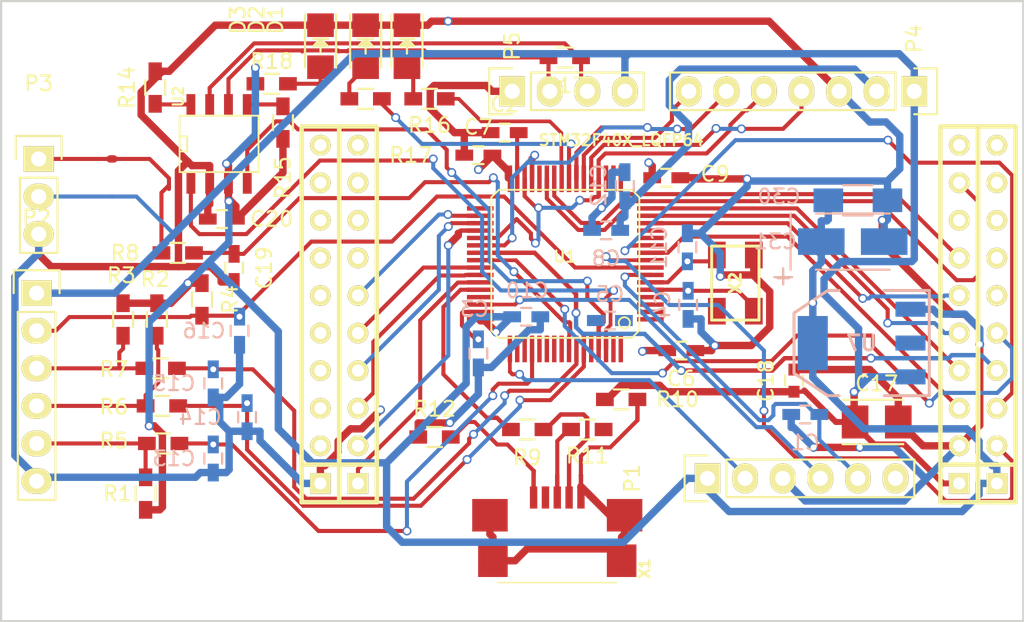
<source format=kicad_pcb>
(kicad_pcb (version 20171130) (host pcbnew "(5.1.12)-1")

  (general
    (thickness 1.6)
    (drawings 6)
    (tracks 918)
    (zones 0)
    (modules 57)
    (nets 90)
  )

  (page A4)
  (layers
    (0 F.Cu signal)
    (1 In1.Cu power)
    (2 In2.Cu power)
    (31 B.Cu signal)
    (32 B.Adhes user hide)
    (33 F.Adhes user hide)
    (34 B.Paste user hide)
    (35 F.Paste user hide)
    (36 B.SilkS user hide)
    (37 F.SilkS user hide)
    (38 B.Mask user hide)
    (39 F.Mask user hide)
    (40 Dwgs.User user hide)
    (41 Cmts.User user hide)
    (42 Eco1.User user hide)
    (43 Eco2.User user hide)
    (44 Edge.Cuts user)
    (45 Margin user hide)
    (46 B.CrtYd user hide)
    (47 F.CrtYd user hide)
    (48 B.Fab user hide)
    (49 F.Fab user hide)
  )

  (setup
    (last_trace_width 0.5)
    (user_trace_width 0.275)
    (user_trace_width 0.3)
    (user_trace_width 0.4)
    (user_trace_width 0.5)
    (trace_clearance 0.2)
    (zone_clearance 0.8)
    (zone_45_only yes)
    (trace_min 0.2)
    (via_size 0.6)
    (via_drill 0.4)
    (via_min_size 0.4)
    (via_min_drill 0.3)
    (blind_buried_vias_allowed yes)
    (uvia_size 0.3)
    (uvia_drill 0.1)
    (uvias_allowed no)
    (uvia_min_size 0.2)
    (uvia_min_drill 0.1)
    (edge_width 0.15)
    (segment_width 0.2)
    (pcb_text_width 0.3)
    (pcb_text_size 1 1)
    (mod_edge_width 0.15)
    (mod_text_size 1 1)
    (mod_text_width 0.15)
    (pad_size 1.8 0.3)
    (pad_drill 0)
    (pad_to_mask_clearance 0)
    (aux_axis_origin 0 0)
    (visible_elements 7FFFFFFF)
    (pcbplotparams
      (layerselection 0x00000_80000007)
      (usegerberextensions false)
      (usegerberattributes true)
      (usegerberadvancedattributes true)
      (creategerberjobfile true)
      (excludeedgelayer true)
      (linewidth 0.100000)
      (plotframeref false)
      (viasonmask false)
      (mode 1)
      (useauxorigin false)
      (hpglpennumber 1)
      (hpglpenspeed 20)
      (hpglpendiameter 15.000000)
      (psnegative false)
      (psa4output false)
      (plotreference true)
      (plotvalue true)
      (plotinvisibletext false)
      (padsonsilk false)
      (subtractmaskfromsilk true)
      (outputformat 1)
      (mirror false)
      (drillshape 0)
      (scaleselection 1)
      (outputdirectory "gerber/stm32407module/"))
  )

  (net 0 "")
  (net 1 GND)
  (net 2 +5V)
  (net 3 "/Power MOSFETS/CurrentA")
  (net 4 "/Power MOSFETS/CurrentB")
  (net 5 "/Power MOSFETS/CurrentC")
  (net 6 "Net-(R9-Pad1)")
  (net 7 "Net-(R11-Pad1)")
  (net 8 "Net-(R15-Pad2)")
  (net 9 "Net-(J1-Pad8)")
  (net 10 "Net-(J1-Pad9)")
  (net 11 "Net-(J1-Pad10)")
  (net 12 "Net-(J2-Pad2)")
  (net 13 "Net-(J2-Pad4)")
  (net 14 "Net-(J2-Pad6)")
  (net 15 "Net-(J2-Pad7)")
  (net 16 "Net-(J2-Pad8)")
  (net 17 "Net-(J2-Pad9)")
  (net 18 "Net-(J3-Pad10)")
  (net 19 "Net-(J4-Pad7)")
  (net 20 "Net-(J4-Pad8)")
  (net 21 "Net-(J4-Pad9)")
  (net 22 "Net-(J4-Pad10)")
  (net 23 +3V3)
  (net 24 "Net-(X1-Pad4)")
  (net 25 "Net-(R14-Pad1)")
  (net 26 "Net-(U1-Pad4)")
  (net 27 "Net-(J2-Pad3)")
  (net 28 "Net-(J2-Pad5)")
  (net 29 "Net-(C1-Pad2)")
  (net 30 "Net-(C2-Pad2)")
  (net 31 "Net-(C3-Pad2)")
  (net 32 "Net-(C4-Pad2)")
  (net 33 "Net-(C11-Pad2)")
  (net 34 "/Power MOSFETS/VBUS_SENSE")
  (net 35 "/Power MOSFETS/V_SENSE1")
  (net 36 "/Power MOSFETS/V_SENSE2")
  (net 37 "/Power MOSFETS/V_SENSE3")
  (net 38 "Net-(U1-Pad2)")
  (net 39 "Net-(U1-Pad3)")
  (net 40 "/Power MOSFETS/TEMP_MOTOR")
  (net 41 "/Power MOSFETS/ADC_TEMP")
  (net 42 "/Power MOSFETS/TX_SDA_NSS")
  (net 43 "/Power MOSFETS/SCK_ADC_EX")
  (net 44 "/Power MOSFETS/MISO_ADC_EXT")
  (net 45 "/Power MOSFETS/RX_SCL_MOSI")
  (net 46 "/Power MOSFETS/LED_RED")
  (net 47 "/Power MOSFETS/LED_GREEN")
  (net 48 "Net-(U1-Pad28)")
  (net 49 "/Power MOSFETS/DC_CAL")
  (net 50 "/Power MOSFETS/L3")
  (net 51 "/Power MOSFETS/L2")
  (net 52 "/Power MOSFETS/L1")
  (net 53 "/Power MOSFETS/H3")
  (net 54 "/Power MOSFETS/H2")
  (net 55 "/Power MOSFETS/H1")
  (net 56 "/Power MOSFETS/USB_DM")
  (net 57 "/Power MOSFETS/USB_DP")
  (net 58 "Net-(P1-Pad4)")
  (net 59 "Net-(P1-Pad2)")
  (net 60 "Net-(U1-Pad50)")
  (net 61 "/Power MOSFETS/EN_GATE")
  (net 62 "/Power MOSFETS/HALL_3")
  (net 63 "/Power MOSFETS/FAULT")
  (net 64 "Net-(U1-Pad54)")
  (net 65 "Net-(U1-Pad55)")
  (net 66 "Net-(U1-Pad56)")
  (net 67 "/Power MOSFETS/SERVO")
  (net 68 "/Power MOSFETS/HALL_1")
  (net 69 "/Power MOSFETS/HALL_2")
  (net 70 "/Power MOSFETS/CAN_RX")
  (net 71 "/Power MOSFETS/CAN_TX")
  (net 72 "Net-(P1-Pad6)")
  (net 73 "Net-(P2-Pad3)")
  (net 74 "Net-(P2-Pad4)")
  (net 75 "Net-(P2-Pad5)")
  (net 76 "Net-(P3-Pad1)")
  (net 77 "Net-(R10-Pad2)")
  (net 78 "Net-(P5-Pad2)")
  (net 79 "Net-(P5-Pad3)")
  (net 80 "Net-(R12-Pad2)")
  (net 81 "Net-(D1-Pad2)")
  (net 82 "Net-(D2-Pad2)")
  (net 83 "Net-(D3-Pad2)")
  (net 84 "/Power MOSFETS/PC1")
  (net 85 "/Power MOSFETS/PC3")
  (net 86 "/Power MOSFETS/PC8")
  (net 87 "/Power MOSFETS/PC9")
  (net 88 "/Power MOSFETS/PC13")
  (net 89 "/Power MOSFETS/PD2")

  (net_class Default "This is the default net class."
    (clearance 0.2)
    (trace_width 0.5)
    (via_dia 0.6)
    (via_drill 0.4)
    (uvia_dia 0.3)
    (uvia_drill 0.1)
    (add_net +3V3)
    (add_net +5V)
    (add_net "/Power MOSFETS/ADC_TEMP")
    (add_net "/Power MOSFETS/CAN_RX")
    (add_net "/Power MOSFETS/CAN_TX")
    (add_net "/Power MOSFETS/CurrentA")
    (add_net "/Power MOSFETS/CurrentB")
    (add_net "/Power MOSFETS/CurrentC")
    (add_net "/Power MOSFETS/DC_CAL")
    (add_net "/Power MOSFETS/EN_GATE")
    (add_net "/Power MOSFETS/FAULT")
    (add_net "/Power MOSFETS/H1")
    (add_net "/Power MOSFETS/H2")
    (add_net "/Power MOSFETS/H3")
    (add_net "/Power MOSFETS/HALL_1")
    (add_net "/Power MOSFETS/HALL_2")
    (add_net "/Power MOSFETS/HALL_3")
    (add_net "/Power MOSFETS/L1")
    (add_net "/Power MOSFETS/L2")
    (add_net "/Power MOSFETS/L3")
    (add_net "/Power MOSFETS/LED_GREEN")
    (add_net "/Power MOSFETS/LED_RED")
    (add_net "/Power MOSFETS/MISO_ADC_EXT")
    (add_net "/Power MOSFETS/PC1")
    (add_net "/Power MOSFETS/PC13")
    (add_net "/Power MOSFETS/PC3")
    (add_net "/Power MOSFETS/PC8")
    (add_net "/Power MOSFETS/PC9")
    (add_net "/Power MOSFETS/PD2")
    (add_net "/Power MOSFETS/RX_SCL_MOSI")
    (add_net "/Power MOSFETS/SCK_ADC_EX")
    (add_net "/Power MOSFETS/SERVO")
    (add_net "/Power MOSFETS/TEMP_MOTOR")
    (add_net "/Power MOSFETS/TX_SDA_NSS")
    (add_net "/Power MOSFETS/USB_DM")
    (add_net "/Power MOSFETS/USB_DP")
    (add_net "/Power MOSFETS/VBUS_SENSE")
    (add_net "/Power MOSFETS/V_SENSE1")
    (add_net "/Power MOSFETS/V_SENSE2")
    (add_net "/Power MOSFETS/V_SENSE3")
    (add_net GND)
    (add_net "Net-(C1-Pad2)")
    (add_net "Net-(C11-Pad2)")
    (add_net "Net-(C2-Pad2)")
    (add_net "Net-(C3-Pad2)")
    (add_net "Net-(C4-Pad2)")
    (add_net "Net-(D1-Pad2)")
    (add_net "Net-(D2-Pad2)")
    (add_net "Net-(D3-Pad2)")
    (add_net "Net-(J1-Pad10)")
    (add_net "Net-(J1-Pad8)")
    (add_net "Net-(J1-Pad9)")
    (add_net "Net-(J2-Pad2)")
    (add_net "Net-(J2-Pad3)")
    (add_net "Net-(J2-Pad4)")
    (add_net "Net-(J2-Pad5)")
    (add_net "Net-(J2-Pad6)")
    (add_net "Net-(J2-Pad7)")
    (add_net "Net-(J2-Pad8)")
    (add_net "Net-(J2-Pad9)")
    (add_net "Net-(J3-Pad10)")
    (add_net "Net-(J4-Pad10)")
    (add_net "Net-(J4-Pad7)")
    (add_net "Net-(J4-Pad8)")
    (add_net "Net-(J4-Pad9)")
    (add_net "Net-(P1-Pad2)")
    (add_net "Net-(P1-Pad4)")
    (add_net "Net-(P1-Pad6)")
    (add_net "Net-(P2-Pad3)")
    (add_net "Net-(P2-Pad4)")
    (add_net "Net-(P2-Pad5)")
    (add_net "Net-(P3-Pad1)")
    (add_net "Net-(P5-Pad2)")
    (add_net "Net-(P5-Pad3)")
    (add_net "Net-(R10-Pad2)")
    (add_net "Net-(R11-Pad1)")
    (add_net "Net-(R12-Pad2)")
    (add_net "Net-(R14-Pad1)")
    (add_net "Net-(R15-Pad2)")
    (add_net "Net-(R9-Pad1)")
    (add_net "Net-(U1-Pad2)")
    (add_net "Net-(U1-Pad28)")
    (add_net "Net-(U1-Pad3)")
    (add_net "Net-(U1-Pad4)")
    (add_net "Net-(U1-Pad50)")
    (add_net "Net-(U1-Pad54)")
    (add_net "Net-(U1-Pad55)")
    (add_net "Net-(U1-Pad56)")
    (add_net "Net-(X1-Pad4)")
  )

  (net_class wide ""
    (clearance 0.2)
    (trace_width 0.3)
    (via_dia 0.6)
    (via_drill 0.4)
    (uvia_dia 0.3)
    (uvia_drill 0.1)
  )

  (module CRF1:SIL-10J1 (layer F.Cu) (tedit 57CE526E) (tstamp 574EB626)
    (at 186.174 132.929 90)
    (descr "Connecteur 10 pins")
    (tags "CONN DEV")
    (path /53F826DC/574E7CB3)
    (fp_text reference J1 (at 14.818752 -0.24641 180) (layer F.SilkS) hide
      (effects (font (size 1.72974 1.08712) (thickness 0.27178)))
    )
    (fp_text value Ti_Booster_40_J1 (at 18.628752 8.89759 90) (layer F.SilkS) hide
      (effects (font (size 1.524 1.016) (thickness 0.254)))
    )
    (fp_line (start -10.16 1.27) (end -10.16 -1.27) (layer F.SilkS) (width 0.3048))
    (fp_line (start 12.7 1.27) (end -12.7 1.27) (layer F.SilkS) (width 0.3048))
    (fp_line (start 12.7 -1.27) (end 12.7 1.27) (layer F.SilkS) (width 0.3048))
    (fp_line (start -12.7 -1.27) (end 12.7 -1.27) (layer F.SilkS) (width 0.3048))
    (fp_line (start -12.7 1.27) (end -12.7 -1.27) (layer F.SilkS) (width 0.3048))
    (pad 1 thru_hole rect (at -11.43 0 90) (size 1.397 1.397) (drill 0.8128) (layers *.Cu *.Mask F.SilkS)
      (net 23 +3V3))
    (pad 2 thru_hole circle (at -8.89 0 90) (size 1.397 1.397) (drill 0.8128) (layers *.Cu *.Mask F.SilkS)
      (net 84 "/Power MOSFETS/PC1"))
    (pad 3 thru_hole circle (at -6.35 0 90) (size 1.397 1.397) (drill 0.8128) (layers *.Cu *.Mask F.SilkS)
      (net 85 "/Power MOSFETS/PC3"))
    (pad 4 thru_hole circle (at -3.81 0 90) (size 1.397 1.397) (drill 0.8128) (layers *.Cu *.Mask F.SilkS)
      (net 86 "/Power MOSFETS/PC8"))
    (pad 5 thru_hole circle (at -1.27 0 90) (size 1.397 1.397) (drill 0.8128) (layers *.Cu *.Mask F.SilkS)
      (net 87 "/Power MOSFETS/PC9"))
    (pad 6 thru_hole circle (at 1.27 0 90) (size 1.397 1.397) (drill 0.8128) (layers *.Cu *.Mask F.SilkS)
      (net 88 "/Power MOSFETS/PC13"))
    (pad 7 thru_hole circle (at 3.81 0 90) (size 1.397 1.397) (drill 0.8128) (layers *.Cu *.Mask F.SilkS)
      (net 89 "/Power MOSFETS/PD2"))
    (pad 8 thru_hole circle (at 6.35 0 90) (size 1.397 1.397) (drill 0.8128) (layers *.Cu *.Mask F.SilkS)
      (net 9 "Net-(J1-Pad8)"))
    (pad 9 thru_hole circle (at 8.89 0 90) (size 1.397 1.397) (drill 0.8128) (layers *.Cu *.Mask F.SilkS)
      (net 10 "Net-(J1-Pad9)"))
    (pad 10 thru_hole circle (at 11.43 0 90) (size 1.397 1.397) (drill 0.8128) (layers *.Cu *.Mask F.SilkS)
      (net 11 "Net-(J1-Pad10)"))
  )

  (module CRF1:SIL-10J2 locked (layer F.Cu) (tedit 57CE5263) (tstamp 574EB639)
    (at 140.454 132.929 90)
    (descr "Connecteur 10 pins")
    (tags "CONN DEV")
    (path /53F826DC/574E7D9E)
    (fp_text reference J2 (at 14.818752 0 180) (layer F.SilkS) hide
      (effects (font (size 1.72974 1.08712) (thickness 0.27178)))
    )
    (fp_text value Ti_Booster_40_J2 (at 15.580752 -14.21641 90) (layer F.SilkS) hide
      (effects (font (size 1.524 1.016) (thickness 0.254)))
    )
    (fp_line (start -10.16 1.27) (end -10.16 -1.27) (layer F.SilkS) (width 0.3048))
    (fp_line (start 12.7 1.27) (end -12.7 1.27) (layer F.SilkS) (width 0.3048))
    (fp_line (start 12.7 -1.27) (end 12.7 1.27) (layer F.SilkS) (width 0.3048))
    (fp_line (start -12.7 -1.27) (end 12.7 -1.27) (layer F.SilkS) (width 0.3048))
    (fp_line (start -12.7 1.27) (end -12.7 -1.27) (layer F.SilkS) (width 0.3048))
    (pad 1 thru_hole rect (at -11.43 0 90) (size 1.397 1.397) (drill 0.8128) (layers *.Cu *.Mask F.SilkS)
      (net 1 GND))
    (pad 2 thru_hole circle (at -8.89 0 90) (size 1.397 1.397) (drill 0.8128) (layers *.Cu *.Mask F.SilkS)
      (net 12 "Net-(J2-Pad2)"))
    (pad 3 thru_hole circle (at -6.35 0 90) (size 1.397 1.397) (drill 0.8128) (layers *.Cu *.Mask F.SilkS)
      (net 27 "Net-(J2-Pad3)"))
    (pad 4 thru_hole circle (at -3.81 0 90) (size 1.397 1.397) (drill 0.8128) (layers *.Cu *.Mask F.SilkS)
      (net 13 "Net-(J2-Pad4)"))
    (pad 5 thru_hole circle (at -1.27 0 90) (size 1.397 1.397) (drill 0.8128) (layers *.Cu *.Mask F.SilkS)
      (net 28 "Net-(J2-Pad5)"))
    (pad 6 thru_hole circle (at 1.27 0 90) (size 1.397 1.397) (drill 0.8128) (layers *.Cu *.Mask F.SilkS)
      (net 14 "Net-(J2-Pad6)"))
    (pad 7 thru_hole circle (at 3.81 0 90) (size 1.397 1.397) (drill 0.8128) (layers *.Cu *.Mask F.SilkS)
      (net 15 "Net-(J2-Pad7)"))
    (pad 8 thru_hole circle (at 6.35 0 90) (size 1.397 1.397) (drill 0.8128) (layers *.Cu *.Mask F.SilkS)
      (net 16 "Net-(J2-Pad8)"))
    (pad 9 thru_hole circle (at 8.89 0 90) (size 1.397 1.397) (drill 0.8128) (layers *.Cu *.Mask F.SilkS)
      (net 17 "Net-(J2-Pad9)"))
    (pad 10 thru_hole circle (at 11.43 0 90) (size 1.397 1.397) (drill 0.8128) (layers *.Cu *.Mask F.SilkS)
      (net 41 "/Power MOSFETS/ADC_TEMP"))
  )

  (module CRF1:SIL-10J3 locked (layer F.Cu) (tedit 57CE5275) (tstamp 574EB64C)
    (at 183.634 132.929 90)
    (descr "Connecteur 10 pins")
    (tags "CONN DEV")
    (path /53F826DC/574E7E92)
    (fp_text reference J3 (at 14.818752 0 180) (layer F.SilkS) hide
      (effects (font (size 1.72974 1.08712) (thickness 0.27178)))
    )
    (fp_text value Ti_Booster_40_J3 (at 22.692752 7.11959 90) (layer F.SilkS) hide
      (effects (font (size 1.524 1.016) (thickness 0.254)))
    )
    (fp_line (start -10.16 1.27) (end -10.16 -1.27) (layer F.SilkS) (width 0.3048))
    (fp_line (start 12.7 1.27) (end -12.7 1.27) (layer F.SilkS) (width 0.3048))
    (fp_line (start 12.7 -1.27) (end 12.7 1.27) (layer F.SilkS) (width 0.3048))
    (fp_line (start -12.7 -1.27) (end 12.7 -1.27) (layer F.SilkS) (width 0.3048))
    (fp_line (start -12.7 1.27) (end -12.7 -1.27) (layer F.SilkS) (width 0.3048))
    (pad 1 thru_hole rect (at -11.43 0 90) (size 1.397 1.397) (drill 0.8128) (layers *.Cu *.Mask F.SilkS)
      (net 2 +5V))
    (pad 2 thru_hole circle (at -8.89 0 90) (size 1.397 1.397) (drill 0.8128) (layers *.Cu *.Mask F.SilkS)
      (net 1 GND))
    (pad 3 thru_hole circle (at -6.35 0 90) (size 1.397 1.397) (drill 0.8128) (layers *.Cu *.Mask F.SilkS)
      (net 34 "/Power MOSFETS/VBUS_SENSE"))
    (pad 4 thru_hole circle (at -3.81 0 90) (size 1.397 1.397) (drill 0.8128) (layers *.Cu *.Mask F.SilkS)
      (net 35 "/Power MOSFETS/V_SENSE1"))
    (pad 5 thru_hole circle (at -1.27 0 90) (size 1.397 1.397) (drill 0.8128) (layers *.Cu *.Mask F.SilkS)
      (net 36 "/Power MOSFETS/V_SENSE2"))
    (pad 6 thru_hole circle (at 1.27 0 90) (size 1.397 1.397) (drill 0.8128) (layers *.Cu *.Mask F.SilkS)
      (net 37 "/Power MOSFETS/V_SENSE3"))
    (pad 7 thru_hole circle (at 3.81 0 90) (size 1.397 1.397) (drill 0.8128) (layers *.Cu *.Mask F.SilkS)
      (net 3 "/Power MOSFETS/CurrentA"))
    (pad 8 thru_hole circle (at 6.35 0 90) (size 1.397 1.397) (drill 0.8128) (layers *.Cu *.Mask F.SilkS)
      (net 4 "/Power MOSFETS/CurrentB"))
    (pad 9 thru_hole circle (at 8.89 0 90) (size 1.397 1.397) (drill 0.8128) (layers *.Cu *.Mask F.SilkS)
      (net 5 "/Power MOSFETS/CurrentC"))
    (pad 10 thru_hole circle (at 11.43 0 90) (size 1.397 1.397) (drill 0.8128) (layers *.Cu *.Mask F.SilkS)
      (net 18 "Net-(J3-Pad10)"))
  )

  (module CRF1:SIL-10J4 locked (layer F.Cu) (tedit 57CE5269) (tstamp 574EB65F)
    (at 142.994 132.929 90)
    (descr "Connecteur 10 pins")
    (tags "CONN DEV")
    (path /53F826DC/574E7F93)
    (fp_text reference J4 (at 14.818752 -0.24641 180) (layer F.SilkS) hide
      (effects (font (size 1.72974 1.08712) (thickness 0.27178)))
    )
    (fp_text value Ti_Booster_40_J4 (at 17.612752 -10.91441 90) (layer F.SilkS) hide
      (effects (font (size 1.524 1.016) (thickness 0.254)))
    )
    (fp_line (start -10.16 1.27) (end -10.16 -1.27) (layer F.SilkS) (width 0.3048))
    (fp_line (start 12.7 1.27) (end -12.7 1.27) (layer F.SilkS) (width 0.3048))
    (fp_line (start 12.7 -1.27) (end 12.7 1.27) (layer F.SilkS) (width 0.3048))
    (fp_line (start -12.7 -1.27) (end 12.7 -1.27) (layer F.SilkS) (width 0.3048))
    (fp_line (start -12.7 1.27) (end -12.7 -1.27) (layer F.SilkS) (width 0.3048))
    (pad 1 thru_hole rect (at -11.43 0 90) (size 1.397 1.397) (drill 0.8128) (layers *.Cu *.Mask F.SilkS)
      (net 55 "/Power MOSFETS/H1"))
    (pad 2 thru_hole circle (at -8.89 0 90) (size 1.397 1.397) (drill 0.8128) (layers *.Cu *.Mask F.SilkS)
      (net 52 "/Power MOSFETS/L1"))
    (pad 3 thru_hole circle (at -6.35 0 90) (size 1.397 1.397) (drill 0.8128) (layers *.Cu *.Mask F.SilkS)
      (net 54 "/Power MOSFETS/H2"))
    (pad 4 thru_hole circle (at -3.81 0 90) (size 1.397 1.397) (drill 0.8128) (layers *.Cu *.Mask F.SilkS)
      (net 51 "/Power MOSFETS/L2"))
    (pad 5 thru_hole circle (at -1.27 0 90) (size 1.397 1.397) (drill 0.8128) (layers *.Cu *.Mask F.SilkS)
      (net 53 "/Power MOSFETS/H3"))
    (pad 6 thru_hole circle (at 1.27 0 90) (size 1.397 1.397) (drill 0.8128) (layers *.Cu *.Mask F.SilkS)
      (net 50 "/Power MOSFETS/L3"))
    (pad 7 thru_hole circle (at 3.81 0 90) (size 1.397 1.397) (drill 0.8128) (layers *.Cu *.Mask F.SilkS)
      (net 19 "Net-(J4-Pad7)"))
    (pad 8 thru_hole circle (at 6.35 0 90) (size 1.397 1.397) (drill 0.8128) (layers *.Cu *.Mask F.SilkS)
      (net 20 "Net-(J4-Pad8)"))
    (pad 9 thru_hole circle (at 8.89 0 90) (size 1.397 1.397) (drill 0.8128) (layers *.Cu *.Mask F.SilkS)
      (net 21 "Net-(J4-Pad9)"))
    (pad 10 thru_hole circle (at 11.43 0 90) (size 1.397 1.397) (drill 0.8128) (layers *.Cu *.Mask F.SilkS)
      (net 22 "Net-(J4-Pad10)"))
  )

  (module Capacitors_SMD:C_0603_HandSoldering (layer B.Cu) (tedit 541A9B4D) (tstamp 57CBF544)
    (at 173.228 139.7)
    (descr "Capacitor SMD 0603, hand soldering")
    (tags "capacitor 0603")
    (path /53F826DC/57CBE55D)
    (attr smd)
    (fp_text reference C1 (at 0 1.9) (layer B.SilkS)
      (effects (font (size 1 1) (thickness 0.15)) (justify mirror))
    )
    (fp_text value 100pf (at 0 -1.9) (layer B.Fab)
      (effects (font (size 1 1) (thickness 0.15)) (justify mirror))
    )
    (fp_line (start 0.35 -0.6) (end -0.35 -0.6) (layer B.SilkS) (width 0.15))
    (fp_line (start -0.35 0.6) (end 0.35 0.6) (layer B.SilkS) (width 0.15))
    (fp_line (start 1.85 0.75) (end 1.85 -0.75) (layer B.CrtYd) (width 0.05))
    (fp_line (start -1.85 0.75) (end -1.85 -0.75) (layer B.CrtYd) (width 0.05))
    (fp_line (start -1.85 -0.75) (end 1.85 -0.75) (layer B.CrtYd) (width 0.05))
    (fp_line (start -1.85 0.75) (end 1.85 0.75) (layer B.CrtYd) (width 0.05))
    (pad 1 smd rect (at -0.95 0) (size 1.2 0.75) (layers B.Cu B.Paste B.Mask)
      (net 1 GND))
    (pad 2 smd rect (at 0.95 0) (size 1.2 0.75) (layers B.Cu B.Paste B.Mask)
      (net 29 "Net-(C1-Pad2)"))
    (model Capacitors_SMD.3dshapes/C_0603_HandSoldering.wrl
      (at (xyz 0 0 0))
      (scale (xyz 1 1 1))
      (rotate (xyz 0 0 0))
    )
  )

  (module Capacitors_SMD:C_0603_HandSoldering (layer F.Cu) (tedit 541A9B4D) (tstamp 57CBF550)
    (at 152.908 120.65)
    (descr "Capacitor SMD 0603, hand soldering")
    (tags "capacitor 0603")
    (path /53F826DC/57CC4715)
    (attr smd)
    (fp_text reference C2 (at 0 -1.9) (layer F.SilkS)
      (effects (font (size 1 1) (thickness 0.15)))
    )
    (fp_text value 2.2uf (at 0 1.9) (layer F.Fab)
      (effects (font (size 1 1) (thickness 0.15)))
    )
    (fp_line (start 0.35 0.6) (end -0.35 0.6) (layer F.SilkS) (width 0.15))
    (fp_line (start -0.35 -0.6) (end 0.35 -0.6) (layer F.SilkS) (width 0.15))
    (fp_line (start 1.85 -0.75) (end 1.85 0.75) (layer F.CrtYd) (width 0.05))
    (fp_line (start -1.85 -0.75) (end -1.85 0.75) (layer F.CrtYd) (width 0.05))
    (fp_line (start -1.85 0.75) (end 1.85 0.75) (layer F.CrtYd) (width 0.05))
    (fp_line (start -1.85 -0.75) (end 1.85 -0.75) (layer F.CrtYd) (width 0.05))
    (pad 1 smd rect (at -0.95 0) (size 1.2 0.75) (layers F.Cu F.Paste F.Mask)
      (net 1 GND))
    (pad 2 smd rect (at 0.95 0) (size 1.2 0.75) (layers F.Cu F.Paste F.Mask)
      (net 30 "Net-(C2-Pad2)"))
    (model Capacitors_SMD.3dshapes/C_0603_HandSoldering.wrl
      (at (xyz 0 0 0))
      (scale (xyz 1 1 1))
      (rotate (xyz 0 0 0))
    )
  )

  (module Capacitors_SMD:C_0603_HandSoldering (layer B.Cu) (tedit 541A9B4D) (tstamp 57CBF55C)
    (at 151.13 135.57 90)
    (descr "Capacitor SMD 0603, hand soldering")
    (tags "capacitor 0603")
    (path /53F826DC/57CC484B)
    (attr smd)
    (fp_text reference C3 (at 2.982 -0.254) (layer B.SilkS)
      (effects (font (size 1 1) (thickness 0.15)) (justify mirror))
    )
    (fp_text value 2.2uf (at 0 -1.9 90) (layer B.Fab)
      (effects (font (size 1 1) (thickness 0.15)) (justify mirror))
    )
    (fp_line (start 0.35 -0.6) (end -0.35 -0.6) (layer B.SilkS) (width 0.15))
    (fp_line (start -0.35 0.6) (end 0.35 0.6) (layer B.SilkS) (width 0.15))
    (fp_line (start 1.85 0.75) (end 1.85 -0.75) (layer B.CrtYd) (width 0.05))
    (fp_line (start -1.85 0.75) (end -1.85 -0.75) (layer B.CrtYd) (width 0.05))
    (fp_line (start -1.85 -0.75) (end 1.85 -0.75) (layer B.CrtYd) (width 0.05))
    (fp_line (start -1.85 0.75) (end 1.85 0.75) (layer B.CrtYd) (width 0.05))
    (pad 1 smd rect (at -0.95 0 90) (size 1.2 0.75) (layers B.Cu B.Paste B.Mask)
      (net 1 GND))
    (pad 2 smd rect (at 0.95 0 90) (size 1.2 0.75) (layers B.Cu B.Paste B.Mask)
      (net 31 "Net-(C3-Pad2)"))
    (model Capacitors_SMD.3dshapes/C_0603_HandSoldering.wrl
      (at (xyz 0 0 0))
      (scale (xyz 1 1 1))
      (rotate (xyz 0 0 0))
    )
  )

  (module Capacitors_SMD:C_0603_HandSoldering (layer B.Cu) (tedit 541A9B4D) (tstamp 57CBF568)
    (at 165.31 132.29 90)
    (descr "Capacitor SMD 0603, hand soldering")
    (tags "capacitor 0603")
    (path /53F826DC/57CBD9D4)
    (attr smd)
    (fp_text reference C4 (at 0 -1.734 90) (layer B.SilkS)
      (effects (font (size 1 1) (thickness 0.15)) (justify mirror))
    )
    (fp_text value 15pf (at 0 -1.9 90) (layer B.Fab)
      (effects (font (size 1 1) (thickness 0.15)) (justify mirror))
    )
    (fp_line (start 0.35 -0.6) (end -0.35 -0.6) (layer B.SilkS) (width 0.15))
    (fp_line (start -0.35 0.6) (end 0.35 0.6) (layer B.SilkS) (width 0.15))
    (fp_line (start 1.85 0.75) (end 1.85 -0.75) (layer B.CrtYd) (width 0.05))
    (fp_line (start -1.85 0.75) (end -1.85 -0.75) (layer B.CrtYd) (width 0.05))
    (fp_line (start -1.85 -0.75) (end 1.85 -0.75) (layer B.CrtYd) (width 0.05))
    (fp_line (start -1.85 0.75) (end 1.85 0.75) (layer B.CrtYd) (width 0.05))
    (pad 1 smd rect (at -0.95 0 90) (size 1.2 0.75) (layers B.Cu B.Paste B.Mask)
      (net 1 GND))
    (pad 2 smd rect (at 0.95 0 90) (size 1.2 0.75) (layers B.Cu B.Paste B.Mask)
      (net 32 "Net-(C4-Pad2)"))
    (model Capacitors_SMD.3dshapes/C_0603_HandSoldering.wrl
      (at (xyz 0 0 0))
      (scale (xyz 1 1 1))
      (rotate (xyz 0 0 0))
    )
  )

  (module Capacitors_SMD:C_0603_HandSoldering (layer B.Cu) (tedit 6539E5CF) (tstamp 57CBF574)
    (at 160.02 133.35)
    (descr "Capacitor SMD 0603, hand soldering")
    (tags "capacitor 0603")
    (path /53F826DC/57CC1A4C)
    (attr smd)
    (fp_text reference C5 (at 0 -1.778) (layer B.SilkS)
      (effects (font (size 1 1) (thickness 0.15)) (justify mirror))
    )
    (fp_text value 2.2uf (at 0 -1.9) (layer B.Fab)
      (effects (font (size 1 1) (thickness 0.15)) (justify mirror))
    )
    (fp_line (start 0.35 -0.6) (end -0.35 -0.6) (layer B.SilkS) (width 0.15))
    (fp_line (start -0.35 0.6) (end 0.35 0.6) (layer B.SilkS) (width 0.15))
    (fp_line (start 1.85 0.75) (end 1.85 -0.75) (layer B.CrtYd) (width 0.05))
    (fp_line (start -1.85 0.75) (end -1.85 -0.75) (layer B.CrtYd) (width 0.05))
    (fp_line (start -1.85 -0.75) (end 1.85 -0.75) (layer B.CrtYd) (width 0.05))
    (fp_line (start -1.85 0.75) (end 1.85 0.75) (layer B.CrtYd) (width 0.05))
    (pad 1 smd rect (at -0.95 0) (size 1.2 0.75) (layers B.Cu B.Paste B.Mask))
    (pad 2 smd rect (at 0.95 0) (size 1.2 0.75) (layers B.Cu B.Paste B.Mask))
    (model Capacitors_SMD.3dshapes/C_0603_HandSoldering.wrl
      (at (xyz 0 0 0))
      (scale (xyz 1 1 1))
      (rotate (xyz 0 0 0))
    )
  )

  (module Capacitors_SMD:C_0603_HandSoldering (layer F.Cu) (tedit 541A9B4D) (tstamp 57CBF580)
    (at 164.846 135.382 180)
    (descr "Capacitor SMD 0603, hand soldering")
    (tags "capacitor 0603")
    (path /53F826DC/57CC060C)
    (attr smd)
    (fp_text reference C6 (at 0 -1.9 180) (layer F.SilkS)
      (effects (font (size 1 1) (thickness 0.15)))
    )
    (fp_text value 2.2uf (at 0 1.9 180) (layer F.Fab)
      (effects (font (size 1 1) (thickness 0.15)))
    )
    (fp_line (start 0.35 0.6) (end -0.35 0.6) (layer F.SilkS) (width 0.15))
    (fp_line (start -0.35 -0.6) (end 0.35 -0.6) (layer F.SilkS) (width 0.15))
    (fp_line (start 1.85 -0.75) (end 1.85 0.75) (layer F.CrtYd) (width 0.05))
    (fp_line (start -1.85 -0.75) (end -1.85 0.75) (layer F.CrtYd) (width 0.05))
    (fp_line (start -1.85 0.75) (end 1.85 0.75) (layer F.CrtYd) (width 0.05))
    (fp_line (start -1.85 -0.75) (end 1.85 -0.75) (layer F.CrtYd) (width 0.05))
    (pad 1 smd rect (at -0.95 0 180) (size 1.2 0.75) (layers F.Cu F.Paste F.Mask)
      (net 1 GND))
    (pad 2 smd rect (at 0.95 0 180) (size 1.2 0.75) (layers F.Cu F.Paste F.Mask)
      (net 23 +3V3))
    (model Capacitors_SMD.3dshapes/C_0603_HandSoldering.wrl
      (at (xyz 0 0 0))
      (scale (xyz 1 1 1))
      (rotate (xyz 0 0 0))
    )
  )

  (module Capacitors_SMD:C_0603_HandSoldering (layer B.Cu) (tedit 541A9B4D) (tstamp 57CBF598)
    (at 159.766 127.254)
    (descr "Capacitor SMD 0603, hand soldering")
    (tags "capacitor 0603")
    (path /53F826DC/57CC09C9)
    (attr smd)
    (fp_text reference C8 (at 0 1.9) (layer B.SilkS)
      (effects (font (size 1 1) (thickness 0.15)) (justify mirror))
    )
    (fp_text value 2.2uf (at 0 -1.9) (layer B.Fab)
      (effects (font (size 1 1) (thickness 0.15)) (justify mirror))
    )
    (fp_line (start 0.35 -0.6) (end -0.35 -0.6) (layer B.SilkS) (width 0.15))
    (fp_line (start -0.35 0.6) (end 0.35 0.6) (layer B.SilkS) (width 0.15))
    (fp_line (start 1.85 0.75) (end 1.85 -0.75) (layer B.CrtYd) (width 0.05))
    (fp_line (start -1.85 0.75) (end -1.85 -0.75) (layer B.CrtYd) (width 0.05))
    (fp_line (start -1.85 -0.75) (end 1.85 -0.75) (layer B.CrtYd) (width 0.05))
    (fp_line (start -1.85 0.75) (end 1.85 0.75) (layer B.CrtYd) (width 0.05))
    (pad 1 smd rect (at -0.95 0) (size 1.2 0.75) (layers B.Cu B.Paste B.Mask)
      (net 1 GND))
    (pad 2 smd rect (at 0.95 0) (size 1.2 0.75) (layers B.Cu B.Paste B.Mask)
      (net 23 +3V3))
    (model Capacitors_SMD.3dshapes/C_0603_HandSoldering.wrl
      (at (xyz 0 0 0))
      (scale (xyz 1 1 1))
      (rotate (xyz 0 0 0))
    )
  )

  (module Capacitors_SMD:C_0603_HandSoldering (layer F.Cu) (tedit 541A9B4D) (tstamp 57CBF5A4)
    (at 163.83 123.698 180)
    (descr "Capacitor SMD 0603, hand soldering")
    (tags "capacitor 0603")
    (path /53F826DC/57CC0AE5)
    (attr smd)
    (fp_text reference C9 (at -3.302 0.254 180) (layer F.SilkS)
      (effects (font (size 1 1) (thickness 0.15)))
    )
    (fp_text value 2.2uf (at 0 1.9 180) (layer F.Fab)
      (effects (font (size 1 1) (thickness 0.15)))
    )
    (fp_line (start 0.35 0.6) (end -0.35 0.6) (layer F.SilkS) (width 0.15))
    (fp_line (start -0.35 -0.6) (end 0.35 -0.6) (layer F.SilkS) (width 0.15))
    (fp_line (start 1.85 -0.75) (end 1.85 0.75) (layer F.CrtYd) (width 0.05))
    (fp_line (start -1.85 -0.75) (end -1.85 0.75) (layer F.CrtYd) (width 0.05))
    (fp_line (start -1.85 0.75) (end 1.85 0.75) (layer F.CrtYd) (width 0.05))
    (fp_line (start -1.85 -0.75) (end 1.85 -0.75) (layer F.CrtYd) (width 0.05))
    (pad 1 smd rect (at -0.95 0 180) (size 1.2 0.75) (layers F.Cu F.Paste F.Mask)
      (net 1 GND))
    (pad 2 smd rect (at 0.95 0 180) (size 1.2 0.75) (layers F.Cu F.Paste F.Mask)
      (net 23 +3V3))
    (model Capacitors_SMD.3dshapes/C_0603_HandSoldering.wrl
      (at (xyz 0 0 0))
      (scale (xyz 1 1 1))
      (rotate (xyz 0 0 0))
    )
  )

  (module Capacitors_SMD:C_0603_HandSoldering (layer B.Cu) (tedit 541A9B4D) (tstamp 57CBF5B0)
    (at 154.366 133.096)
    (descr "Capacitor SMD 0603, hand soldering")
    (tags "capacitor 0603")
    (path /53F826DC/57CC2ECF)
    (attr smd)
    (fp_text reference C10 (at 0.066 -1.778) (layer B.SilkS)
      (effects (font (size 1 1) (thickness 0.15)) (justify mirror))
    )
    (fp_text value 2.2uf (at 0 -1.9) (layer B.Fab)
      (effects (font (size 1 1) (thickness 0.15)) (justify mirror))
    )
    (fp_line (start 0.35 -0.6) (end -0.35 -0.6) (layer B.SilkS) (width 0.15))
    (fp_line (start -0.35 0.6) (end 0.35 0.6) (layer B.SilkS) (width 0.15))
    (fp_line (start 1.85 0.75) (end 1.85 -0.75) (layer B.CrtYd) (width 0.05))
    (fp_line (start -1.85 0.75) (end -1.85 -0.75) (layer B.CrtYd) (width 0.05))
    (fp_line (start -1.85 -0.75) (end 1.85 -0.75) (layer B.CrtYd) (width 0.05))
    (fp_line (start -1.85 0.75) (end 1.85 0.75) (layer B.CrtYd) (width 0.05))
    (pad 1 smd rect (at -0.95 0) (size 1.2 0.75) (layers B.Cu B.Paste B.Mask)
      (net 23 +3V3))
    (pad 2 smd rect (at 0.95 0) (size 1.2 0.75) (layers B.Cu B.Paste B.Mask)
      (net 1 GND))
    (model Capacitors_SMD.3dshapes/C_0603_HandSoldering.wrl
      (at (xyz 0 0 0))
      (scale (xyz 1 1 1))
      (rotate (xyz 0 0 0))
    )
  )

  (module Capacitors_SMD:C_0603_HandSoldering (layer B.Cu) (tedit 541A9B4D) (tstamp 57CBF5BC)
    (at 165.26 128.4 270)
    (descr "Capacitor SMD 0603, hand soldering")
    (tags "capacitor 0603")
    (path /53F826DC/57CBDBAD)
    (attr smd)
    (fp_text reference C11 (at 0 1.9 270) (layer B.SilkS)
      (effects (font (size 1 1) (thickness 0.15)) (justify mirror))
    )
    (fp_text value 15pf (at 0 -1.9 270) (layer B.Fab)
      (effects (font (size 1 1) (thickness 0.15)) (justify mirror))
    )
    (fp_line (start 0.35 -0.6) (end -0.35 -0.6) (layer B.SilkS) (width 0.15))
    (fp_line (start -0.35 0.6) (end 0.35 0.6) (layer B.SilkS) (width 0.15))
    (fp_line (start 1.85 0.75) (end 1.85 -0.75) (layer B.CrtYd) (width 0.05))
    (fp_line (start -1.85 0.75) (end -1.85 -0.75) (layer B.CrtYd) (width 0.05))
    (fp_line (start -1.85 -0.75) (end 1.85 -0.75) (layer B.CrtYd) (width 0.05))
    (fp_line (start -1.85 0.75) (end 1.85 0.75) (layer B.CrtYd) (width 0.05))
    (pad 1 smd rect (at -0.95 0 270) (size 1.2 0.75) (layers B.Cu B.Paste B.Mask)
      (net 1 GND))
    (pad 2 smd rect (at 0.95 0 270) (size 1.2 0.75) (layers B.Cu B.Paste B.Mask)
      (net 33 "Net-(C11-Pad2)"))
    (model Capacitors_SMD.3dshapes/C_0603_HandSoldering.wrl
      (at (xyz 0 0 0))
      (scale (xyz 1 1 1))
      (rotate (xyz 0 0 0))
    )
  )

  (module Capacitors_Tantalum_SMD:TantalC_SizeB_EIA-3528_Reflow (layer F.Cu) (tedit 555EF748) (tstamp 57CBF5D4)
    (at 178.054 140.208)
    (descr "Tantal Cap. , Size B, EIA-3528, Reflow")
    (tags "Tantal Capacitor Size-B EIA-3528 Reflow")
    (path /53F826DC/5775B2DB)
    (attr smd)
    (fp_text reference C17 (at 0 -2.6) (layer F.SilkS)
      (effects (font (size 1 1) (thickness 0.15)))
    )
    (fp_text value 100uf (at 0 2.7) (layer F.Fab)
      (effects (font (size 1 1) (thickness 0.15)))
    )
    (fp_line (start 1.8 -1.5) (end -2.3 -1.5) (layer F.SilkS) (width 0.15))
    (fp_line (start 1.8 1.5) (end -2.3 1.5) (layer F.SilkS) (width 0.15))
    (fp_line (start 2.7 1.8) (end 2.7 -1.8) (layer F.CrtYd) (width 0.05))
    (fp_line (start -2.7 1.8) (end 2.7 1.8) (layer F.CrtYd) (width 0.05))
    (fp_line (start -2.7 -1.8) (end -2.7 1.8) (layer F.CrtYd) (width 0.05))
    (fp_line (start 2.7 -1.8) (end -2.7 -1.8) (layer F.CrtYd) (width 0.05))
    (pad 2 smd rect (at 1.46 0) (size 1.8 2.23) (layers F.Cu F.Paste F.Mask)
      (net 1 GND))
    (pad 1 smd rect (at -1.46 0) (size 1.8 2.23) (layers F.Cu F.Paste F.Mask)
      (net 2 +5V))
    (model Capacitors_Tantalum_SMD.3dshapes/TantalC_SizeB_EIA-3528_Reflow.wrl
      (at (xyz 0 0 0))
      (scale (xyz 1 1 1))
      (rotate (xyz 0 0 180))
    )
  )

  (module Capacitors_Tantalum_SMD:TantalC_SizeB_EIA-3528_HandSoldering (layer B.Cu) (tedit 0) (tstamp 57CBF604)
    (at 176.436 128.016)
    (descr "Tantal Cap. , Size B, EIA-3528, Hand Soldering,")
    (tags "Tantal Cap. , Size B, EIA-3528, Hand Soldering,")
    (path /53F826DC/574FF58A)
    (attr smd)
    (fp_text reference C31 (at -5.24002 0) (layer B.SilkS)
      (effects (font (size 1 1) (thickness 0.15)) (justify mirror))
    )
    (fp_text value 100uf (at -0.09906 -3.59918) (layer B.Fab)
      (effects (font (size 1 1) (thickness 0.15)) (justify mirror))
    )
    (fp_line (start -5.30352 2.40284) (end -4.10464 2.40284) (layer B.SilkS) (width 0.15))
    (fp_line (start -4.70408 2.90322) (end -4.70408 1.8034) (layer B.SilkS) (width 0.15))
    (fp_line (start 2.49682 -1.89992) (end -2.5019 -1.89992) (layer B.SilkS) (width 0.15))
    (fp_line (start 2.49936 1.89992) (end -2.49936 1.89992) (layer B.SilkS) (width 0.15))
    (fp_line (start -4.20116 1.89992) (end -4.20116 -1.89992) (layer B.SilkS) (width 0.15))
    (fp_text user + (at -4.70154 2.4003) (layer B.SilkS)
      (effects (font (size 1 1) (thickness 0.15)) (justify mirror))
    )
    (pad 2 smd rect (at 2.12598 0) (size 3.1496 1.80086) (layers B.Cu B.Paste B.Mask)
      (net 1 GND))
    (pad 1 smd rect (at -2.12598 0) (size 3.1496 1.80086) (layers B.Cu B.Paste B.Mask)
      (net 23 +3V3))
    (model Capacitors_Tantalum_SMD.3dshapes/TantalC_SizeB_EIA-3528_HandSoldering.wrl
      (at (xyz 0 0 0))
      (scale (xyz 1 1 1))
      (rotate (xyz 0 0 180))
    )
  )

  (module CRF1:SOT-223 (layer B.Cu) (tedit 57CC45E2) (tstamp 57CBF6B0)
    (at 177.038 134.874 270)
    (descr "module CMS SOT223 4 pins")
    (tags "CMS SOT")
    (path /53F826DC/574FE289)
    (attr smd)
    (fp_text reference U7 (at 0 0) (layer B.SilkS)
      (effects (font (size 1.016 1.016) (thickness 0.2032)) (justify mirror))
    )
    (fp_text value NCP1117ST33T3G (at 0 -0.762 270) (layer B.SilkS) hide
      (effects (font (size 1.016 1.016) (thickness 0.2032)) (justify mirror))
    )
    (fp_line (start 3.556 2.286) (end 3.556 1.524) (layer B.SilkS) (width 0.2032))
    (fp_line (start 2.032 4.572) (end 3.556 2.286) (layer B.SilkS) (width 0.2032))
    (fp_line (start -2.032 4.572) (end 2.032 4.572) (layer B.SilkS) (width 0.2032))
    (fp_line (start -3.556 2.286) (end -2.032 4.572) (layer B.SilkS) (width 0.2032))
    (fp_line (start -3.556 1.524) (end -3.556 2.286) (layer B.SilkS) (width 0.2032))
    (fp_line (start 3.556 -4.572) (end 3.556 -1.524) (layer B.SilkS) (width 0.2032))
    (fp_line (start -3.556 -4.572) (end 3.556 -4.572) (layer B.SilkS) (width 0.2032))
    (fp_line (start -3.556 -1.524) (end -3.556 -4.572) (layer B.SilkS) (width 0.2032))
    (pad 2 smd rect (at 0 3.302 270) (size 3.6576 2.032) (layers B.Cu B.Paste B.Mask)
      (net 23 +3V3))
    (pad 2 smd rect (at 0 -3.302 270) (size 1.016 2.032) (layers B.Cu B.Paste B.Mask))
    (pad 3 smd rect (at 2.286 -3.302 270) (size 1.016 2.032) (layers B.Cu B.Paste B.Mask)
      (net 2 +5V))
    (pad 1 smd rect (at -2.286 -3.302 270) (size 1.016 2.032) (layers B.Cu B.Paste B.Mask)
      (net 1 GND))
    (model smd/SOT223.wrl
      (at (xyz 0 0 0))
      (scale (xyz 0.4000000059604645 0.4000000059604645 0.4000000059604645))
      (rotate (xyz 0 0 0))
    )
  )

  (module CRF1:Crystal_5x3mm (layer F.Cu) (tedit 4F3EC940) (tstamp 57CBF733)
    (at 168.5 130.82 90)
    (path /53F826DC/57CBD436)
    (fp_text reference X2 (at 0 0 90) (layer F.SilkS)
      (effects (font (size 0.762 0.762) (thickness 0.1905)))
    )
    (fp_text value "8MHz 10ppm" (at -3.429 2.921 90) (layer F.SilkS) hide
      (effects (font (size 1.524 1.524) (thickness 0.3048)))
    )
    (fp_line (start -2.49936 1.6002) (end -2.49936 -1.6002) (layer F.SilkS) (width 0.20066))
    (fp_line (start 2.49936 1.6002) (end -2.49936 1.6002) (layer F.SilkS) (width 0.20066))
    (fp_line (start 2.49936 -1.6002) (end 2.49936 1.6002) (layer F.SilkS) (width 0.20066))
    (fp_line (start -2.49936 -1.6002) (end 2.49936 -1.6002) (layer F.SilkS) (width 0.20066))
    (pad 4 smd rect (at -1.89992 -1.24968 90) (size 1.80086 1.19888) (layers F.Cu F.Paste F.Mask))
    (pad 1 smd rect (at -1.89992 1.24968 90) (size 1.80086 1.19888) (layers F.Cu F.Paste F.Mask)
      (net 32 "Net-(C4-Pad2)"))
    (pad 3 smd rect (at 1.89992 1.24968 90) (size 1.80086 1.19888) (layers F.Cu F.Paste F.Mask)
      (net 1 GND))
    (pad 2 smd rect (at 1.89992 -1.24968 90) (size 1.80086 1.19888) (layers F.Cu F.Paste F.Mask)
      (net 33 "Net-(C11-Pad2)"))
  )

  (module CRF1:lqfp64_pad_mod_hand (layer F.Cu) (tedit 6539E638) (tstamp 57CBF6A0)
    (at 157.01 129.52 90)
    (descr LQFP-64)
    (path /53F826DC/57CBCE51)
    (clearance 0.01)
    (fp_text reference U1 (at 0.488 -0.038 180) (layer F.SilkS)
      (effects (font (size 0.7493 0.7493) (thickness 0.14986)))
    )
    (fp_text value STM32F40X_LQFP64 (at 8.362 3.772 180) (layer F.SilkS)
      (effects (font (size 0.7493 0.7493) (thickness 0.14986)))
    )
    (fp_circle (center -3.9878 3.9878) (end -4.2164 4.2926) (layer F.SilkS) (width 0.127))
    (fp_line (start -5.0038 -4.4958) (end -4.4958 -5.0038) (layer F.SilkS) (width 0.127))
    (fp_line (start 4.4958 -5.0038) (end 5.0038 -4.4958) (layer F.SilkS) (width 0.127))
    (fp_line (start 5.0038 4.4958) (end 4.4958 5.0038) (layer F.SilkS) (width 0.127))
    (fp_line (start -4.4958 5.0038) (end -5.0038 4.4958) (layer F.SilkS) (width 0.127))
    (fp_line (start -5.0038 4.4958) (end -5.0038 -4.4958) (layer F.SilkS) (width 0.127))
    (fp_line (start -4.4958 -5.0038) (end 4.4958 -5.0038) (layer F.SilkS) (width 0.127))
    (fp_line (start 5.0038 4.4958) (end 5.0038 -4.4958) (layer F.SilkS) (width 0.127))
    (fp_line (start 4.4958 5.0038) (end -4.4958 5.0038) (layer F.SilkS) (width 0.127))
    (pad 4 smd rect (at -2.25044 5.75056 90) (size 0.3 1.8) (layers F.Cu F.Paste F.Mask)
      (net 26 "Net-(U1-Pad4)"))
    (pad 5 smd rect (at -1.75006 5.75056 90) (size 0.3 1.8) (layers F.Cu F.Paste F.Mask)
      (net 32 "Net-(C4-Pad2)"))
    (pad 6 smd rect (at -1.24968 5.75056 90) (size 0.3 1.8) (layers F.Cu F.Paste F.Mask)
      (net 33 "Net-(C11-Pad2)"))
    (pad 7 smd rect (at -0.7493 5.75056 90) (size 0.3 1.8) (layers F.Cu F.Paste F.Mask)
      (net 29 "Net-(C1-Pad2)"))
    (pad 8 smd rect (at -0.24892 5.75056 90) (size 0.3 1.8) (layers F.Cu F.Paste F.Mask)
      (net 40 "/Power MOSFETS/TEMP_MOTOR"))
    (pad 1 smd rect (at -3.74904 5.75056 90) (size 0.3 1.8) (layers F.Cu F.Paste F.Mask))
    (pad 2 smd rect (at -3.2512 5.75056 90) (size 0.3 1.8) (layers F.Cu F.Paste F.Mask)
      (net 38 "Net-(U1-Pad2)"))
    (pad 3 smd rect (at -2.75082 5.75056 90) (size 0.3 1.8) (layers F.Cu F.Paste F.Mask)
      (net 39 "Net-(U1-Pad3)"))
    (pad 17 smd rect (at 5.75056 3.74904 90) (size 1.8 0.3) (layers F.Cu F.Paste F.Mask))
    (pad 18 smd rect (at 5.75056 3.2512 90) (size 1.8 0.3) (layers F.Cu F.Paste F.Mask))
    (pad 19 smd rect (at 5.75056 2.75082 90) (size 1.8 0.3) (layers F.Cu F.Paste F.Mask))
    (pad 20 smd rect (at 5.75056 2.25044 90) (size 1.8 0.3) (layers F.Cu F.Paste F.Mask)
      (net 42 "/Power MOSFETS/TX_SDA_NSS"))
    (pad 21 smd rect (at 5.75056 1.75006 90) (size 1.8 0.3) (layers F.Cu F.Paste F.Mask)
      (net 43 "/Power MOSFETS/SCK_ADC_EX"))
    (pad 22 smd rect (at 5.75056 1.24968 90) (size 1.8 0.3) (layers F.Cu F.Paste F.Mask)
      (net 44 "/Power MOSFETS/MISO_ADC_EXT"))
    (pad 23 smd rect (at 5.75056 0.7493 90) (size 1.8 0.3) (layers F.Cu F.Paste F.Mask)
      (net 45 "/Power MOSFETS/RX_SCL_MOSI"))
    (pad 24 smd rect (at 5.75056 0.24892 90) (size 1.8 0.3) (layers F.Cu F.Paste F.Mask)
      (net 46 "/Power MOSFETS/LED_RED"))
    (pad 33 smd rect (at 3.74904 -5.75056 90) (size 0.3 1.8) (layers F.Cu F.Paste F.Mask)
      (net 49 "/Power MOSFETS/DC_CAL"))
    (pad 34 smd rect (at 3.2512 -5.75056 90) (size 0.3 1.8) (layers F.Cu F.Paste F.Mask)
      (net 50 "/Power MOSFETS/L3"))
    (pad 35 smd rect (at 2.75082 -5.75056 90) (size 0.3 1.8) (layers F.Cu F.Paste F.Mask)
      (net 51 "/Power MOSFETS/L2"))
    (pad 36 smd rect (at 2.25044 -5.75056 90) (size 0.3 1.8) (layers F.Cu F.Paste F.Mask)
      (net 52 "/Power MOSFETS/L1"))
    (pad 37 smd rect (at 1.75006 -5.75056 90) (size 0.3 1.8) (layers F.Cu F.Paste F.Mask)
      (net 42 "/Power MOSFETS/TX_SDA_NSS"))
    (pad 38 smd rect (at 1.24968 -5.75056 90) (size 0.3 1.8) (layers F.Cu F.Paste F.Mask)
      (net 45 "/Power MOSFETS/RX_SCL_MOSI"))
    (pad 39 smd rect (at 0.7493 -5.75056 90) (size 0.3 1.8) (layers F.Cu F.Paste F.Mask)
      (net 86 "/Power MOSFETS/PC8"))
    (pad 40 smd rect (at 0.24892 -5.75056 90) (size 0.3 1.8) (layers F.Cu F.Paste F.Mask)
      (net 87 "/Power MOSFETS/PC9"))
    (pad 49 smd rect (at -5.75056 -3.74904 90) (size 1.8 0.3) (layers F.Cu F.Paste F.Mask)
      (net 59 "Net-(P1-Pad2)"))
    (pad 50 smd rect (at -5.75056 -3.2512 90) (size 1.8 0.3) (layers F.Cu F.Paste F.Mask)
      (net 60 "Net-(U1-Pad50)"))
    (pad 51 smd rect (at -5.75056 -2.75082 90) (size 1.8 0.3) (layers F.Cu F.Paste F.Mask)
      (net 61 "/Power MOSFETS/EN_GATE"))
    (pad 52 smd rect (at -5.75056 -2.25044 90) (size 1.8 0.3) (layers F.Cu F.Paste F.Mask)
      (net 62 "/Power MOSFETS/HALL_3"))
    (pad 53 smd rect (at -5.75056 -1.75006 90) (size 1.8 0.3) (layers F.Cu F.Paste F.Mask)
      (net 63 "/Power MOSFETS/FAULT"))
    (pad 54 smd rect (at -5.75056 -1.24968 90) (size 1.8 0.3) (layers F.Cu F.Paste F.Mask)
      (net 64 "Net-(U1-Pad54)"))
    (pad 55 smd rect (at -5.75056 -0.7493 90) (size 1.8 0.3) (layers F.Cu F.Paste F.Mask)
      (net 65 "Net-(U1-Pad55)"))
    (pad 56 smd rect (at -5.75056 -0.24892 90) (size 1.8 0.3) (layers F.Cu F.Paste F.Mask)
      (net 66 "Net-(U1-Pad56)"))
    (pad 9 smd rect (at 0.24892 5.75056 90) (size 0.3 1.8) (layers F.Cu F.Paste F.Mask)
      (net 84 "/Power MOSFETS/PC1"))
    (pad 10 smd rect (at 0.7493 5.75056 90) (size 0.3 1.8) (layers F.Cu F.Paste F.Mask)
      (net 34 "/Power MOSFETS/VBUS_SENSE"))
    (pad 11 smd rect (at 1.24968 5.75056 90) (size 0.3 1.8) (layers F.Cu F.Paste F.Mask)
      (net 85 "/Power MOSFETS/PC3"))
    (pad 25 smd rect (at 5.75056 -0.24892 90) (size 1.8 0.3) (layers F.Cu F.Paste F.Mask)
      (net 47 "/Power MOSFETS/LED_GREEN"))
    (pad 26 smd rect (at 5.75056 -0.7493 90) (size 1.8 0.3) (layers F.Cu F.Paste F.Mask)
      (net 3 "/Power MOSFETS/CurrentA"))
    (pad 27 smd rect (at 5.75056 -1.24968 90) (size 1.8 0.3) (layers F.Cu F.Paste F.Mask)
      (net 5 "/Power MOSFETS/CurrentC"))
    (pad 41 smd rect (at -0.24892 -5.75056 90) (size 0.3 1.8) (layers F.Cu F.Paste F.Mask)
      (net 53 "/Power MOSFETS/H3"))
    (pad 42 smd rect (at -0.7493 -5.75056 90) (size 0.3 1.8) (layers F.Cu F.Paste F.Mask)
      (net 54 "/Power MOSFETS/H2"))
    (pad 43 smd rect (at -1.24968 -5.75056 90) (size 0.3 1.8) (layers F.Cu F.Paste F.Mask)
      (net 55 "/Power MOSFETS/H1"))
    (pad 57 smd rect (at -5.75056 0.24892 90) (size 1.8 0.3) (layers F.Cu F.Paste F.Mask)
      (net 67 "/Power MOSFETS/SERVO"))
    (pad 58 smd rect (at -5.75056 0.7493 90) (size 1.8 0.3) (layers F.Cu F.Paste F.Mask)
      (net 68 "/Power MOSFETS/HALL_1"))
    (pad 59 smd rect (at -5.75056 1.24968 90) (size 1.8 0.3) (layers F.Cu F.Paste F.Mask)
      (net 69 "/Power MOSFETS/HALL_2"))
    (pad 12 smd rect (at 1.75006 5.75056 90) (size 0.3 1.8) (layers F.Cu F.Paste F.Mask))
    (pad 13 smd rect (at 2.25044 5.75056 90) (size 0.3 1.8) (layers F.Cu F.Paste F.Mask))
    (pad 14 smd rect (at 2.75082 5.75056 90) (size 0.3 1.8) (layers F.Cu F.Paste F.Mask)
      (net 37 "/Power MOSFETS/V_SENSE3"))
    (pad 15 smd rect (at 3.2512 5.75056 90) (size 0.3 1.8) (layers F.Cu F.Paste F.Mask)
      (net 36 "/Power MOSFETS/V_SENSE2"))
    (pad 16 smd rect (at 3.74904 5.75056 90) (size 0.3 1.8) (layers F.Cu F.Paste F.Mask)
      (net 35 "/Power MOSFETS/V_SENSE1"))
    (pad 28 smd rect (at 5.75056 -1.75006 90) (size 1.8 0.3) (layers F.Cu F.Paste F.Mask)
      (net 48 "Net-(U1-Pad28)"))
    (pad 29 smd rect (at 5.75056 -2.25044 90) (size 1.8 0.3) (layers F.Cu F.Paste F.Mask)
      (net 45 "/Power MOSFETS/RX_SCL_MOSI"))
    (pad 30 smd rect (at 5.75056 -2.75082 90) (size 1.8 0.3) (layers F.Cu F.Paste F.Mask)
      (net 42 "/Power MOSFETS/TX_SDA_NSS"))
    (pad 31 smd rect (at 5.75056 -3.2512 90) (size 1.8 0.3) (layers F.Cu F.Paste F.Mask)
      (net 30 "Net-(C2-Pad2)"))
    (pad 32 smd rect (at 5.75056 -3.74904 90) (size 1.8 0.3) (layers F.Cu F.Paste F.Mask)
      (net 23 +3V3))
    (pad 44 smd rect (at -1.75006 -5.75056 90) (size 0.3 1.8) (layers F.Cu F.Paste F.Mask)
      (net 56 "/Power MOSFETS/USB_DM"))
    (pad 45 smd rect (at -2.25044 -5.75056 90) (size 0.3 1.8) (layers F.Cu F.Paste F.Mask))
    (pad 46 smd rect (at -2.75082 -5.75056 90) (size 0.3 1.8) (layers F.Cu F.Paste F.Mask)
      (net 58 "Net-(P1-Pad4)"))
    (pad 47 smd rect (at -3.2512 -5.75056 90) (size 0.3 1.8) (layers F.Cu F.Paste F.Mask)
      (net 31 "Net-(C3-Pad2)"))
    (pad 48 smd rect (at -3.74904 -5.75056 90) (size 0.3 1.8) (layers F.Cu F.Paste F.Mask)
      (net 23 +3V3))
    (pad 60 smd rect (at -5.75056 1.75006 90) (size 1.8 0.3) (layers F.Cu F.Paste F.Mask))
    (pad 61 smd rect (at -5.75056 2.25044 90) (size 1.8 0.3) (layers F.Cu F.Paste F.Mask)
      (net 70 "/Power MOSFETS/CAN_RX"))
    (pad 62 smd rect (at -5.75056 2.75082 90) (size 1.8 0.3) (layers F.Cu F.Paste F.Mask)
      (net 71 "/Power MOSFETS/CAN_TX"))
    (pad 63 smd rect (at -5.75056 3.2512 90) (size 1.8 0.3) (layers F.Cu F.Paste F.Mask))
    (pad 64 smd rect (at -5.75056 3.74904 90) (size 1.8 0.3) (layers F.Cu F.Paste F.Mask))
    (model walter/smd_lqfp/lqfp-64.wrl
      (at (xyz 0 0 0))
      (scale (xyz 1 1 1))
      (rotate (xyz 0 0 0))
    )
  )

  (module Capacitors_SMD:C_0603_HandSoldering (layer B.Cu) (tedit 541A9B4D) (tstamp 57CC58EF)
    (at 133.211 142.677 270)
    (descr "Capacitor SMD 0603, hand soldering")
    (tags "capacitor 0603")
    (path /53F826DC/57CDD73F)
    (attr smd)
    (fp_text reference C13 (at 0 2.65533) (layer B.SilkS)
      (effects (font (size 1 1) (thickness 0.15)) (justify mirror))
    )
    (fp_text value 4.7nf (at 0 -1.9 270) (layer B.Fab)
      (effects (font (size 1 1) (thickness 0.15)) (justify mirror))
    )
    (fp_line (start 0.35 -0.6) (end -0.35 -0.6) (layer B.SilkS) (width 0.15))
    (fp_line (start -0.35 0.6) (end 0.35 0.6) (layer B.SilkS) (width 0.15))
    (fp_line (start 1.85 0.75) (end 1.85 -0.75) (layer B.CrtYd) (width 0.05))
    (fp_line (start -1.85 0.75) (end -1.85 -0.75) (layer B.CrtYd) (width 0.05))
    (fp_line (start -1.85 -0.75) (end 1.85 -0.75) (layer B.CrtYd) (width 0.05))
    (fp_line (start -1.85 0.75) (end 1.85 0.75) (layer B.CrtYd) (width 0.05))
    (pad 1 smd rect (at -0.95 0 270) (size 1.2 0.75) (layers B.Cu B.Paste B.Mask)
      (net 62 "/Power MOSFETS/HALL_3"))
    (pad 2 smd rect (at 0.95 0 270) (size 1.2 0.75) (layers B.Cu B.Paste B.Mask)
      (net 1 GND))
    (model Capacitors_SMD.3dshapes/C_0603_HandSoldering.wrl
      (at (xyz 0 0 0))
      (scale (xyz 1 1 1))
      (rotate (xyz 0 0 0))
    )
  )

  (module Capacitors_SMD:C_0603_HandSoldering (layer B.Cu) (tedit 541A9B4D) (tstamp 57CC58FB)
    (at 135.497 139.883 270)
    (descr "Capacitor SMD 0603, hand soldering")
    (tags "capacitor 0603")
    (path /53F826DC/57CDD8F1)
    (attr smd)
    (fp_text reference C14 (at 0 3.16333) (layer B.SilkS)
      (effects (font (size 1 1) (thickness 0.15)) (justify mirror))
    )
    (fp_text value 4.7nf (at 0 -1.9 270) (layer B.Fab)
      (effects (font (size 1 1) (thickness 0.15)) (justify mirror))
    )
    (fp_line (start 0.35 -0.6) (end -0.35 -0.6) (layer B.SilkS) (width 0.15))
    (fp_line (start -0.35 0.6) (end 0.35 0.6) (layer B.SilkS) (width 0.15))
    (fp_line (start 1.85 0.75) (end 1.85 -0.75) (layer B.CrtYd) (width 0.05))
    (fp_line (start -1.85 0.75) (end -1.85 -0.75) (layer B.CrtYd) (width 0.05))
    (fp_line (start -1.85 -0.75) (end 1.85 -0.75) (layer B.CrtYd) (width 0.05))
    (fp_line (start -1.85 0.75) (end 1.85 0.75) (layer B.CrtYd) (width 0.05))
    (pad 1 smd rect (at -0.95 0 270) (size 1.2 0.75) (layers B.Cu B.Paste B.Mask)
      (net 69 "/Power MOSFETS/HALL_2"))
    (pad 2 smd rect (at 0.95 0 270) (size 1.2 0.75) (layers B.Cu B.Paste B.Mask)
      (net 1 GND))
    (model Capacitors_SMD.3dshapes/C_0603_HandSoldering.wrl
      (at (xyz 0 0 0))
      (scale (xyz 1 1 1))
      (rotate (xyz 0 0 0))
    )
  )

  (module Capacitors_SMD:C_0603_HandSoldering (layer B.Cu) (tedit 541A9B4D) (tstamp 57CC5907)
    (at 133.211 137.597 270)
    (descr "Capacitor SMD 0603, hand soldering")
    (tags "capacitor 0603")
    (path /53F826DC/57CDD9B9)
    (attr smd)
    (fp_text reference C15 (at 0 2.65533) (layer B.SilkS)
      (effects (font (size 1 1) (thickness 0.15)) (justify mirror))
    )
    (fp_text value 4.7nf (at 0 -1.9 270) (layer B.Fab)
      (effects (font (size 1 1) (thickness 0.15)) (justify mirror))
    )
    (fp_line (start 0.35 -0.6) (end -0.35 -0.6) (layer B.SilkS) (width 0.15))
    (fp_line (start -0.35 0.6) (end 0.35 0.6) (layer B.SilkS) (width 0.15))
    (fp_line (start 1.85 0.75) (end 1.85 -0.75) (layer B.CrtYd) (width 0.05))
    (fp_line (start -1.85 0.75) (end -1.85 -0.75) (layer B.CrtYd) (width 0.05))
    (fp_line (start -1.85 -0.75) (end 1.85 -0.75) (layer B.CrtYd) (width 0.05))
    (fp_line (start -1.85 0.75) (end 1.85 0.75) (layer B.CrtYd) (width 0.05))
    (pad 1 smd rect (at -0.95 0 270) (size 1.2 0.75) (layers B.Cu B.Paste B.Mask)
      (net 68 "/Power MOSFETS/HALL_1"))
    (pad 2 smd rect (at 0.95 0 270) (size 1.2 0.75) (layers B.Cu B.Paste B.Mask)
      (net 1 GND))
    (model Capacitors_SMD.3dshapes/C_0603_HandSoldering.wrl
      (at (xyz 0 0 0))
      (scale (xyz 1 1 1))
      (rotate (xyz 0 0 0))
    )
  )

  (module Capacitors_SMD:C_0603_HandSoldering (layer B.Cu) (tedit 541A9B4D) (tstamp 57CC5913)
    (at 134.989 134.041 270)
    (descr "Capacitor SMD 0603, hand soldering")
    (tags "capacitor 0603")
    (path /53F826DC/57CDDA4E)
    (attr smd)
    (fp_text reference C16 (at 0 2.40133) (layer B.SilkS)
      (effects (font (size 1 1) (thickness 0.15)) (justify mirror))
    )
    (fp_text value 4.7nf (at 0 -1.9 270) (layer B.Fab)
      (effects (font (size 1 1) (thickness 0.15)) (justify mirror))
    )
    (fp_line (start 0.35 -0.6) (end -0.35 -0.6) (layer B.SilkS) (width 0.15))
    (fp_line (start -0.35 0.6) (end 0.35 0.6) (layer B.SilkS) (width 0.15))
    (fp_line (start 1.85 0.75) (end 1.85 -0.75) (layer B.CrtYd) (width 0.05))
    (fp_line (start -1.85 0.75) (end -1.85 -0.75) (layer B.CrtYd) (width 0.05))
    (fp_line (start -1.85 -0.75) (end 1.85 -0.75) (layer B.CrtYd) (width 0.05))
    (fp_line (start -1.85 0.75) (end 1.85 0.75) (layer B.CrtYd) (width 0.05))
    (pad 1 smd rect (at -0.95 0 270) (size 1.2 0.75) (layers B.Cu B.Paste B.Mask)
      (net 40 "/Power MOSFETS/TEMP_MOTOR"))
    (pad 2 smd rect (at 0.95 0 270) (size 1.2 0.75) (layers B.Cu B.Paste B.Mask)
      (net 1 GND))
    (model Capacitors_SMD.3dshapes/C_0603_HandSoldering.wrl
      (at (xyz 0 0 0))
      (scale (xyz 1 1 1))
      (rotate (xyz 0 0 0))
    )
  )

  (module Pin_Headers:Pin_Header_Straight_1x06 (layer F.Cu) (tedit 0) (tstamp 57CC5928)
    (at 166.624 144.018 90)
    (descr "Through hole pin header")
    (tags "pin header")
    (path /53F826DC/57CBE1D9)
    (fp_text reference P1 (at 0 -5.1 90) (layer F.SilkS)
      (effects (font (size 1 1) (thickness 0.15)))
    )
    (fp_text value CONN_01X06 (at 0 -3.1 90) (layer F.Fab)
      (effects (font (size 1 1) (thickness 0.15)))
    )
    (fp_line (start -1.55 -1.55) (end 1.55 -1.55) (layer F.SilkS) (width 0.15))
    (fp_line (start -1.55 0) (end -1.55 -1.55) (layer F.SilkS) (width 0.15))
    (fp_line (start 1.27 1.27) (end -1.27 1.27) (layer F.SilkS) (width 0.15))
    (fp_line (start 1.55 -1.55) (end 1.55 0) (layer F.SilkS) (width 0.15))
    (fp_line (start -1.27 13.97) (end -1.27 1.27) (layer F.SilkS) (width 0.15))
    (fp_line (start 1.27 13.97) (end -1.27 13.97) (layer F.SilkS) (width 0.15))
    (fp_line (start 1.27 1.27) (end 1.27 13.97) (layer F.SilkS) (width 0.15))
    (fp_line (start -1.75 14.45) (end 1.75 14.45) (layer F.CrtYd) (width 0.05))
    (fp_line (start -1.75 -1.75) (end 1.75 -1.75) (layer F.CrtYd) (width 0.05))
    (fp_line (start 1.75 -1.75) (end 1.75 14.45) (layer F.CrtYd) (width 0.05))
    (fp_line (start -1.75 -1.75) (end -1.75 14.45) (layer F.CrtYd) (width 0.05))
    (pad 1 thru_hole rect (at 0 0 90) (size 2.032 1.7272) (drill 1.016) (layers *.Cu *.Mask F.SilkS)
      (net 23 +3V3))
    (pad 2 thru_hole oval (at 0 2.54 90) (size 2.032 1.7272) (drill 1.016) (layers *.Cu *.Mask F.SilkS)
      (net 59 "Net-(P1-Pad2)"))
    (pad 3 thru_hole oval (at 0 5.08 90) (size 2.032 1.7272) (drill 1.016) (layers *.Cu *.Mask F.SilkS)
      (net 1 GND))
    (pad 4 thru_hole oval (at 0 7.62 90) (size 2.032 1.7272) (drill 1.016) (layers *.Cu *.Mask F.SilkS)
      (net 58 "Net-(P1-Pad4)"))
    (pad 5 thru_hole oval (at 0 10.16 90) (size 2.032 1.7272) (drill 1.016) (layers *.Cu *.Mask F.SilkS)
      (net 29 "Net-(C1-Pad2)"))
    (pad 6 thru_hole oval (at 0 12.7 90) (size 2.032 1.7272) (drill 1.016) (layers *.Cu *.Mask F.SilkS)
      (net 72 "Net-(P1-Pad6)"))
    (model Pin_Headers.3dshapes/Pin_Header_Straight_1x06.wrl
      (offset (xyz 0 -6.349999904632568 0))
      (scale (xyz 1 1 1))
      (rotate (xyz 0 0 90))
    )
  )

  (module Pin_Headers:Pin_Header_Straight_1x06 (layer F.Cu) (tedit 0) (tstamp 57CC593D)
    (at 121.273 131.501)
    (descr "Through hole pin header")
    (tags "pin header")
    (path /53F826DC/57CD8EB8)
    (fp_text reference P2 (at 0 -5.1) (layer F.SilkS)
      (effects (font (size 1 1) (thickness 0.15)))
    )
    (fp_text value CONN_01X06 (at 0 -3.1) (layer F.Fab)
      (effects (font (size 1 1) (thickness 0.15)))
    )
    (fp_line (start -1.55 -1.55) (end 1.55 -1.55) (layer F.SilkS) (width 0.15))
    (fp_line (start -1.55 0) (end -1.55 -1.55) (layer F.SilkS) (width 0.15))
    (fp_line (start 1.27 1.27) (end -1.27 1.27) (layer F.SilkS) (width 0.15))
    (fp_line (start 1.55 -1.55) (end 1.55 0) (layer F.SilkS) (width 0.15))
    (fp_line (start -1.27 13.97) (end -1.27 1.27) (layer F.SilkS) (width 0.15))
    (fp_line (start 1.27 13.97) (end -1.27 13.97) (layer F.SilkS) (width 0.15))
    (fp_line (start 1.27 1.27) (end 1.27 13.97) (layer F.SilkS) (width 0.15))
    (fp_line (start -1.75 14.45) (end 1.75 14.45) (layer F.CrtYd) (width 0.05))
    (fp_line (start -1.75 -1.75) (end 1.75 -1.75) (layer F.CrtYd) (width 0.05))
    (fp_line (start 1.75 -1.75) (end 1.75 14.45) (layer F.CrtYd) (width 0.05))
    (fp_line (start -1.75 -1.75) (end -1.75 14.45) (layer F.CrtYd) (width 0.05))
    (pad 1 thru_hole rect (at 0 0) (size 2.032 1.7272) (drill 1.016) (layers *.Cu *.Mask F.SilkS)
      (net 2 +5V))
    (pad 2 thru_hole oval (at 0 2.54) (size 2.032 1.7272) (drill 1.016) (layers *.Cu *.Mask F.SilkS)
      (net 40 "/Power MOSFETS/TEMP_MOTOR"))
    (pad 3 thru_hole oval (at 0 5.08) (size 2.032 1.7272) (drill 1.016) (layers *.Cu *.Mask F.SilkS)
      (net 73 "Net-(P2-Pad3)"))
    (pad 4 thru_hole oval (at 0 7.62) (size 2.032 1.7272) (drill 1.016) (layers *.Cu *.Mask F.SilkS)
      (net 74 "Net-(P2-Pad4)"))
    (pad 5 thru_hole oval (at 0 10.16) (size 2.032 1.7272) (drill 1.016) (layers *.Cu *.Mask F.SilkS)
      (net 75 "Net-(P2-Pad5)"))
    (pad 6 thru_hole oval (at 0 12.7) (size 2.032 1.7272) (drill 1.016) (layers *.Cu *.Mask F.SilkS)
      (net 1 GND))
    (model Pin_Headers.3dshapes/Pin_Header_Straight_1x06.wrl
      (offset (xyz 0 -6.349999904632568 0))
      (scale (xyz 1 1 1))
      (rotate (xyz 0 0 90))
    )
  )

  (module Resistors_SMD:R_0603_HandSoldering (layer F.Cu) (tedit 5418A00F) (tstamp 57CC5949)
    (at 128.639 145.047 90)
    (descr "Resistor SMD 0603, hand soldering")
    (tags "resistor 0603")
    (path /53F826DC/57CDB129)
    (attr smd)
    (fp_text reference R1 (at 0 -1.9 180) (layer F.SilkS)
      (effects (font (size 1 1) (thickness 0.15)))
    )
    (fp_text value 2k (at 0 1.9 90) (layer F.Fab)
      (effects (font (size 1 1) (thickness 0.15)))
    )
    (fp_line (start -0.5 -0.675) (end 0.5 -0.675) (layer F.SilkS) (width 0.15))
    (fp_line (start 0.5 0.675) (end -0.5 0.675) (layer F.SilkS) (width 0.15))
    (fp_line (start 2 -0.8) (end 2 0.8) (layer F.CrtYd) (width 0.05))
    (fp_line (start -2 -0.8) (end -2 0.8) (layer F.CrtYd) (width 0.05))
    (fp_line (start -2 0.8) (end 2 0.8) (layer F.CrtYd) (width 0.05))
    (fp_line (start -2 -0.8) (end 2 -0.8) (layer F.CrtYd) (width 0.05))
    (pad 1 smd rect (at -1.1 0 90) (size 1.2 0.9) (layers F.Cu F.Paste F.Mask)
      (net 23 +3V3))
    (pad 2 smd rect (at 1.1 0 90) (size 1.2 0.9) (layers F.Cu F.Paste F.Mask)
      (net 75 "Net-(P2-Pad5)"))
    (model Resistors_SMD.3dshapes/R_0603_HandSoldering.wrl
      (at (xyz 0 0 0))
      (scale (xyz 1 1 1))
      (rotate (xyz 0 0 0))
    )
  )

  (module Resistors_SMD:R_0603_HandSoldering (layer F.Cu) (tedit 5418A00F) (tstamp 57CC5955)
    (at 129.401 133.279 270)
    (descr "Resistor SMD 0603, hand soldering")
    (tags "resistor 0603")
    (path /53F826DC/57CDB563)
    (attr smd)
    (fp_text reference R2 (at -2.723304 0.11533) (layer F.SilkS)
      (effects (font (size 1 1) (thickness 0.15)))
    )
    (fp_text value 2k (at 0 1.9 270) (layer F.Fab)
      (effects (font (size 1 1) (thickness 0.15)))
    )
    (fp_line (start -0.5 -0.675) (end 0.5 -0.675) (layer F.SilkS) (width 0.15))
    (fp_line (start 0.5 0.675) (end -0.5 0.675) (layer F.SilkS) (width 0.15))
    (fp_line (start 2 -0.8) (end 2 0.8) (layer F.CrtYd) (width 0.05))
    (fp_line (start -2 -0.8) (end -2 0.8) (layer F.CrtYd) (width 0.05))
    (fp_line (start -2 0.8) (end 2 0.8) (layer F.CrtYd) (width 0.05))
    (fp_line (start -2 -0.8) (end 2 -0.8) (layer F.CrtYd) (width 0.05))
    (pad 1 smd rect (at -1.1 0 270) (size 1.2 0.9) (layers F.Cu F.Paste F.Mask)
      (net 23 +3V3))
    (pad 2 smd rect (at 1.1 0 270) (size 1.2 0.9) (layers F.Cu F.Paste F.Mask)
      (net 74 "Net-(P2-Pad4)"))
    (model Resistors_SMD.3dshapes/R_0603_HandSoldering.wrl
      (at (xyz 0 0 0))
      (scale (xyz 1 1 1))
      (rotate (xyz 0 0 0))
    )
  )

  (module Resistors_SMD:R_0603_HandSoldering (layer F.Cu) (tedit 5418A00F) (tstamp 57CC5961)
    (at 127.115 133.279 270)
    (descr "Resistor SMD 0603, hand soldering")
    (tags "resistor 0603")
    (path /53F826DC/57CDB5DC)
    (attr smd)
    (fp_text reference R3 (at -2.977304 0.11533) (layer F.SilkS)
      (effects (font (size 1 1) (thickness 0.15)))
    )
    (fp_text value 2k (at 0 1.9 270) (layer F.Fab)
      (effects (font (size 1 1) (thickness 0.15)))
    )
    (fp_line (start -0.5 -0.675) (end 0.5 -0.675) (layer F.SilkS) (width 0.15))
    (fp_line (start 0.5 0.675) (end -0.5 0.675) (layer F.SilkS) (width 0.15))
    (fp_line (start 2 -0.8) (end 2 0.8) (layer F.CrtYd) (width 0.05))
    (fp_line (start -2 -0.8) (end -2 0.8) (layer F.CrtYd) (width 0.05))
    (fp_line (start -2 0.8) (end 2 0.8) (layer F.CrtYd) (width 0.05))
    (fp_line (start -2 -0.8) (end 2 -0.8) (layer F.CrtYd) (width 0.05))
    (pad 1 smd rect (at -1.1 0 270) (size 1.2 0.9) (layers F.Cu F.Paste F.Mask)
      (net 23 +3V3))
    (pad 2 smd rect (at 1.1 0 270) (size 1.2 0.9) (layers F.Cu F.Paste F.Mask)
      (net 73 "Net-(P2-Pad3)"))
    (model Resistors_SMD.3dshapes/R_0603_HandSoldering.wrl
      (at (xyz 0 0 0))
      (scale (xyz 1 1 1))
      (rotate (xyz 0 0 0))
    )
  )

  (module Resistors_SMD:R_0603_HandSoldering (layer F.Cu) (tedit 5418A00F) (tstamp 57CC596D)
    (at 132.449 131.925 270)
    (descr "Resistor SMD 0603, hand soldering")
    (tags "resistor 0603")
    (path /53F826DC/57CDC46E)
    (attr smd)
    (fp_text reference R4 (at 0 -1.9 270) (layer F.SilkS)
      (effects (font (size 1 1) (thickness 0.15)))
    )
    (fp_text value 10k (at 0 1.9 270) (layer F.Fab)
      (effects (font (size 1 1) (thickness 0.15)))
    )
    (fp_line (start -0.5 -0.675) (end 0.5 -0.675) (layer F.SilkS) (width 0.15))
    (fp_line (start 0.5 0.675) (end -0.5 0.675) (layer F.SilkS) (width 0.15))
    (fp_line (start 2 -0.8) (end 2 0.8) (layer F.CrtYd) (width 0.05))
    (fp_line (start -2 -0.8) (end -2 0.8) (layer F.CrtYd) (width 0.05))
    (fp_line (start -2 0.8) (end 2 0.8) (layer F.CrtYd) (width 0.05))
    (fp_line (start -2 -0.8) (end 2 -0.8) (layer F.CrtYd) (width 0.05))
    (pad 1 smd rect (at -1.1 0 270) (size 1.2 0.9) (layers F.Cu F.Paste F.Mask)
      (net 23 +3V3))
    (pad 2 smd rect (at 1.1 0 270) (size 1.2 0.9) (layers F.Cu F.Paste F.Mask)
      (net 40 "/Power MOSFETS/TEMP_MOTOR"))
    (model Resistors_SMD.3dshapes/R_0603_HandSoldering.wrl
      (at (xyz 0 0 0))
      (scale (xyz 1 1 1))
      (rotate (xyz 0 0 0))
    )
  )

  (module Resistors_SMD:R_0603_HandSoldering (layer F.Cu) (tedit 5418A00F) (tstamp 57CC5979)
    (at 129.825 141.661 180)
    (descr "Resistor SMD 0603, hand soldering")
    (tags "resistor 0603")
    (path /53F826DC/57CD95EE)
    (attr smd)
    (fp_text reference R5 (at 3.33333 0.183304 180) (layer F.SilkS)
      (effects (font (size 1 1) (thickness 0.15)))
    )
    (fp_text value 10k (at 0 1.9 180) (layer F.Fab)
      (effects (font (size 1 1) (thickness 0.15)))
    )
    (fp_line (start -0.5 -0.675) (end 0.5 -0.675) (layer F.SilkS) (width 0.15))
    (fp_line (start 0.5 0.675) (end -0.5 0.675) (layer F.SilkS) (width 0.15))
    (fp_line (start 2 -0.8) (end 2 0.8) (layer F.CrtYd) (width 0.05))
    (fp_line (start -2 -0.8) (end -2 0.8) (layer F.CrtYd) (width 0.05))
    (fp_line (start -2 0.8) (end 2 0.8) (layer F.CrtYd) (width 0.05))
    (fp_line (start -2 -0.8) (end 2 -0.8) (layer F.CrtYd) (width 0.05))
    (pad 1 smd rect (at -1.1 0 180) (size 1.2 0.9) (layers F.Cu F.Paste F.Mask)
      (net 62 "/Power MOSFETS/HALL_3"))
    (pad 2 smd rect (at 1.1 0 180) (size 1.2 0.9) (layers F.Cu F.Paste F.Mask)
      (net 75 "Net-(P2-Pad5)"))
    (model Resistors_SMD.3dshapes/R_0603_HandSoldering.wrl
      (at (xyz 0 0 0))
      (scale (xyz 1 1 1))
      (rotate (xyz 0 0 0))
    )
  )

  (module Resistors_SMD:R_0603_HandSoldering (layer F.Cu) (tedit 5418A00F) (tstamp 57CC5985)
    (at 129.739 139.121 180)
    (descr "Resistor SMD 0603, hand soldering")
    (tags "resistor 0603")
    (path /53F826DC/57CD9731)
    (attr smd)
    (fp_text reference R6 (at 3.24733 -0.070696 180) (layer F.SilkS)
      (effects (font (size 1 1) (thickness 0.15)))
    )
    (fp_text value 10k (at 0 1.9 180) (layer F.Fab)
      (effects (font (size 1 1) (thickness 0.15)))
    )
    (fp_line (start -0.5 -0.675) (end 0.5 -0.675) (layer F.SilkS) (width 0.15))
    (fp_line (start 0.5 0.675) (end -0.5 0.675) (layer F.SilkS) (width 0.15))
    (fp_line (start 2 -0.8) (end 2 0.8) (layer F.CrtYd) (width 0.05))
    (fp_line (start -2 -0.8) (end -2 0.8) (layer F.CrtYd) (width 0.05))
    (fp_line (start -2 0.8) (end 2 0.8) (layer F.CrtYd) (width 0.05))
    (fp_line (start -2 -0.8) (end 2 -0.8) (layer F.CrtYd) (width 0.05))
    (pad 1 smd rect (at -1.1 0 180) (size 1.2 0.9) (layers F.Cu F.Paste F.Mask)
      (net 69 "/Power MOSFETS/HALL_2"))
    (pad 2 smd rect (at 1.1 0 180) (size 1.2 0.9) (layers F.Cu F.Paste F.Mask)
      (net 74 "Net-(P2-Pad4)"))
    (model Resistors_SMD.3dshapes/R_0603_HandSoldering.wrl
      (at (xyz 0 0 0))
      (scale (xyz 1 1 1))
      (rotate (xyz 0 0 0))
    )
  )

  (module Resistors_SMD:R_0603_HandSoldering (layer F.Cu) (tedit 5418A00F) (tstamp 57CC5991)
    (at 129.655 136.581 180)
    (descr "Resistor SMD 0603, hand soldering")
    (tags "resistor 0603")
    (path /53F826DC/57CD97A0)
    (attr smd)
    (fp_text reference R7 (at 3.16333 -0.070696 180) (layer F.SilkS)
      (effects (font (size 1 1) (thickness 0.15)))
    )
    (fp_text value 10k (at 0 1.9 180) (layer F.Fab)
      (effects (font (size 1 1) (thickness 0.15)))
    )
    (fp_line (start -0.5 -0.675) (end 0.5 -0.675) (layer F.SilkS) (width 0.15))
    (fp_line (start 0.5 0.675) (end -0.5 0.675) (layer F.SilkS) (width 0.15))
    (fp_line (start 2 -0.8) (end 2 0.8) (layer F.CrtYd) (width 0.05))
    (fp_line (start -2 -0.8) (end -2 0.8) (layer F.CrtYd) (width 0.05))
    (fp_line (start -2 0.8) (end 2 0.8) (layer F.CrtYd) (width 0.05))
    (fp_line (start -2 -0.8) (end 2 -0.8) (layer F.CrtYd) (width 0.05))
    (pad 1 smd rect (at -1.1 0 180) (size 1.2 0.9) (layers F.Cu F.Paste F.Mask)
      (net 68 "/Power MOSFETS/HALL_1"))
    (pad 2 smd rect (at 1.1 0 180) (size 1.2 0.9) (layers F.Cu F.Paste F.Mask)
      (net 73 "Net-(P2-Pad3)"))
    (model Resistors_SMD.3dshapes/R_0603_HandSoldering.wrl
      (at (xyz 0 0 0))
      (scale (xyz 1 1 1))
      (rotate (xyz 0 0 0))
    )
  )

  (module Capacitors_SMD:C_0603_HandSoldering (layer F.Cu) (tedit 541A9B4D) (tstamp 57CC6284)
    (at 134.62 129.794 90)
    (descr "Capacitor SMD 0603, hand soldering")
    (tags "capacitor 0603")
    (path /53F826DC/57CEBCEC)
    (attr smd)
    (fp_text reference C19 (at 0 2.032 90) (layer F.SilkS)
      (effects (font (size 1 1) (thickness 0.15)))
    )
    (fp_text value 100nf (at 0 1.9 90) (layer F.Fab)
      (effects (font (size 1 1) (thickness 0.15)))
    )
    (fp_line (start 0.35 0.6) (end -0.35 0.6) (layer F.SilkS) (width 0.15))
    (fp_line (start -0.35 -0.6) (end 0.35 -0.6) (layer F.SilkS) (width 0.15))
    (fp_line (start 1.85 -0.75) (end 1.85 0.75) (layer F.CrtYd) (width 0.05))
    (fp_line (start -1.85 -0.75) (end -1.85 0.75) (layer F.CrtYd) (width 0.05))
    (fp_line (start -1.85 0.75) (end 1.85 0.75) (layer F.CrtYd) (width 0.05))
    (fp_line (start -1.85 -0.75) (end 1.85 -0.75) (layer F.CrtYd) (width 0.05))
    (pad 1 smd rect (at -0.95 0 90) (size 1.2 0.75) (layers F.Cu F.Paste F.Mask)
      (net 1 GND))
    (pad 2 smd rect (at 0.95 0 90) (size 1.2 0.75) (layers F.Cu F.Paste F.Mask)
      (net 67 "/Power MOSFETS/SERVO"))
    (model Capacitors_SMD.3dshapes/C_0603_HandSoldering.wrl
      (at (xyz 0 0 0))
      (scale (xyz 1 1 1))
      (rotate (xyz 0 0 0))
    )
  )

  (module Pin_Headers:Pin_Header_Straight_1x03 (layer F.Cu) (tedit 0) (tstamp 57CC6296)
    (at 121.412 122.428)
    (descr "Through hole pin header")
    (tags "pin header")
    (path /53F826DC/57CEB134)
    (fp_text reference P3 (at 0 -5.1) (layer F.SilkS)
      (effects (font (size 1 1) (thickness 0.15)))
    )
    (fp_text value CONN_01X03 (at 0 -3.1) (layer F.Fab)
      (effects (font (size 1 1) (thickness 0.15)))
    )
    (fp_line (start -1.55 -1.55) (end 1.55 -1.55) (layer F.SilkS) (width 0.15))
    (fp_line (start -1.55 0) (end -1.55 -1.55) (layer F.SilkS) (width 0.15))
    (fp_line (start 1.27 1.27) (end -1.27 1.27) (layer F.SilkS) (width 0.15))
    (fp_line (start 1.55 -1.55) (end 1.55 0) (layer F.SilkS) (width 0.15))
    (fp_line (start 1.27 6.35) (end 1.27 1.27) (layer F.SilkS) (width 0.15))
    (fp_line (start -1.27 6.35) (end 1.27 6.35) (layer F.SilkS) (width 0.15))
    (fp_line (start -1.27 1.27) (end -1.27 6.35) (layer F.SilkS) (width 0.15))
    (fp_line (start -1.75 6.85) (end 1.75 6.85) (layer F.CrtYd) (width 0.05))
    (fp_line (start -1.75 -1.75) (end 1.75 -1.75) (layer F.CrtYd) (width 0.05))
    (fp_line (start 1.75 -1.75) (end 1.75 6.85) (layer F.CrtYd) (width 0.05))
    (fp_line (start -1.75 -1.75) (end -1.75 6.85) (layer F.CrtYd) (width 0.05))
    (pad 1 thru_hole rect (at 0 0) (size 2.032 1.7272) (drill 1.016) (layers *.Cu *.Mask F.SilkS)
      (net 76 "Net-(P3-Pad1)"))
    (pad 2 thru_hole oval (at 0 2.54) (size 2.032 1.7272) (drill 1.016) (layers *.Cu *.Mask F.SilkS)
      (net 2 +5V))
    (pad 3 thru_hole oval (at 0 5.08) (size 2.032 1.7272) (drill 1.016) (layers *.Cu *.Mask F.SilkS)
      (net 1 GND))
    (model Pin_Headers.3dshapes/Pin_Header_Straight_1x03.wrl
      (offset (xyz 0 -2.539999961853027 0))
      (scale (xyz 1 1 1))
      (rotate (xyz 0 0 90))
    )
  )

  (module Pin_Headers:Pin_Header_Straight_1x07 (layer F.Cu) (tedit 57CC2E6F) (tstamp 57CC62AC)
    (at 180.594 117.856 270)
    (descr "Through hole pin header")
    (tags "pin header")
    (path /53F826DC/57CE9565)
    (fp_text reference P4 (at -3.556 0 270) (layer F.SilkS)
      (effects (font (size 1 1) (thickness 0.15)))
    )
    (fp_text value CONN_01X07 (at 0 -3.1 270) (layer F.Fab)
      (effects (font (size 1 1) (thickness 0.15)))
    )
    (fp_line (start -1.55 -1.55) (end 1.55 -1.55) (layer F.SilkS) (width 0.15))
    (fp_line (start -1.55 0) (end -1.55 -1.55) (layer F.SilkS) (width 0.15))
    (fp_line (start 1.27 1.27) (end -1.27 1.27) (layer F.SilkS) (width 0.15))
    (fp_line (start 1.55 -1.55) (end 1.55 0) (layer F.SilkS) (width 0.15))
    (fp_line (start -1.27 16.51) (end -1.27 1.27) (layer F.SilkS) (width 0.15))
    (fp_line (start 1.27 16.51) (end -1.27 16.51) (layer F.SilkS) (width 0.15))
    (fp_line (start 1.27 1.27) (end 1.27 16.51) (layer F.SilkS) (width 0.15))
    (fp_line (start -1.75 17) (end 1.75 17) (layer F.CrtYd) (width 0.05))
    (fp_line (start -1.75 -1.75) (end 1.75 -1.75) (layer F.CrtYd) (width 0.05))
    (fp_line (start 1.75 -1.75) (end 1.75 17) (layer F.CrtYd) (width 0.05))
    (fp_line (start -1.75 -1.75) (end -1.75 17) (layer F.CrtYd) (width 0.05))
    (pad 1 thru_hole rect (at 0 0 270) (size 2.032 1.7272) (drill 1.016) (layers *.Cu *.Mask F.SilkS)
      (net 2 +5V))
    (pad 2 thru_hole oval (at 0 2.54 270) (size 2.032 1.7272) (drill 1.016) (layers *.Cu *.Mask F.SilkS)
      (net 23 +3V3))
    (pad 3 thru_hole oval (at 0 5.08 270) (size 2.032 1.7272) (drill 1.016) (layers *.Cu *.Mask F.SilkS)
      (net 1 GND))
    (pad 4 thru_hole oval (at 0 7.62 270) (size 2.032 1.7272) (drill 1.016) (layers *.Cu *.Mask F.SilkS)
      (net 43 "/Power MOSFETS/SCK_ADC_EX"))
    (pad 5 thru_hole oval (at 0 10.16 270) (size 2.032 1.7272) (drill 1.016) (layers *.Cu *.Mask F.SilkS)
      (net 42 "/Power MOSFETS/TX_SDA_NSS"))
    (pad 6 thru_hole oval (at 0 12.7 270) (size 2.032 1.7272) (drill 1.016) (layers *.Cu *.Mask F.SilkS)
      (net 45 "/Power MOSFETS/RX_SCL_MOSI"))
    (pad 7 thru_hole oval (at 0 15.24 270) (size 2.032 1.7272) (drill 1.016) (layers *.Cu *.Mask F.SilkS)
      (net 44 "/Power MOSFETS/MISO_ADC_EXT"))
    (model Pin_Headers.3dshapes/Pin_Header_Straight_1x07.wrl
      (offset (xyz 0 -7.619999885559082 0))
      (scale (xyz 1 1 1))
      (rotate (xyz 0 0 90))
    )
  )

  (module Resistors_SMD:R_0603_HandSoldering (layer F.Cu) (tedit 5418A00F) (tstamp 57CC62B8)
    (at 130.81 128.778)
    (descr "Resistor SMD 0603, hand soldering")
    (tags "resistor 0603")
    (path /53F826DC/57CECB10)
    (attr smd)
    (fp_text reference R8 (at -3.556 0) (layer F.SilkS)
      (effects (font (size 1 1) (thickness 0.15)))
    )
    (fp_text value 2k (at 0 1.9) (layer F.Fab)
      (effects (font (size 1 1) (thickness 0.15)))
    )
    (fp_line (start -0.5 -0.675) (end 0.5 -0.675) (layer F.SilkS) (width 0.15))
    (fp_line (start 0.5 0.675) (end -0.5 0.675) (layer F.SilkS) (width 0.15))
    (fp_line (start 2 -0.8) (end 2 0.8) (layer F.CrtYd) (width 0.05))
    (fp_line (start -2 -0.8) (end -2 0.8) (layer F.CrtYd) (width 0.05))
    (fp_line (start -2 0.8) (end 2 0.8) (layer F.CrtYd) (width 0.05))
    (fp_line (start -2 -0.8) (end 2 -0.8) (layer F.CrtYd) (width 0.05))
    (pad 1 smd rect (at -1.1 0) (size 1.2 0.9) (layers F.Cu F.Paste F.Mask)
      (net 76 "Net-(P3-Pad1)"))
    (pad 2 smd rect (at 1.1 0) (size 1.2 0.9) (layers F.Cu F.Paste F.Mask)
      (net 67 "/Power MOSFETS/SERVO"))
    (model Resistors_SMD.3dshapes/R_0603_HandSoldering.wrl
      (at (xyz 0 0 0))
      (scale (xyz 1 1 1))
      (rotate (xyz 0 0 0))
    )
  )

  (module Resistors_SMD:R_0603_HandSoldering (layer F.Cu) (tedit 5418A00F) (tstamp 57CC6565)
    (at 154.432 140.716 180)
    (descr "Resistor SMD 0603, hand soldering")
    (tags "resistor 0603")
    (path /53F826DC/57CF1119)
    (attr smd)
    (fp_text reference R9 (at 0 -1.9 180) (layer F.SilkS)
      (effects (font (size 1 1) (thickness 0.15)))
    )
    (fp_text value 20r (at 0 1.9 180) (layer F.Fab)
      (effects (font (size 1 1) (thickness 0.15)))
    )
    (fp_line (start -0.5 -0.675) (end 0.5 -0.675) (layer F.SilkS) (width 0.15))
    (fp_line (start 0.5 0.675) (end -0.5 0.675) (layer F.SilkS) (width 0.15))
    (fp_line (start 2 -0.8) (end 2 0.8) (layer F.CrtYd) (width 0.05))
    (fp_line (start -2 -0.8) (end -2 0.8) (layer F.CrtYd) (width 0.05))
    (fp_line (start -2 0.8) (end 2 0.8) (layer F.CrtYd) (width 0.05))
    (fp_line (start -2 -0.8) (end 2 -0.8) (layer F.CrtYd) (width 0.05))
    (pad 1 smd rect (at -1.1 0 180) (size 1.2 0.9) (layers F.Cu F.Paste F.Mask)
      (net 6 "Net-(R9-Pad1)"))
    (pad 2 smd rect (at 1.1 0 180) (size 1.2 0.9) (layers F.Cu F.Paste F.Mask)
      (net 56 "/Power MOSFETS/USB_DM"))
    (model Resistors_SMD.3dshapes/R_0603_HandSoldering.wrl
      (at (xyz 0 0 0))
      (scale (xyz 1 1 1))
      (rotate (xyz 0 0 0))
    )
  )

  (module Resistors_SMD:R_0603_HandSoldering (layer F.Cu) (tedit 5418A00F) (tstamp 57CC657D)
    (at 158.496 140.716)
    (descr "Resistor SMD 0603, hand soldering")
    (tags "resistor 0603")
    (path /53F826DC/57CF17B9)
    (attr smd)
    (fp_text reference R11 (at 0 1.778) (layer F.SilkS)
      (effects (font (size 1 1) (thickness 0.15)))
    )
    (fp_text value 20r (at 0 1.9) (layer F.Fab)
      (effects (font (size 1 1) (thickness 0.15)))
    )
    (fp_line (start -0.5 -0.675) (end 0.5 -0.675) (layer F.SilkS) (width 0.15))
    (fp_line (start 0.5 0.675) (end -0.5 0.675) (layer F.SilkS) (width 0.15))
    (fp_line (start 2 -0.8) (end 2 0.8) (layer F.CrtYd) (width 0.05))
    (fp_line (start -2 -0.8) (end -2 0.8) (layer F.CrtYd) (width 0.05))
    (fp_line (start -2 0.8) (end 2 0.8) (layer F.CrtYd) (width 0.05))
    (fp_line (start -2 -0.8) (end 2 -0.8) (layer F.CrtYd) (width 0.05))
    (pad 1 smd rect (at -1.1 0) (size 1.2 0.9) (layers F.Cu F.Paste F.Mask)
      (net 7 "Net-(R11-Pad1)"))
    (pad 2 smd rect (at 1.1 0) (size 1.2 0.9) (layers F.Cu F.Paste F.Mask)
      (net 57 "/Power MOSFETS/USB_DP"))
    (model Resistors_SMD.3dshapes/R_0603_HandSoldering.wrl
      (at (xyz 0 0 0))
      (scale (xyz 1 1 1))
      (rotate (xyz 0 0 0))
    )
  )

  (module Resistors_SMD:R_0603_HandSoldering (layer F.Cu) (tedit 57CD7564) (tstamp 57CC675C)
    (at 160.782 138.684)
    (descr "Resistor SMD 0603, hand soldering")
    (tags "resistor 0603")
    (path /53F826DC/57CF2EEA)
    (attr smd)
    (fp_text reference R10 (at 3.81 0) (layer F.SilkS)
      (effects (font (size 1 1) (thickness 0.15)))
    )
    (fp_text value 0r (at 0 1.9) (layer F.Fab)
      (effects (font (size 1 1) (thickness 0.15)))
    )
    (fp_line (start -0.5 -0.675) (end 0.5 -0.675) (layer F.SilkS) (width 0.15))
    (fp_line (start 0.5 0.675) (end -0.5 0.675) (layer F.SilkS) (width 0.15))
    (fp_line (start 2 -0.8) (end 2 0.8) (layer F.CrtYd) (width 0.05))
    (fp_line (start -2 -0.8) (end -2 0.8) (layer F.CrtYd) (width 0.05))
    (fp_line (start -2 0.8) (end 2 0.8) (layer F.CrtYd) (width 0.05))
    (fp_line (start -2 -0.8) (end 2 -0.8) (layer F.CrtYd) (width 0.05))
    (pad 1 smd rect (at -1.1 0) (size 1.2 0.9) (layers F.Cu F.Paste F.Mask)
      (net 2 +5V))
    (pad 2 smd rect (at 1.1 0) (size 1.2 0.9) (layers F.Cu F.Paste F.Mask)
      (net 77 "Net-(R10-Pad2)"))
    (model Resistors_SMD.3dshapes/R_0603_HandSoldering.wrl
      (at (xyz 0 0 0))
      (scale (xyz 1 1 1))
      (rotate (xyz 0 0 0))
    )
  )

  (module Capacitors_SMD:C_0603_HandSoldering (layer F.Cu) (tedit 541A9B4D) (tstamp 57CC695B)
    (at 151.13 122.174)
    (descr "Capacitor SMD 0603, hand soldering")
    (tags "capacitor 0603")
    (path /53F826DC/57CC094C)
    (attr smd)
    (fp_text reference C7 (at 0 -1.9) (layer F.SilkS)
      (effects (font (size 1 1) (thickness 0.15)))
    )
    (fp_text value 2.2uf (at 0 1.9) (layer F.Fab)
      (effects (font (size 1 1) (thickness 0.15)))
    )
    (fp_line (start 0.35 0.6) (end -0.35 0.6) (layer F.SilkS) (width 0.15))
    (fp_line (start -0.35 -0.6) (end 0.35 -0.6) (layer F.SilkS) (width 0.15))
    (fp_line (start 1.85 -0.75) (end 1.85 0.75) (layer F.CrtYd) (width 0.05))
    (fp_line (start -1.85 -0.75) (end -1.85 0.75) (layer F.CrtYd) (width 0.05))
    (fp_line (start -1.85 0.75) (end 1.85 0.75) (layer F.CrtYd) (width 0.05))
    (fp_line (start -1.85 -0.75) (end 1.85 -0.75) (layer F.CrtYd) (width 0.05))
    (pad 1 smd rect (at -0.95 0) (size 1.2 0.75) (layers F.Cu F.Paste F.Mask)
      (net 1 GND))
    (pad 2 smd rect (at 0.95 0) (size 1.2 0.75) (layers F.Cu F.Paste F.Mask)
      (net 23 +3V3))
    (model Capacitors_SMD.3dshapes/C_0603_HandSoldering.wrl
      (at (xyz 0 0 0))
      (scale (xyz 1 1 1))
      (rotate (xyz 0 0 0))
    )
  )

  (module Capacitors_SMD:C_0603_HandSoldering (layer B.Cu) (tedit 541A9B4D) (tstamp 57CC6967)
    (at 161.036 124.272 90)
    (descr "Capacitor SMD 0603, hand soldering")
    (tags "capacitor 0603")
    (path /53F826DC/57CC3DC5)
    (attr smd)
    (fp_text reference C12 (at 0.066 -1.778 90) (layer B.SilkS)
      (effects (font (size 1 1) (thickness 0.15)) (justify mirror))
    )
    (fp_text value 2.2uf (at 0 -1.9 90) (layer B.Fab)
      (effects (font (size 1 1) (thickness 0.15)) (justify mirror))
    )
    (fp_line (start 0.35 -0.6) (end -0.35 -0.6) (layer B.SilkS) (width 0.15))
    (fp_line (start -0.35 0.6) (end 0.35 0.6) (layer B.SilkS) (width 0.15))
    (fp_line (start 1.85 0.75) (end 1.85 -0.75) (layer B.CrtYd) (width 0.05))
    (fp_line (start -1.85 0.75) (end -1.85 -0.75) (layer B.CrtYd) (width 0.05))
    (fp_line (start -1.85 -0.75) (end 1.85 -0.75) (layer B.CrtYd) (width 0.05))
    (fp_line (start -1.85 0.75) (end 1.85 0.75) (layer B.CrtYd) (width 0.05))
    (pad 1 smd rect (at -0.95 0 90) (size 1.2 0.75) (layers B.Cu B.Paste B.Mask)
      (net 23 +3V3))
    (pad 2 smd rect (at 0.95 0 90) (size 1.2 0.75) (layers B.Cu B.Paste B.Mask)
      (net 1 GND))
    (model Capacitors_SMD.3dshapes/C_0603_HandSoldering.wrl
      (at (xyz 0 0 0))
      (scale (xyz 1 1 1))
      (rotate (xyz 0 0 0))
    )
  )

  (module Capacitors_SMD:C_0603 (layer F.Cu) (tedit 5415D631) (tstamp 57CC6973)
    (at 172.466 137.414 90)
    (descr "Capacitor SMD 0603, reflow soldering, AVX (see smccp.pdf)")
    (tags "capacitor 0603")
    (path /53F826DC/5775BACC)
    (attr smd)
    (fp_text reference C18 (at 0 -1.9 90) (layer F.SilkS)
      (effects (font (size 1 1) (thickness 0.15)))
    )
    (fp_text value 10uf (at 0 1.9 90) (layer F.Fab)
      (effects (font (size 1 1) (thickness 0.15)))
    )
    (fp_line (start 0.35 0.6) (end -0.35 0.6) (layer F.SilkS) (width 0.15))
    (fp_line (start -0.35 -0.6) (end 0.35 -0.6) (layer F.SilkS) (width 0.15))
    (fp_line (start 1.45 -0.75) (end 1.45 0.75) (layer F.CrtYd) (width 0.05))
    (fp_line (start -1.45 -0.75) (end -1.45 0.75) (layer F.CrtYd) (width 0.05))
    (fp_line (start -1.45 0.75) (end 1.45 0.75) (layer F.CrtYd) (width 0.05))
    (fp_line (start -1.45 -0.75) (end 1.45 -0.75) (layer F.CrtYd) (width 0.05))
    (pad 1 smd rect (at -0.75 0 90) (size 0.8 0.75) (layers F.Cu F.Paste F.Mask)
      (net 2 +5V))
    (pad 2 smd rect (at 0.75 0 90) (size 0.8 0.75) (layers F.Cu F.Paste F.Mask)
      (net 1 GND))
    (model Capacitors_SMD.3dshapes/C_0603.wrl
      (at (xyz 0 0 0))
      (scale (xyz 1 1 1))
      (rotate (xyz 0 0 0))
    )
  )

  (module Capacitors_SMD:C_1206_HandSoldering (layer B.Cu) (tedit 541A9C03) (tstamp 57CC697F)
    (at 176.784 125.222)
    (descr "Capacitor SMD 1206, hand soldering")
    (tags "capacitor 1206")
    (path /53F826DC/574FF492)
    (attr smd)
    (fp_text reference C30 (at -5.334 -0.254) (layer B.SilkS)
      (effects (font (size 1 1) (thickness 0.15)) (justify mirror))
    )
    (fp_text value 2.2uf (at 0 -2.3) (layer B.Fab)
      (effects (font (size 1 1) (thickness 0.15)) (justify mirror))
    )
    (fp_line (start -1 -1.025) (end 1 -1.025) (layer B.SilkS) (width 0.15))
    (fp_line (start 1 1.025) (end -1 1.025) (layer B.SilkS) (width 0.15))
    (fp_line (start 3.3 1.15) (end 3.3 -1.15) (layer B.CrtYd) (width 0.05))
    (fp_line (start -3.3 1.15) (end -3.3 -1.15) (layer B.CrtYd) (width 0.05))
    (fp_line (start -3.3 -1.15) (end 3.3 -1.15) (layer B.CrtYd) (width 0.05))
    (fp_line (start -3.3 1.15) (end 3.3 1.15) (layer B.CrtYd) (width 0.05))
    (pad 1 smd rect (at -2 0) (size 2 1.6) (layers B.Cu B.Paste B.Mask)
      (net 23 +3V3))
    (pad 2 smd rect (at 2 0) (size 2 1.6) (layers B.Cu B.Paste B.Mask)
      (net 1 GND))
    (model Capacitors_SMD.3dshapes/C_1206_HandSoldering.wrl
      (at (xyz 0 0 0))
      (scale (xyz 1 1 1))
      (rotate (xyz 0 0 0))
    )
  )

  (module Capacitors_SMD:C_0603_HandSoldering (layer F.Cu) (tedit 541A9B4D) (tstamp 57CC6CBA)
    (at 133.792 126.492 180)
    (descr "Capacitor SMD 0603, hand soldering")
    (tags "capacitor 0603")
    (path /53F826DC/57CF6FB9)
    (attr smd)
    (fp_text reference C20 (at -3.368 0 180) (layer F.SilkS)
      (effects (font (size 1 1) (thickness 0.15)))
    )
    (fp_text value 2.2uf (at 0 1.9 180) (layer F.Fab)
      (effects (font (size 1 1) (thickness 0.15)))
    )
    (fp_line (start 0.35 0.6) (end -0.35 0.6) (layer F.SilkS) (width 0.15))
    (fp_line (start -0.35 -0.6) (end 0.35 -0.6) (layer F.SilkS) (width 0.15))
    (fp_line (start 1.85 -0.75) (end 1.85 0.75) (layer F.CrtYd) (width 0.05))
    (fp_line (start -1.85 -0.75) (end -1.85 0.75) (layer F.CrtYd) (width 0.05))
    (fp_line (start -1.85 0.75) (end 1.85 0.75) (layer F.CrtYd) (width 0.05))
    (fp_line (start -1.85 -0.75) (end 1.85 -0.75) (layer F.CrtYd) (width 0.05))
    (pad 1 smd rect (at -0.95 0 180) (size 1.2 0.75) (layers F.Cu F.Paste F.Mask)
      (net 23 +3V3))
    (pad 2 smd rect (at 0.95 0 180) (size 1.2 0.75) (layers F.Cu F.Paste F.Mask)
      (net 1 GND))
    (model Capacitors_SMD.3dshapes/C_0603_HandSoldering.wrl
      (at (xyz 0 0 0))
      (scale (xyz 1 1 1))
      (rotate (xyz 0 0 0))
    )
  )

  (module Pin_Headers:Pin_Header_Straight_1x04 (layer F.Cu) (tedit 0) (tstamp 57CC6CCD)
    (at 153.416 117.856 90)
    (descr "Through hole pin header")
    (tags "pin header")
    (path /53F826DC/57CFA066)
    (fp_text reference P5 (at 3.048 0 90) (layer F.SilkS)
      (effects (font (size 1 1) (thickness 0.15)))
    )
    (fp_text value CONN_01X04 (at 0 -3.1 90) (layer F.Fab)
      (effects (font (size 1 1) (thickness 0.15)))
    )
    (fp_line (start -1.55 -1.55) (end 1.55 -1.55) (layer F.SilkS) (width 0.15))
    (fp_line (start -1.55 0) (end -1.55 -1.55) (layer F.SilkS) (width 0.15))
    (fp_line (start 1.27 1.27) (end -1.27 1.27) (layer F.SilkS) (width 0.15))
    (fp_line (start -1.27 8.89) (end 1.27 8.89) (layer F.SilkS) (width 0.15))
    (fp_line (start 1.55 -1.55) (end 1.55 0) (layer F.SilkS) (width 0.15))
    (fp_line (start 1.27 1.27) (end 1.27 8.89) (layer F.SilkS) (width 0.15))
    (fp_line (start -1.27 1.27) (end -1.27 8.89) (layer F.SilkS) (width 0.15))
    (fp_line (start -1.75 9.4) (end 1.75 9.4) (layer F.CrtYd) (width 0.05))
    (fp_line (start -1.75 -1.75) (end 1.75 -1.75) (layer F.CrtYd) (width 0.05))
    (fp_line (start 1.75 -1.75) (end 1.75 9.4) (layer F.CrtYd) (width 0.05))
    (fp_line (start -1.75 -1.75) (end -1.75 9.4) (layer F.CrtYd) (width 0.05))
    (pad 1 thru_hole rect (at 0 0 90) (size 2.032 1.7272) (drill 1.016) (layers *.Cu *.Mask F.SilkS)
      (net 1 GND))
    (pad 2 thru_hole oval (at 0 2.54 90) (size 2.032 1.7272) (drill 1.016) (layers *.Cu *.Mask F.SilkS)
      (net 78 "Net-(P5-Pad2)"))
    (pad 3 thru_hole oval (at 0 5.08 90) (size 2.032 1.7272) (drill 1.016) (layers *.Cu *.Mask F.SilkS)
      (net 79 "Net-(P5-Pad3)"))
    (pad 4 thru_hole oval (at 0 7.62 90) (size 2.032 1.7272) (drill 1.016) (layers *.Cu *.Mask F.SilkS)
      (net 2 +5V))
    (model Pin_Headers.3dshapes/Pin_Header_Straight_1x04.wrl
      (offset (xyz 0 -3.809999942779541 0))
      (scale (xyz 1 1 1))
      (rotate (xyz 0 0 90))
    )
  )

  (module Resistors_SMD:R_0603_HandSoldering (layer F.Cu) (tedit 57CD758E) (tstamp 57CC6CD9)
    (at 148.166 141.224)
    (descr "Resistor SMD 0603, hand soldering")
    (tags "resistor 0603")
    (path /53F826DC/57CFD74E)
    (attr smd)
    (fp_text reference R12 (at 0 -1.9) (layer F.SilkS)
      (effects (font (size 1 1) (thickness 0.15)))
    )
    (fp_text value 0r (at 0 1.9) (layer F.Fab)
      (effects (font (size 1 1) (thickness 0.15)))
    )
    (fp_line (start -0.5 -0.675) (end 0.5 -0.675) (layer F.SilkS) (width 0.15))
    (fp_line (start 0.5 0.675) (end -0.5 0.675) (layer F.SilkS) (width 0.15))
    (fp_line (start 2 -0.8) (end 2 0.8) (layer F.CrtYd) (width 0.05))
    (fp_line (start -2 -0.8) (end -2 0.8) (layer F.CrtYd) (width 0.05))
    (fp_line (start -2 0.8) (end 2 0.8) (layer F.CrtYd) (width 0.05))
    (fp_line (start -2 -0.8) (end 2 -0.8) (layer F.CrtYd) (width 0.05))
    (pad 1 smd rect (at -1.1 0) (size 1.2 0.9) (layers F.Cu F.Paste F.Mask)
      (net 1 GND))
    (pad 2 smd rect (at 1.1 0) (size 1.2 0.9) (layers F.Cu F.Paste F.Mask)
      (net 80 "Net-(R12-Pad2)"))
    (model Resistors_SMD.3dshapes/R_0603_HandSoldering.wrl
      (at (xyz 0 0 0))
      (scale (xyz 1 1 1))
      (rotate (xyz 0 0 0))
    )
  )

  (module Resistors_SMD:R_0603_HandSoldering (layer F.Cu) (tedit 5418A00F) (tstamp 57CC6CE5)
    (at 156.972 115.57 180)
    (descr "Resistor SMD 0603, hand soldering")
    (tags "resistor 0603")
    (path /53F826DC/57CF9C23)
    (attr smd)
    (fp_text reference R13 (at 0 -1.9 180) (layer F.SilkS)
      (effects (font (size 1 1) (thickness 0.15)))
    )
    (fp_text value 120R (at 0 1.9 180) (layer F.Fab)
      (effects (font (size 1 1) (thickness 0.15)))
    )
    (fp_line (start -0.5 -0.675) (end 0.5 -0.675) (layer F.SilkS) (width 0.15))
    (fp_line (start 0.5 0.675) (end -0.5 0.675) (layer F.SilkS) (width 0.15))
    (fp_line (start 2 -0.8) (end 2 0.8) (layer F.CrtYd) (width 0.05))
    (fp_line (start -2 -0.8) (end -2 0.8) (layer F.CrtYd) (width 0.05))
    (fp_line (start -2 0.8) (end 2 0.8) (layer F.CrtYd) (width 0.05))
    (fp_line (start -2 -0.8) (end 2 -0.8) (layer F.CrtYd) (width 0.05))
    (pad 1 smd rect (at -1.1 0 180) (size 1.2 0.9) (layers F.Cu F.Paste F.Mask)
      (net 79 "Net-(P5-Pad3)"))
    (pad 2 smd rect (at 1.1 0 180) (size 1.2 0.9) (layers F.Cu F.Paste F.Mask)
      (net 78 "Net-(P5-Pad2)"))
    (model Resistors_SMD.3dshapes/R_0603_HandSoldering.wrl
      (at (xyz 0 0 0))
      (scale (xyz 1 1 1))
      (rotate (xyz 0 0 0))
    )
  )

  (module Resistors_SMD:R_0603_HandSoldering (layer F.Cu) (tedit 5418A00F) (tstamp 57CC6CF1)
    (at 129.286 117.602 90)
    (descr "Resistor SMD 0603, hand soldering")
    (tags "resistor 0603")
    (path /53F826DC/57CF5A27)
    (attr smd)
    (fp_text reference R14 (at 0 -1.9 90) (layer F.SilkS)
      (effects (font (size 1 1) (thickness 0.15)))
    )
    (fp_text value 10k (at 0 1.9 90) (layer F.Fab)
      (effects (font (size 1 1) (thickness 0.15)))
    )
    (fp_line (start -0.5 -0.675) (end 0.5 -0.675) (layer F.SilkS) (width 0.15))
    (fp_line (start 0.5 0.675) (end -0.5 0.675) (layer F.SilkS) (width 0.15))
    (fp_line (start 2 -0.8) (end 2 0.8) (layer F.CrtYd) (width 0.05))
    (fp_line (start -2 -0.8) (end -2 0.8) (layer F.CrtYd) (width 0.05))
    (fp_line (start -2 0.8) (end 2 0.8) (layer F.CrtYd) (width 0.05))
    (fp_line (start -2 -0.8) (end 2 -0.8) (layer F.CrtYd) (width 0.05))
    (pad 1 smd rect (at -1.1 0 90) (size 1.2 0.9) (layers F.Cu F.Paste F.Mask)
      (net 25 "Net-(R14-Pad1)"))
    (pad 2 smd rect (at 1.1 0 90) (size 1.2 0.9) (layers F.Cu F.Paste F.Mask)
      (net 1 GND))
    (model Resistors_SMD.3dshapes/R_0603_HandSoldering.wrl
      (at (xyz 0 0 0))
      (scale (xyz 1 1 1))
      (rotate (xyz 0 0 0))
    )
  )

  (module Resistors_SMD:R_0603_HandSoldering (layer F.Cu) (tedit 5418A00F) (tstamp 57CC6CFD)
    (at 137.922 119.972 90)
    (descr "Resistor SMD 0603, hand soldering")
    (tags "resistor 0603")
    (path /53F826DC/57CF5F40)
    (attr smd)
    (fp_text reference R15 (at -3.726 0 90) (layer F.SilkS)
      (effects (font (size 1 1) (thickness 0.15)))
    )
    (fp_text value 10k (at 0 1.9 90) (layer F.Fab)
      (effects (font (size 1 1) (thickness 0.15)))
    )
    (fp_line (start -0.5 -0.675) (end 0.5 -0.675) (layer F.SilkS) (width 0.15))
    (fp_line (start 0.5 0.675) (end -0.5 0.675) (layer F.SilkS) (width 0.15))
    (fp_line (start 2 -0.8) (end 2 0.8) (layer F.CrtYd) (width 0.05))
    (fp_line (start -2 -0.8) (end -2 0.8) (layer F.CrtYd) (width 0.05))
    (fp_line (start -2 0.8) (end 2 0.8) (layer F.CrtYd) (width 0.05))
    (fp_line (start -2 -0.8) (end 2 -0.8) (layer F.CrtYd) (width 0.05))
    (pad 1 smd rect (at -1.1 0 90) (size 1.2 0.9) (layers F.Cu F.Paste F.Mask)
      (net 23 +3V3))
    (pad 2 smd rect (at 1.1 0 90) (size 1.2 0.9) (layers F.Cu F.Paste F.Mask)
      (net 8 "Net-(R15-Pad2)"))
    (model Resistors_SMD.3dshapes/R_0603_HandSoldering.wrl
      (at (xyz 0 0 0))
      (scale (xyz 1 1 1))
      (rotate (xyz 0 0 0))
    )
  )

  (module CRF1:SOIC-8-W (layer F.Cu) (tedit 54035920) (tstamp 57CC6D11)
    (at 133.604 121.412)
    (descr "module SMD SOIC SOJ 8 pins etroit")
    (tags "CMS SOJ")
    (path /53F826DC/57CF5630)
    (attr smd)
    (fp_text reference U2 (at -2.75 -3.2 90) (layer F.SilkS)
      (effects (font (size 0.7 0.7) (thickness 0.1524)))
    )
    (fp_text value MCP2551-I/SN (at 0 1.016) (layer F.SilkS) hide
      (effects (font (size 0.889 0.889) (thickness 0.1524)))
    )
    (fp_line (start 2.667 -1.905) (end 2.667 1.905) (layer F.SilkS) (width 0.127))
    (fp_line (start -2.159 0.508) (end -2.667 0.508) (layer F.SilkS) (width 0.127))
    (fp_line (start -2.159 -0.508) (end -2.159 0.508) (layer F.SilkS) (width 0.127))
    (fp_line (start -2.667 -0.508) (end -2.159 -0.508) (layer F.SilkS) (width 0.127))
    (fp_line (start -2.667 -1.905) (end -2.667 1.778) (layer F.SilkS) (width 0.127))
    (fp_line (start 2.667 -1.905) (end -2.667 -1.905) (layer F.SilkS) (width 0.127))
    (fp_line (start -2.667 1.905) (end 2.667 1.905) (layer F.SilkS) (width 0.127))
    (fp_line (start -2.667 1.778) (end -2.667 1.905) (layer F.SilkS) (width 0.127))
    (pad 8 smd rect (at -1.905 -2.667) (size 0.59944 1.39954) (layers F.Cu F.Paste F.Mask)
      (net 25 "Net-(R14-Pad1)"))
    (pad 1 smd rect (at -1.905 2.667) (size 0.59944 1.39954) (layers F.Cu F.Paste F.Mask)
      (net 71 "/Power MOSFETS/CAN_TX"))
    (pad 7 smd rect (at -0.635 -2.667) (size 0.59944 1.39954) (layers F.Cu F.Paste F.Mask)
      (net 79 "Net-(P5-Pad3)"))
    (pad 6 smd rect (at 0.635 -2.667) (size 0.59944 1.39954) (layers F.Cu F.Paste F.Mask)
      (net 78 "Net-(P5-Pad2)"))
    (pad 5 smd rect (at 1.905 -2.667) (size 0.59944 1.39954) (layers F.Cu F.Paste F.Mask)
      (net 8 "Net-(R15-Pad2)"))
    (pad 2 smd rect (at -0.635 2.667) (size 0.59944 1.39954) (layers F.Cu F.Paste F.Mask)
      (net 1 GND))
    (pad 3 smd rect (at 0.635 2.667) (size 0.59944 1.39954) (layers F.Cu F.Paste F.Mask)
      (net 23 +3V3))
    (pad 4 smd rect (at 1.905 2.667) (size 0.59944 1.39954) (layers F.Cu F.Paste F.Mask)
      (net 70 "/Power MOSFETS/CAN_RX"))
    (model walter/smd_dil/so-8.wrl
      (at (xyz 0 0 0))
      (scale (xyz 1 1 1))
      (rotate (xyz 0 0 0))
    )
  )

  (module LEDs:LED_1206 (layer F.Cu) (tedit 57ABE035) (tstamp 57CC83CF)
    (at 146.304 114.808 270)
    (descr "LED 1206 smd package")
    (tags "LED1206 SMD")
    (path /53F826DC/57D06445)
    (attr smd)
    (fp_text reference D1 (at -1.778 8.89 270) (layer F.SilkS)
      (effects (font (size 1 1) (thickness 0.15)))
    )
    (fp_text value LED (at 0 2 270) (layer F.Fab)
      (effects (font (size 1 1) (thickness 0.15)))
    )
    (fp_line (start 2.5 1.25) (end 2.5 -1.25) (layer F.CrtYd) (width 0.05))
    (fp_line (start -2.5 1.25) (end 2.5 1.25) (layer F.CrtYd) (width 0.05))
    (fp_line (start -2.5 -1.25) (end -2.5 1.25) (layer F.CrtYd) (width 0.05))
    (fp_line (start 2.5 -1.25) (end -2.5 -1.25) (layer F.CrtYd) (width 0.05))
    (fp_line (start 0 0.5) (end -0.5 0) (layer F.SilkS) (width 0.15))
    (fp_line (start 0 -0.5) (end 0 0.5) (layer F.SilkS) (width 0.15))
    (fp_line (start -0.5 0) (end 0 -0.5) (layer F.SilkS) (width 0.15))
    (fp_line (start 0 0) (end 0.5 0) (layer F.SilkS) (width 0.15))
    (fp_line (start -0.5 -0.5) (end -0.5 0.5) (layer F.SilkS) (width 0.15))
    (fp_line (start -0.2 0.05) (end -0.25 0) (layer F.SilkS) (width 0.15))
    (fp_line (start -0.2 -0.2) (end -0.2 0.05) (layer F.SilkS) (width 0.15))
    (fp_line (start -0.4 0) (end -0.2 -0.2) (layer F.SilkS) (width 0.15))
    (fp_line (start -0.1 0.3) (end -0.4 0) (layer F.SilkS) (width 0.15))
    (fp_line (start -0.1 -0.3) (end -0.1 0.3) (layer F.SilkS) (width 0.15))
    (fp_line (start -2.15 -1.05) (end 1.45 -1.05) (layer F.SilkS) (width 0.15))
    (fp_line (start -2.15 1.05) (end 1.45 1.05) (layer F.SilkS) (width 0.15))
    (fp_line (start -1.6 -0.8) (end 1.6 -0.8) (layer F.Fab) (width 0.15))
    (fp_line (start 1.6 -0.8) (end 1.6 0.8) (layer F.Fab) (width 0.15))
    (fp_line (start 1.6 0.8) (end -1.6 0.8) (layer F.Fab) (width 0.15))
    (fp_line (start -1.6 0.8) (end -1.6 -0.8) (layer F.Fab) (width 0.15))
    (fp_line (start 0 -0.5) (end 0 0.5) (layer F.Fab) (width 0.15))
    (fp_line (start 0 0.5) (end -0.5 0) (layer F.Fab) (width 0.15))
    (fp_line (start -0.5 0) (end 0 -0.5) (layer F.Fab) (width 0.15))
    (fp_line (start -0.5 -0.5) (end -0.5 0.5) (layer F.Fab) (width 0.15))
    (pad 2 smd rect (at 1.41986 0 90) (size 1.59766 1.80086) (layers F.Cu F.Paste F.Mask)
      (net 81 "Net-(D1-Pad2)"))
    (pad 1 smd rect (at -1.41986 0 90) (size 1.59766 1.80086) (layers F.Cu F.Paste F.Mask)
      (net 1 GND))
    (model LEDs.3dshapes/LED_1206.wrl
      (at (xyz 0 0 0))
      (scale (xyz 1 1 1))
      (rotate (xyz 0 0 180))
    )
  )

  (module LEDs:LED_1206 (layer F.Cu) (tedit 57ABE035) (tstamp 57CC83ED)
    (at 143.51 114.808 270)
    (descr "LED 1206 smd package")
    (tags "LED1206 SMD")
    (path /53F826DC/57D06858)
    (attr smd)
    (fp_text reference D2 (at -1.778 7.366 270) (layer F.SilkS)
      (effects (font (size 1 1) (thickness 0.15)))
    )
    (fp_text value LED (at 0 2 270) (layer F.Fab)
      (effects (font (size 1 1) (thickness 0.15)))
    )
    (fp_line (start 2.5 1.25) (end 2.5 -1.25) (layer F.CrtYd) (width 0.05))
    (fp_line (start -2.5 1.25) (end 2.5 1.25) (layer F.CrtYd) (width 0.05))
    (fp_line (start -2.5 -1.25) (end -2.5 1.25) (layer F.CrtYd) (width 0.05))
    (fp_line (start 2.5 -1.25) (end -2.5 -1.25) (layer F.CrtYd) (width 0.05))
    (fp_line (start 0 0.5) (end -0.5 0) (layer F.SilkS) (width 0.15))
    (fp_line (start 0 -0.5) (end 0 0.5) (layer F.SilkS) (width 0.15))
    (fp_line (start -0.5 0) (end 0 -0.5) (layer F.SilkS) (width 0.15))
    (fp_line (start 0 0) (end 0.5 0) (layer F.SilkS) (width 0.15))
    (fp_line (start -0.5 -0.5) (end -0.5 0.5) (layer F.SilkS) (width 0.15))
    (fp_line (start -0.2 0.05) (end -0.25 0) (layer F.SilkS) (width 0.15))
    (fp_line (start -0.2 -0.2) (end -0.2 0.05) (layer F.SilkS) (width 0.15))
    (fp_line (start -0.4 0) (end -0.2 -0.2) (layer F.SilkS) (width 0.15))
    (fp_line (start -0.1 0.3) (end -0.4 0) (layer F.SilkS) (width 0.15))
    (fp_line (start -0.1 -0.3) (end -0.1 0.3) (layer F.SilkS) (width 0.15))
    (fp_line (start -2.15 -1.05) (end 1.45 -1.05) (layer F.SilkS) (width 0.15))
    (fp_line (start -2.15 1.05) (end 1.45 1.05) (layer F.SilkS) (width 0.15))
    (fp_line (start -1.6 -0.8) (end 1.6 -0.8) (layer F.Fab) (width 0.15))
    (fp_line (start 1.6 -0.8) (end 1.6 0.8) (layer F.Fab) (width 0.15))
    (fp_line (start 1.6 0.8) (end -1.6 0.8) (layer F.Fab) (width 0.15))
    (fp_line (start -1.6 0.8) (end -1.6 -0.8) (layer F.Fab) (width 0.15))
    (fp_line (start 0 -0.5) (end 0 0.5) (layer F.Fab) (width 0.15))
    (fp_line (start 0 0.5) (end -0.5 0) (layer F.Fab) (width 0.15))
    (fp_line (start -0.5 0) (end 0 -0.5) (layer F.Fab) (width 0.15))
    (fp_line (start -0.5 -0.5) (end -0.5 0.5) (layer F.Fab) (width 0.15))
    (pad 2 smd rect (at 1.41986 0 90) (size 1.59766 1.80086) (layers F.Cu F.Paste F.Mask)
      (net 82 "Net-(D2-Pad2)"))
    (pad 1 smd rect (at -1.41986 0 90) (size 1.59766 1.80086) (layers F.Cu F.Paste F.Mask)
      (net 1 GND))
    (model LEDs.3dshapes/LED_1206.wrl
      (at (xyz 0 0 0))
      (scale (xyz 1 1 1))
      (rotate (xyz 0 0 180))
    )
  )

  (module LEDs:LED_1206 (layer F.Cu) (tedit 57ABE035) (tstamp 57CC840B)
    (at 140.462 114.808 270)
    (descr "LED 1206 smd package")
    (tags "LED1206 SMD")
    (path /53F826DC/57D0690D)
    (attr smd)
    (fp_text reference D3 (at -1.778 5.588 270) (layer F.SilkS)
      (effects (font (size 1 1) (thickness 0.15)))
    )
    (fp_text value LED (at 0 2 270) (layer F.Fab)
      (effects (font (size 1 1) (thickness 0.15)))
    )
    (fp_line (start 2.5 1.25) (end 2.5 -1.25) (layer F.CrtYd) (width 0.05))
    (fp_line (start -2.5 1.25) (end 2.5 1.25) (layer F.CrtYd) (width 0.05))
    (fp_line (start -2.5 -1.25) (end -2.5 1.25) (layer F.CrtYd) (width 0.05))
    (fp_line (start 2.5 -1.25) (end -2.5 -1.25) (layer F.CrtYd) (width 0.05))
    (fp_line (start 0 0.5) (end -0.5 0) (layer F.SilkS) (width 0.15))
    (fp_line (start 0 -0.5) (end 0 0.5) (layer F.SilkS) (width 0.15))
    (fp_line (start -0.5 0) (end 0 -0.5) (layer F.SilkS) (width 0.15))
    (fp_line (start 0 0) (end 0.5 0) (layer F.SilkS) (width 0.15))
    (fp_line (start -0.5 -0.5) (end -0.5 0.5) (layer F.SilkS) (width 0.15))
    (fp_line (start -0.2 0.05) (end -0.25 0) (layer F.SilkS) (width 0.15))
    (fp_line (start -0.2 -0.2) (end -0.2 0.05) (layer F.SilkS) (width 0.15))
    (fp_line (start -0.4 0) (end -0.2 -0.2) (layer F.SilkS) (width 0.15))
    (fp_line (start -0.1 0.3) (end -0.4 0) (layer F.SilkS) (width 0.15))
    (fp_line (start -0.1 -0.3) (end -0.1 0.3) (layer F.SilkS) (width 0.15))
    (fp_line (start -2.15 -1.05) (end 1.45 -1.05) (layer F.SilkS) (width 0.15))
    (fp_line (start -2.15 1.05) (end 1.45 1.05) (layer F.SilkS) (width 0.15))
    (fp_line (start -1.6 -0.8) (end 1.6 -0.8) (layer F.Fab) (width 0.15))
    (fp_line (start 1.6 -0.8) (end 1.6 0.8) (layer F.Fab) (width 0.15))
    (fp_line (start 1.6 0.8) (end -1.6 0.8) (layer F.Fab) (width 0.15))
    (fp_line (start -1.6 0.8) (end -1.6 -0.8) (layer F.Fab) (width 0.15))
    (fp_line (start 0 -0.5) (end 0 0.5) (layer F.Fab) (width 0.15))
    (fp_line (start 0 0.5) (end -0.5 0) (layer F.Fab) (width 0.15))
    (fp_line (start -0.5 0) (end 0 -0.5) (layer F.Fab) (width 0.15))
    (fp_line (start -0.5 -0.5) (end -0.5 0.5) (layer F.Fab) (width 0.15))
    (pad 2 smd rect (at 1.41986 0 90) (size 1.59766 1.80086) (layers F.Cu F.Paste F.Mask)
      (net 83 "Net-(D3-Pad2)"))
    (pad 1 smd rect (at -1.41986 0 90) (size 1.59766 1.80086) (layers F.Cu F.Paste F.Mask)
      (net 1 GND))
    (model LEDs.3dshapes/LED_1206.wrl
      (at (xyz 0 0 0))
      (scale (xyz 1 1 1))
      (rotate (xyz 0 0 180))
    )
  )

  (module Resistors_SMD:R_0603_HandSoldering (layer F.Cu) (tedit 5418A00F) (tstamp 57CC8417)
    (at 147.828 118.364)
    (descr "Resistor SMD 0603, hand soldering")
    (tags "resistor 0603")
    (path /53F826DC/57D085D0)
    (attr smd)
    (fp_text reference R16 (at 0 1.778) (layer F.SilkS)
      (effects (font (size 1 1) (thickness 0.15)))
    )
    (fp_text value 100r (at 0 1.9) (layer F.Fab)
      (effects (font (size 1 1) (thickness 0.15)))
    )
    (fp_line (start -0.5 -0.675) (end 0.5 -0.675) (layer F.SilkS) (width 0.15))
    (fp_line (start 0.5 0.675) (end -0.5 0.675) (layer F.SilkS) (width 0.15))
    (fp_line (start 2 -0.8) (end 2 0.8) (layer F.CrtYd) (width 0.05))
    (fp_line (start -2 -0.8) (end -2 0.8) (layer F.CrtYd) (width 0.05))
    (fp_line (start -2 0.8) (end 2 0.8) (layer F.CrtYd) (width 0.05))
    (fp_line (start -2 -0.8) (end 2 -0.8) (layer F.CrtYd) (width 0.05))
    (pad 1 smd rect (at -1.1 0) (size 1.2 0.9) (layers F.Cu F.Paste F.Mask)
      (net 81 "Net-(D1-Pad2)"))
    (pad 2 smd rect (at 1.1 0) (size 1.2 0.9) (layers F.Cu F.Paste F.Mask)
      (net 47 "/Power MOSFETS/LED_GREEN"))
    (model Resistors_SMD.3dshapes/R_0603_HandSoldering.wrl
      (at (xyz 0 0 0))
      (scale (xyz 1 1 1))
      (rotate (xyz 0 0 0))
    )
  )

  (module Resistors_SMD:R_0603_HandSoldering (layer F.Cu) (tedit 5418A00F) (tstamp 57CC8423)
    (at 143.51 118.364)
    (descr "Resistor SMD 0603, hand soldering")
    (tags "resistor 0603")
    (path /53F826DC/57D06E52)
    (attr smd)
    (fp_text reference R17 (at 3.048 3.81) (layer F.SilkS)
      (effects (font (size 1 1) (thickness 0.15)))
    )
    (fp_text value 100r (at 0 1.9) (layer F.Fab)
      (effects (font (size 1 1) (thickness 0.15)))
    )
    (fp_line (start -0.5 -0.675) (end 0.5 -0.675) (layer F.SilkS) (width 0.15))
    (fp_line (start 0.5 0.675) (end -0.5 0.675) (layer F.SilkS) (width 0.15))
    (fp_line (start 2 -0.8) (end 2 0.8) (layer F.CrtYd) (width 0.05))
    (fp_line (start -2 -0.8) (end -2 0.8) (layer F.CrtYd) (width 0.05))
    (fp_line (start -2 0.8) (end 2 0.8) (layer F.CrtYd) (width 0.05))
    (fp_line (start -2 -0.8) (end 2 -0.8) (layer F.CrtYd) (width 0.05))
    (pad 1 smd rect (at -1.1 0) (size 1.2 0.9) (layers F.Cu F.Paste F.Mask)
      (net 82 "Net-(D2-Pad2)"))
    (pad 2 smd rect (at 1.1 0) (size 1.2 0.9) (layers F.Cu F.Paste F.Mask)
      (net 46 "/Power MOSFETS/LED_RED"))
    (model Resistors_SMD.3dshapes/R_0603_HandSoldering.wrl
      (at (xyz 0 0 0))
      (scale (xyz 1 1 1))
      (rotate (xyz 0 0 0))
    )
  )

  (module Resistors_SMD:R_0603_HandSoldering (layer F.Cu) (tedit 5418A00F) (tstamp 57CC842F)
    (at 137.16 117.348 180)
    (descr "Resistor SMD 0603, hand soldering")
    (tags "resistor 0603")
    (path /53F826DC/57D06AA1)
    (attr smd)
    (fp_text reference R18 (at 0 1.524 180) (layer F.SilkS)
      (effects (font (size 1 1) (thickness 0.15)))
    )
    (fp_text value 2k (at 0 1.9 180) (layer F.Fab)
      (effects (font (size 1 1) (thickness 0.15)))
    )
    (fp_line (start -0.5 -0.675) (end 0.5 -0.675) (layer F.SilkS) (width 0.15))
    (fp_line (start 0.5 0.675) (end -0.5 0.675) (layer F.SilkS) (width 0.15))
    (fp_line (start 2 -0.8) (end 2 0.8) (layer F.CrtYd) (width 0.05))
    (fp_line (start -2 -0.8) (end -2 0.8) (layer F.CrtYd) (width 0.05))
    (fp_line (start -2 0.8) (end 2 0.8) (layer F.CrtYd) (width 0.05))
    (fp_line (start -2 -0.8) (end 2 -0.8) (layer F.CrtYd) (width 0.05))
    (pad 1 smd rect (at -1.1 0 180) (size 1.2 0.9) (layers F.Cu F.Paste F.Mask)
      (net 83 "Net-(D3-Pad2)"))
    (pad 2 smd rect (at 1.1 0 180) (size 1.2 0.9) (layers F.Cu F.Paste F.Mask)
      (net 23 +3V3))
    (model Resistors_SMD.3dshapes/R_0603_HandSoldering.wrl
      (at (xyz 0 0 0))
      (scale (xyz 1 1 1))
      (rotate (xyz 0 0 0))
    )
  )

  (module CRF1:USB-UX60R-MB-5ST (layer F.Cu) (tedit 57CD7594) (tstamp 57CBF727)
    (at 156.464 146.812)
    (path /53F826DC/574F1CCA)
    (fp_text reference X1 (at 5.9 3.3 90) (layer F.SilkS)
      (effects (font (size 0.7 0.7) (thickness 0.175)))
    )
    (fp_text value MINI-USB-SCHIELD-32005-201 (at -0.3 -5.575) (layer F.SilkS) hide
      (effects (font (size 0.7 0.7) (thickness 0.175)))
    )
    (fp_line (start -4 4.25) (end 4 4.25) (layer F.SilkS) (width 0.09906))
    (pad 1 smd rect (at 1.6 -1.5) (size 0.5 1.5) (layers F.Cu F.Paste F.Mask)
      (net 77 "Net-(R10-Pad2)"))
    (pad 2 smd rect (at 0.8 -1.5) (size 0.5 1.5) (layers F.Cu F.Paste F.Mask)
      (net 6 "Net-(R9-Pad1)"))
    (pad 3 smd rect (at 0 -1.5) (size 0.5 1.5) (layers F.Cu F.Paste F.Mask)
      (net 7 "Net-(R11-Pad1)"))
    (pad 4 smd rect (at -0.8 -1.5) (size 0.5 1.5) (layers F.Cu F.Paste F.Mask)
      (net 24 "Net-(X1-Pad4)"))
    (pad 5 smd rect (at -1.6 -1.5) (size 0.5 1.5) (layers F.Cu F.Paste F.Mask)
      (net 80 "Net-(R12-Pad2)"))
    (pad 5 smd rect (at -4.55 -0.3) (size 2.4 2.2) (layers F.Cu F.Paste F.Mask)
      (net 77 "Net-(R10-Pad2)"))
    (pad 5 smd rect (at 4.55 -0.3) (size 2.4 2.2) (layers F.Cu F.Paste F.Mask)
      (net 77 "Net-(R10-Pad2)"))
    (pad 5 smd rect (at -4.35 2.775) (size 2 2.2) (layers F.Cu F.Paste F.Mask)
      (net 77 "Net-(R10-Pad2)"))
    (pad 5 smd rect (at 4.35 2.775) (size 2 2.2) (layers F.Cu F.Paste F.Mask)
      (net 77 "Net-(R10-Pad2)"))
    (pad "" np_thru_hole circle (at -2 0) (size 1 1) (drill 1) (layers *.Cu *.Mask F.SilkS)
      (clearance 0.2))
    (pad "" np_thru_hole circle (at 2 0) (size 1 1) (drill 1) (layers *.Cu *.Mask F.SilkS)
      (clearance 0.2))
  )

  (dimension 41.91 (width 0.25) (layer Dwgs.User)
    (gr_text "41.910 mm" (at 208.518 132.715 90) (layer Dwgs.User)
      (effects (font (size 1 1) (thickness 0.25)))
    )
    (feature1 (pts (xy 187.96 111.76) (xy 209.518 111.76)))
    (feature2 (pts (xy 187.96 153.67) (xy 209.518 153.67)))
    (crossbar (pts (xy 207.518 153.67) (xy 207.518 111.76)))
    (arrow1a (pts (xy 207.518 111.76) (xy 208.104421 112.886504)))
    (arrow1b (pts (xy 207.518 111.76) (xy 206.931579 112.886504)))
    (arrow2a (pts (xy 207.518 153.67) (xy 208.104421 152.543496)))
    (arrow2b (pts (xy 207.518 153.67) (xy 206.931579 152.543496)))
  )
  (dimension 69.088467 (width 0.25) (layer Dwgs.User)
    (gr_text "69.088 mm" (at 153.39271 160.893854 359.7893547) (layer Dwgs.User)
      (effects (font (size 1 1) (thickness 0.25)))
    )
    (feature1 (pts (xy 118.872 154.432) (xy 118.845034 161.766847)))
    (feature2 (pts (xy 187.96 154.686) (xy 187.933034 162.020847)))
    (crossbar (pts (xy 187.940387 160.020861) (xy 118.852387 159.766861)))
    (arrow1a (pts (xy 118.852387 159.766861) (xy 119.981039 159.184586)))
    (arrow1b (pts (xy 118.852387 159.766861) (xy 119.976727 160.357419)))
    (arrow2a (pts (xy 187.940387 160.020861) (xy 186.816047 159.430303)))
    (arrow2b (pts (xy 187.940387 160.020861) (xy 186.811735 160.603136)))
  )
  (gr_line (start 187.96 153.67) (end 118.872 153.67) (layer Edge.Cuts) (width 0.15))
  (gr_line (start 187.96 111.76) (end 187.96 153.67) (layer Edge.Cuts) (width 0.15))
  (gr_line (start 118.872 111.76) (end 187.96 111.76) (layer Edge.Cuts) (width 0.15))
  (gr_line (start 118.872 153.67) (end 118.872 111.76) (layer Edge.Cuts) (width 0.15))

  (via (at 152.32888 134.12978) (size 0.6) (drill 0.4) (layers F.Cu B.Cu) (net 23))
  (via (at 151.13254 123.14936) (size 0.6) (drill 0.4) (layers F.Cu B.Cu) (net 23))
  (via (at 162.6489 122.67692) (size 0.6) (drill 0.4) (layers F.Cu B.Cu) (net 23))
  (via (at 162.22218 135.43788) (size 0.6) (drill 0.4) (layers F.Cu B.Cu) (net 23))
  (segment (start 158.816 126.379) (end 159.45548 125.73952) (width 0.5) (layer B.Cu) (net 1))
  (segment (start 160.161 125.034) (end 160.161 123.322) (width 0.5) (layer B.Cu) (net 1))
  (segment (start 140.454 143.1605) (end 140.7537 143.1605) (width 0.5) (layer F.Cu) (net 1))
  (segment (start 140.7537 143.1605) (end 141.6525 142.2617) (width 0.5) (layer F.Cu) (net 1))
  (segment (start 141.6525 142.2617) (end 141.6525 141.5076) (width 0.5) (layer F.Cu) (net 1))
  (segment (start 141.6525 141.5076) (end 142.4898 140.6703) (width 0.5) (layer F.Cu) (net 1))
  (segment (start 142.4898 140.6703) (end 143.2374 140.6703) (width 0.5) (layer F.Cu) (net 1))
  (segment (start 143.2374 140.6703) (end 144.5161 139.3916) (width 0.5) (layer F.Cu) (net 1))
  (segment (start 149.2035 140.2535) (end 145.378 140.2535) (width 0.5) (layer In1.Cu) (net 1))
  (segment (start 145.378 140.2535) (end 144.5161 139.3916) (width 0.5) (layer In1.Cu) (net 1))
  (segment (start 140.454 144.359) (end 140.454 143.1605) (width 0.5) (layer F.Cu) (net 1))
  (segment (start 185.02 134.9595) (end 185.02 133.9321) (width 0.5) (layer F.Cu) (net 1))
  (segment (start 185.02 133.9321) (end 184.0169 132.929) (width 0.5) (layer F.Cu) (net 1))
  (segment (start 184.0169 132.929) (end 183.1928 132.929) (width 0.5) (layer F.Cu) (net 1))
  (segment (start 183.1928 132.929) (end 178.4295 128.1657) (width 0.5) (layer F.Cu) (net 1))
  (segment (start 178.4295 128.1657) (end 178.4295 126.5688) (width 0.5) (layer F.Cu) (net 1))
  (segment (start 178.4295 126.5688) (end 178.5152 126.5688) (width 0.5) (layer B.Cu) (net 1))
  (segment (start 178.5152 126.5688) (end 178.562 126.6156) (width 0.5) (layer B.Cu) (net 1))
  (segment (start 183.634 141.819) (end 185.02 140.433) (width 0.5) (layer F.Cu) (net 1))
  (segment (start 185.02 140.433) (end 185.02 134.9595) (width 0.5) (layer F.Cu) (net 1))
  (segment (start 169.2945 123.922) (end 169.2945 123.7795) (width 0.5) (layer B.Cu) (net 1))
  (segment (start 166.135 127.45) (end 169.2945 124.2905) (width 0.5) (layer B.Cu) (net 1))
  (segment (start 169.2945 124.2905) (end 169.2945 123.922) (width 0.5) (layer B.Cu) (net 1))
  (segment (start 169.2945 123.922) (end 178.784 123.922) (width 0.5) (layer B.Cu) (net 1))
  (segment (start 164.78 123.698) (end 165.88 123.698) (width 0.5) (layer F.Cu) (net 1))
  (segment (start 169.2945 123.7795) (end 165.9615 123.7795) (width 0.5) (layer F.Cu) (net 1))
  (segment (start 165.9615 123.7795) (end 165.88 123.698) (width 0.5) (layer F.Cu) (net 1))
  (segment (start 149.0855 113.1182) (end 170.7762 113.1182) (width 0.5) (layer F.Cu) (net 1))
  (segment (start 170.7762 113.1182) (end 175.514 117.856) (width 0.5) (layer F.Cu) (net 1))
  (segment (start 147.7044 113.3881) (end 147.9743 113.1182) (width 0.5) (layer F.Cu) (net 1))
  (segment (start 147.9743 113.1182) (end 149.0855 113.1182) (width 0.5) (layer F.Cu) (net 1))
  (segment (start 181.3873 144.0657) (end 183.634 141.819) (width 0.5) (layer B.Cu) (net 1))
  (segment (start 171.704 144.018) (end 173.2315 145.5455) (width 0.5) (layer B.Cu) (net 1))
  (segment (start 173.2315 145.5455) (end 179.9075 145.5455) (width 0.5) (layer B.Cu) (net 1))
  (segment (start 179.9075 145.5455) (end 181.3873 144.0657) (width 0.5) (layer B.Cu) (net 1))
  (segment (start 181.3873 144.0657) (end 179.2463 141.9247) (width 0.5) (layer B.Cu) (net 1))
  (segment (start 179.2463 141.9247) (end 176.9128 141.9247) (width 0.5) (layer B.Cu) (net 1))
  (segment (start 173.7841 141.9247) (end 176.9128 141.9247) (width 0.5) (layer F.Cu) (net 1))
  (segment (start 172.278 139.7) (end 172.278 140.575) (width 0.5) (layer B.Cu) (net 1))
  (segment (start 172.278 140.575) (end 172.4344 140.575) (width 0.5) (layer B.Cu) (net 1))
  (segment (start 172.4344 140.575) (end 173.7841 141.9247) (width 0.5) (layer B.Cu) (net 1))
  (segment (start 153.416 117.856) (end 152.0524 117.856) (width 0.5) (layer In1.Cu) (net 1))
  (segment (start 146.304 113.3881) (end 147.7044 113.3881) (width 0.5) (layer F.Cu) (net 1))
  (segment (start 152.0524 117.856) (end 152.0524 116.0851) (width 0.5) (layer In1.Cu) (net 1))
  (segment (start 152.0524 116.0851) (end 149.0855 113.1182) (width 0.5) (layer In1.Cu) (net 1))
  (segment (start 151.13 136.52) (end 151.13 138.327) (width 0.5) (layer B.Cu) (net 1))
  (segment (start 151.13 138.327) (end 149.2035 140.2535) (width 0.5) (layer B.Cu) (net 1))
  (segment (start 169.7497 130.2707) (end 167.5756 130.2707) (width 0.5) (layer F.Cu) (net 1))
  (segment (start 167.5756 130.2707) (end 167.4834 130.3629) (width 0.5) (layer F.Cu) (net 1))
  (segment (start 166.135 127.45) (end 167.4834 128.7984) (width 0.5) (layer B.Cu) (net 1))
  (segment (start 167.4834 128.7984) (end 167.4834 130.3629) (width 0.5) (layer B.Cu) (net 1))
  (segment (start 169.7497 130.2707) (end 169.7497 130.3205) (width 0.5) (layer F.Cu) (net 1))
  (segment (start 169.7497 130.1205) (end 169.7497 130.2707) (width 0.5) (layer F.Cu) (net 1))
  (segment (start 169.7497 128.9201) (end 169.7497 130.1205) (width 0.5) (layer F.Cu) (net 1))
  (segment (start 165.796 135.382) (end 166.896 135.382) (width 0.5) (layer F.Cu) (net 1))
  (segment (start 169.7497 130.3205) (end 170.8248 131.3956) (width 0.5) (layer F.Cu) (net 1))
  (segment (start 170.8248 131.3956) (end 170.8248 133.788) (width 0.5) (layer F.Cu) (net 1))
  (segment (start 170.8248 133.788) (end 169.575 135.0378) (width 0.5) (layer F.Cu) (net 1))
  (segment (start 169.575 135.0378) (end 167.1078 135.0378) (width 0.5) (layer F.Cu) (net 1))
  (segment (start 167.1078 135.0378) (end 166.896 135.2496) (width 0.5) (layer F.Cu) (net 1))
  (segment (start 166.896 135.2496) (end 166.896 135.382) (width 0.5) (layer F.Cu) (net 1))
  (segment (start 165.31 133.24) (end 166.185 133.24) (width 0.5) (layer B.Cu) (net 1))
  (segment (start 167.1078 135.0378) (end 166.185 134.115) (width 0.5) (layer B.Cu) (net 1))
  (segment (start 166.185 134.115) (end 166.185 133.24) (width 0.5) (layer B.Cu) (net 1))
  (segment (start 175.514 117.856) (end 177.5883 119.9303) (width 0.5) (layer B.Cu) (net 1))
  (segment (start 177.5883 119.9303) (end 178.6829 119.9303) (width 0.5) (layer B.Cu) (net 1))
  (segment (start 178.6829 119.9303) (end 179.6163 120.8637) (width 0.5) (layer B.Cu) (net 1))
  (segment (start 179.6163 120.8637) (end 179.6163 123.0897) (width 0.5) (layer B.Cu) (net 1))
  (segment (start 179.6163 123.0897) (end 178.784 123.922) (width 0.5) (layer B.Cu) (net 1))
  (segment (start 151.13 136.52) (end 152.005 136.52) (width 0.5) (layer B.Cu) (net 1))
  (segment (start 155.316 133.971) (end 154.554 133.971) (width 0.5) (layer B.Cu) (net 1))
  (segment (start 154.554 133.971) (end 152.005 136.52) (width 0.5) (layer B.Cu) (net 1))
  (segment (start 155.316 133.096) (end 155.316 133.971) (width 0.5) (layer B.Cu) (net 1))
  (segment (start 165.26 127.45) (end 166.135 127.45) (width 0.5) (layer B.Cu) (net 1))
  (segment (start 135.497 140.833) (end 136.372 140.833) (width 0.5) (layer B.Cu) (net 1))
  (segment (start 140.454 144.359) (end 139.2555 144.359) (width 0.5) (layer B.Cu) (net 1))
  (segment (start 136.372 140.833) (end 136.372 141.4755) (width 0.5) (layer B.Cu) (net 1))
  (segment (start 136.372 141.4755) (end 139.2555 144.359) (width 0.5) (layer B.Cu) (net 1))
  (segment (start 135.0595 140.833) (end 135.497 140.833) (width 0.5) (layer B.Cu) (net 1))
  (segment (start 135.0595 140.833) (end 134.622 140.833) (width 0.5) (layer B.Cu) (net 1))
  (segment (start 134.2837 140.833) (end 134.2837 143.4293) (width 0.5) (layer B.Cu) (net 1))
  (segment (start 134.2837 143.4293) (end 134.086 143.627) (width 0.5) (layer B.Cu) (net 1))
  (segment (start 133.6485 138.547) (end 133.6485 140.1978) (width 0.5) (layer B.Cu) (net 1))
  (segment (start 133.6485 140.1978) (end 134.2837 140.833) (width 0.5) (layer B.Cu) (net 1))
  (segment (start 134.2837 140.833) (end 134.622 140.833) (width 0.5) (layer B.Cu) (net 1))
  (segment (start 133.211 143.627) (end 134.086 143.627) (width 0.5) (layer B.Cu) (net 1))
  (segment (start 133.6485 138.547) (end 134.086 138.547) (width 0.5) (layer B.Cu) (net 1))
  (segment (start 133.211 138.547) (end 133.6485 138.547) (width 0.5) (layer B.Cu) (net 1))
  (segment (start 134.989 134.991) (end 134.989 137.644) (width 0.5) (layer B.Cu) (net 1))
  (segment (start 134.989 137.644) (end 134.086 138.547) (width 0.5) (layer B.Cu) (net 1))
  (segment (start 121.273 143.9448) (end 132.0182 143.9448) (width 0.5) (layer B.Cu) (net 1))
  (segment (start 132.0182 143.9448) (end 132.336 143.627) (width 0.5) (layer B.Cu) (net 1))
  (segment (start 121.412 128.8716) (end 121.3223 128.8716) (width 0.5) (layer B.Cu) (net 1))
  (segment (start 121.3223 128.8716) (end 119.8068 130.3871) (width 0.5) (layer B.Cu) (net 1))
  (segment (start 119.8068 130.3871) (end 119.8068 142.4786) (width 0.5) (layer B.Cu) (net 1))
  (segment (start 119.8068 142.4786) (end 121.273 143.9448) (width 0.5) (layer B.Cu) (net 1))
  (segment (start 121.273 144.201) (end 121.273 143.9448) (width 0.5) (layer B.Cu) (net 1))
  (segment (start 133.211 143.627) (end 132.336 143.627) (width 0.5) (layer B.Cu) (net 1))
  (segment (start 150.18 120.65) (end 151.958 120.65) (width 0.5) (layer F.Cu) (net 1))
  (segment (start 152.0524 117.856) (end 151.6602 117.4638) (width 0.5) (layer F.Cu) (net 1))
  (segment (start 151.6602 117.4638) (end 148.1384 117.4638) (width 0.5) (layer F.Cu) (net 1))
  (segment (start 148.1384 117.4638) (end 147.8778 117.7244) (width 0.5) (layer F.Cu) (net 1))
  (segment (start 147.8778 117.7244) (end 147.8778 119.0123) (width 0.5) (layer F.Cu) (net 1))
  (segment (start 147.8778 119.0123) (end 149.5155 120.65) (width 0.5) (layer F.Cu) (net 1))
  (segment (start 149.5155 120.65) (end 150.18 120.65) (width 0.5) (layer F.Cu) (net 1))
  (segment (start 150.18 121.299) (end 150.18 120.65) (width 0.5) (layer F.Cu) (net 1))
  (segment (start 150.18 122.174) (end 150.18 121.299) (width 0.5) (layer F.Cu) (net 1))
  (segment (start 158.816 127.254) (end 158.816 126.379) (width 0.5) (layer B.Cu) (net 1))
  (segment (start 161.036 123.322) (end 160.161 123.322) (width 0.5) (layer B.Cu) (net 1))
  (segment (start 131.4883 122.6015) (end 131.766 122.8792) (width 0.5) (layer F.Cu) (net 1))
  (segment (start 131.766 122.8792) (end 132.969 122.8792) (width 0.5) (layer F.Cu) (net 1))
  (segment (start 129.761 116.502) (end 128.3367 117.9263) (width 0.5) (layer F.Cu) (net 1))
  (segment (start 128.3367 117.9263) (end 128.3367 119.4499) (width 0.5) (layer F.Cu) (net 1))
  (segment (start 128.3367 119.4499) (end 131.4883 122.6015) (width 0.5) (layer F.Cu) (net 1))
  (segment (start 131.4883 122.6015) (end 130.8598 123.23) (width 0.5) (layer F.Cu) (net 1))
  (segment (start 130.8598 123.23) (end 130.8598 129.7062) (width 0.5) (layer F.Cu) (net 1))
  (segment (start 130.8598 129.7062) (end 133.0353 129.7062) (width 0.5) (layer F.Cu) (net 1))
  (segment (start 133.0353 129.7062) (end 133.745 130.4159) (width 0.5) (layer F.Cu) (net 1))
  (segment (start 133.745 130.4159) (end 133.745 130.744) (width 0.5) (layer F.Cu) (net 1))
  (segment (start 121.412 128.8716) (end 122.2466 129.7062) (width 0.5) (layer F.Cu) (net 1))
  (segment (start 122.2466 129.7062) (end 130.8598 129.7062) (width 0.5) (layer F.Cu) (net 1))
  (segment (start 179.514 140.1427) (end 181.1903 141.819) (width 0.5) (layer F.Cu) (net 1))
  (segment (start 181.1903 141.819) (end 183.634 141.819) (width 0.5) (layer F.Cu) (net 1))
  (segment (start 179.514 140.1427) (end 179.514 138.593) (width 0.5) (layer F.Cu) (net 1))
  (segment (start 179.514 140.208) (end 179.514 140.1427) (width 0.5) (layer F.Cu) (net 1))
  (segment (start 180.34 132.588) (end 181.856 132.588) (width 0.5) (layer B.Cu) (net 1))
  (segment (start 181.856 132.588) (end 182.1832 132.9152) (width 0.5) (layer B.Cu) (net 1))
  (segment (start 182.1832 132.9152) (end 184.0086 132.9152) (width 0.5) (layer B.Cu) (net 1))
  (segment (start 184.0086 132.9152) (end 185.02 133.9266) (width 0.5) (layer B.Cu) (net 1))
  (segment (start 185.02 133.9266) (end 185.02 134.9595) (width 0.5) (layer B.Cu) (net 1))
  (segment (start 121.412 127.508) (end 121.412 128.8716) (width 0.5) (layer B.Cu) (net 1))
  (segment (start 147.066 141.224) (end 147.066 140.274) (width 0.5) (layer F.Cu) (net 1))
  (segment (start 147.066 140.274) (end 149.183 140.274) (width 0.5) (layer F.Cu) (net 1))
  (segment (start 149.183 140.274) (end 149.2035 140.2535) (width 0.5) (layer F.Cu) (net 1))
  (segment (start 132.969 124.079) (end 132.969 122.8792) (width 0.5) (layer F.Cu) (net 1))
  (segment (start 129.761 116.502) (end 130.236 116.502) (width 0.5) (layer F.Cu) (net 1))
  (segment (start 129.286 116.502) (end 129.761 116.502) (width 0.5) (layer F.Cu) (net 1))
  (segment (start 134.62 130.744) (end 133.745 130.744) (width 0.5) (layer F.Cu) (net 1))
  (segment (start 121.412 127.508) (end 121.412 128.8716) (width 0.5) (layer F.Cu) (net 1))
  (segment (start 178.784 125.222) (end 178.784 123.922) (width 0.5) (layer B.Cu) (net 1))
  (segment (start 172.466 136.664) (end 177.585 136.664) (width 0.5) (layer F.Cu) (net 1))
  (segment (start 177.585 136.664) (end 179.514 138.593) (width 0.5) (layer F.Cu) (net 1))
  (segment (start 178.562 128.016) (end 178.562 126.6156) (width 0.5) (layer B.Cu) (net 1))
  (segment (start 178.784 125.222) (end 178.784 126.522) (width 0.5) (layer B.Cu) (net 1))
  (segment (start 178.784 126.522) (end 178.6904 126.6156) (width 0.5) (layer B.Cu) (net 1))
  (segment (start 178.6904 126.6156) (end 178.562 126.6156) (width 0.5) (layer B.Cu) (net 1))
  (segment (start 153.416 117.856) (end 152.0524 117.856) (width 0.5) (layer F.Cu) (net 1))
  (segment (start 132.842 126.492) (end 132.842 125.617) (width 0.5) (layer F.Cu) (net 1))
  (segment (start 132.969 124.079) (end 132.969 125.49) (width 0.5) (layer F.Cu) (net 1))
  (segment (start 132.969 125.49) (end 132.842 125.617) (width 0.5) (layer F.Cu) (net 1))
  (segment (start 140.462 113.3881) (end 133.3499 113.3881) (width 0.5) (layer F.Cu) (net 1))
  (segment (start 133.3499 113.3881) (end 130.236 116.502) (width 0.5) (layer F.Cu) (net 1))
  (segment (start 143.51 113.3881) (end 140.462 113.3881) (width 0.5) (layer F.Cu) (net 1))
  (segment (start 143.51 113.3881) (end 146.304 113.3881) (width 0.5) (layer F.Cu) (net 1))
  (via (at 144.5161 139.3916) (size 0.6) (layers F.Cu B.Cu) (net 1))
  (via (at 178.4295 126.5688) (size 0.6) (layers F.Cu B.Cu) (net 1))
  (via (at 169.2945 123.7795) (size 0.6) (layers F.Cu B.Cu) (net 1))
  (via (at 173.7841 141.9247) (size 0.6) (layers F.Cu B.Cu) (net 1))
  (via (at 176.9128 141.9247) (size 0.6) (layers F.Cu B.Cu) (net 1))
  (via (at 149.0855 113.1182) (size 0.6) (layers F.Cu B.Cu) (net 1))
  (via (at 167.4834 130.3629) (size 0.6) (layers F.Cu B.Cu) (net 1))
  (via (at 167.1078 135.0378) (size 0.6) (layers F.Cu B.Cu) (net 1))
  (via (at 185.02 134.9595) (size 0.6) (layers F.Cu B.Cu) (net 1))
  (via (at 149.2035 140.2535) (size 0.6) (layers F.Cu B.Cu) (net 1))
  (segment (start 159.45548 125.73952) (end 160.161 125.034) (width 0.5) (layer B.Cu) (net 1) (tstamp 6539EC50))
  (via (at 159.45548 125.73952) (size 0.6) (drill 0.4) (layers F.Cu B.Cu) (net 1))
  (segment (start 167.33448 125.73952) (end 169.2945 123.7795) (width 0.5) (layer In1.Cu) (net 1))
  (segment (start 159.45548 125.73952) (end 167.33448 125.73952) (width 0.5) (layer In1.Cu) (net 1))
  (segment (start 173.25 138.164) (end 173.516 138.43) (width 0.275) (layer F.Cu) (net 2))
  (segment (start 172.466 138.164) (end 173.25 138.164) (width 0.275) (layer F.Cu) (net 2))
  (segment (start 173.25 138.164) (end 173.516 138.43) (width 0.4) (layer F.Cu) (net 2))
  (segment (start 173.16 138.074) (end 173.25 138.164) (width 0.4) (layer F.Cu) (net 2))
  (segment (start 126.492 124.968) (end 126.238 124.968) (width 0.275) (layer B.Cu) (net 2))
  (segment (start 130.556 127.508) (end 128.016 124.968) (width 0.275) (layer B.Cu) (net 2))
  (segment (start 128.016 124.968) (end 126.492 124.968) (width 0.275) (layer B.Cu) (net 2))
  (segment (start 126.238 124.968) (end 121.412 124.968) (width 0.275) (layer B.Cu) (net 2))
  (segment (start 161.29 115.316) (end 161.036 115.57) (width 0.5) (layer B.Cu) (net 2))
  (segment (start 161.036 115.57) (end 161.036 117.856) (width 0.5) (layer B.Cu) (net 2))
  (segment (start 180.594 117.856) (end 180.594 116.34) (width 0.5) (layer B.Cu) (net 2))
  (segment (start 180.594 116.34) (end 179.57 115.316) (width 0.5) (layer B.Cu) (net 2))
  (segment (start 179.57 115.316) (end 161.29 115.316) (width 0.5) (layer B.Cu) (net 2))
  (segment (start 176.83 137.876) (end 176.83 133.904) (width 0.5) (layer B.Cu) (net 2))
  (segment (start 176.83 133.904) (end 174.498 131.572) (width 0.5) (layer B.Cu) (net 2))
  (segment (start 174.498 131.572) (end 174.498 130.556) (width 0.5) (layer B.Cu) (net 2))
  (segment (start 174.498 130.556) (end 175.688 129.366) (width 0.5) (layer B.Cu) (net 2))
  (segment (start 175.688 129.366) (end 180.42 129.366) (width 0.5) (layer B.Cu) (net 2))
  (segment (start 180.42 129.366) (end 180.594 129.193) (width 0.5) (layer B.Cu) (net 2))
  (segment (start 180.594 129.193) (end 180.594 117.856) (width 0.5) (layer B.Cu) (net 2))
  (segment (start 176.53 138.176) (end 176.83 137.876) (width 0.5) (layer B.Cu) (net 2))
  (segment (start 173.516 138.43) (end 175.294 140.208) (width 0.4) (layer F.Cu) (net 2))
  (segment (start 175.294 140.208) (end 176.594 140.208) (width 0.4) (layer F.Cu) (net 2))
  (segment (start 183.634 144.359) (end 182.536 144.359) (width 0.4) (layer F.Cu) (net 2))
  (segment (start 182.536 144.359) (end 179.9 141.723) (width 0.4) (layer F.Cu) (net 2))
  (segment (start 179.9 141.723) (end 177.894 141.723) (width 0.4) (layer F.Cu) (net 2))
  (segment (start 177.894 141.723) (end 176.594 140.423) (width 0.4) (layer F.Cu) (net 2))
  (segment (start 176.594 140.423) (end 176.594 140.208) (width 0.4) (layer F.Cu) (net 2))
  (segment (start 176.53 138.176) (end 176.53 140.144) (width 0.5) (layer F.Cu) (net 2))
  (segment (start 176.53 140.144) (end 176.594 140.208) (width 0.5) (layer F.Cu) (net 2))
  (segment (start 130.556 127.508) (end 126.563 131.501) (width 0.5) (layer B.Cu) (net 2))
  (segment (start 126.563 131.501) (end 121.273 131.501) (width 0.5) (layer B.Cu) (net 2))
  (segment (start 161.29 115.316) (end 142.738 115.316) (width 0.5) (layer B.Cu) (net 2))
  (segment (start 142.738 115.316) (end 130.556 127.498) (width 0.5) (layer B.Cu) (net 2))
  (segment (start 130.556 127.498) (end 130.556 127.508) (width 0.5) (layer B.Cu) (net 2))
  (segment (start 180.34 137.16) (end 177.546 137.16) (width 0.5) (layer B.Cu) (net 2))
  (segment (start 177.546 137.16) (end 176.83 137.876) (width 0.5) (layer B.Cu) (net 2))
  (segment (start 126.492 124.968) (end 126.238 124.968) (width 0.275) (layer B.Cu) (net 2))
  (segment (start 159.682 138.684) (end 159.832 138.684) (width 0.5) (layer F.Cu) (net 2))
  (segment (start 159.832 138.684) (end 160.782 137.734) (width 0.5) (layer F.Cu) (net 2))
  (segment (start 160.782 137.734) (end 163.388 137.734) (width 0.5) (layer F.Cu) (net 2))
  (segment (start 163.388 137.734) (end 163.818 138.164) (width 0.5) (layer F.Cu) (net 2))
  (segment (start 163.818 138.164) (end 172.466 138.164) (width 0.5) (layer F.Cu) (net 2))
  (via (at 176.53 138.176) (size 0.6) (layers F.Cu B.Cu) (net 2))
  (segment (start 156.261 124.348) (end 156.2607 124.3477) (width 0.2998) (layer F.Cu) (net 3))
  (segment (start 156.2607 124.3477) (end 156.2607 123.7694) (width 0.2998) (layer F.Cu) (net 3))
  (segment (start 156.261 124.348) (end 156.261 124.927) (width 0.275) (layer F.Cu) (net 3))
  (segment (start 156.261 124.927) (end 158.089 126.755) (width 0.275) (layer F.Cu) (net 3))
  (segment (start 158.089 126.755) (end 159.438 126.755) (width 0.275) (layer F.Cu) (net 3))
  (segment (start 159.438 126.755) (end 161.384 124.808) (width 0.275) (layer F.Cu) (net 3))
  (segment (start 161.384 124.808) (end 179.324 124.808) (width 0.275) (layer F.Cu) (net 3))
  (segment (start 179.324 124.808) (end 182.936 128.42) (width 0.275) (layer F.Cu) (net 3))
  (segment (start 182.936 128.42) (end 183.634 129.119) (width 0.275) (layer F.Cu) (net 3))
  (segment (start 156.261 123.769) (end 156.261 124.348) (width 0.275) (layer F.Cu) (net 3))
  (segment (start 155.76 124.4335) (end 155.7603 124.4332) (width 0.2998) (layer F.Cu) (net 5))
  (segment (start 155.7603 124.4332) (end 155.7603 123.7694) (width 0.2998) (layer F.Cu) (net 5))
  (segment (start 155.76 124.4335) (end 155.76 125.098) (width 0.275) (layer F.Cu) (net 5))
  (segment (start 155.76 125.098) (end 157.892 127.23) (width 0.275) (layer F.Cu) (net 5))
  (segment (start 157.892 127.23) (end 159.66 127.23) (width 0.275) (layer F.Cu) (net 5))
  (segment (start 159.66 127.23) (end 160.611 126.279) (width 0.275) (layer F.Cu) (net 5))
  (segment (start 160.611 126.279) (end 160.611 126.263) (width 0.275) (layer F.Cu) (net 5))
  (segment (start 160.611 126.263) (end 161.591 125.283) (width 0.275) (layer F.Cu) (net 5))
  (segment (start 161.591 125.283) (end 178.115 125.283) (width 0.275) (layer F.Cu) (net 5))
  (segment (start 178.115 125.283) (end 183.455 130.623) (width 0.275) (layer F.Cu) (net 5))
  (segment (start 183.455 130.623) (end 184.591 130.623) (width 0.275) (layer F.Cu) (net 5))
  (segment (start 184.591 130.623) (end 184.903 130.311) (width 0.275) (layer F.Cu) (net 5))
  (segment (start 184.903 130.311) (end 184.903 125.307) (width 0.275) (layer F.Cu) (net 5))
  (segment (start 184.903 125.307) (end 184.333 124.737) (width 0.275) (layer F.Cu) (net 5))
  (segment (start 184.333 124.737) (end 183.634 124.039) (width 0.275) (layer F.Cu) (net 5))
  (segment (start 155.76 123.769) (end 155.76 124.4335) (width 0.275) (layer F.Cu) (net 5))
  (segment (start 155.532 140.716) (end 155.682 140.716) (width 0.3) (layer F.Cu) (net 6))
  (segment (start 155.682 140.716) (end 156.698 139.7) (width 0.3) (layer F.Cu) (net 6))
  (segment (start 156.698 139.7) (end 158.242 139.7) (width 0.3) (layer F.Cu) (net 6))
  (segment (start 158.242 139.7) (end 158.496 139.954) (width 0.3) (layer F.Cu) (net 6))
  (segment (start 158.496 139.954) (end 158.496 141.296) (width 0.3) (layer F.Cu) (net 6))
  (segment (start 158.496 141.296) (end 157.264 142.528) (width 0.3) (layer F.Cu) (net 6))
  (segment (start 157.264 142.528) (end 157.264 145.312) (width 0.3) (layer F.Cu) (net 6))
  (segment (start 156.464 143.812) (end 156.464 141.498) (width 0.275) (layer F.Cu) (net 7))
  (segment (start 156.464 141.498) (end 157.246 140.716) (width 0.275) (layer F.Cu) (net 7))
  (segment (start 157.246 140.716) (end 157.396 140.716) (width 0.275) (layer F.Cu) (net 7))
  (segment (start 156.464 143.812) (end 156.464 145.312) (width 0.3) (layer F.Cu) (net 7))
  (segment (start 135.509 118.745) (end 137.795 118.745) (width 0.275) (layer F.Cu) (net 8))
  (segment (start 137.795 118.745) (end 137.922 118.872) (width 0.275) (layer F.Cu) (net 8))
  (segment (start 152.316 133.096) (end 150.9953 133.096) (width 0.5) (layer B.Cu) (net 23))
  (segment (start 150.9953 133.096) (end 150.3048 133.7865) (width 0.5) (layer B.Cu) (net 23))
  (segment (start 150.3048 133.7865) (end 150.3048 137.5932) (width 0.5) (layer B.Cu) (net 23))
  (segment (start 150.3048 137.5932) (end 144.9295 142.9685) (width 0.5) (layer B.Cu) (net 23))
  (segment (start 153.416 133.096) (end 152.316 133.096) (width 0.5) (layer B.Cu) (net 23))
  (segment (start 144.9295 142.9685) (end 144.9295 147.2826) (width 0.5) (layer B.Cu) (net 23))
  (segment (start 144.9295 147.2826) (end 145.9823 148.3354) (width 0.5) (layer B.Cu) (net 23))
  (segment (start 145.9823 148.3354) (end 160.943 148.3354) (width 0.5) (layer B.Cu) (net 23))
  (segment (start 160.943 148.3354) (end 165.2604 144.018) (width 0.5) (layer B.Cu) (net 23))
  (segment (start 144.9295 142.9685) (end 139.9083 142.9685) (width 0.5) (layer B.Cu) (net 23))
  (segment (start 139.9083 142.9685) (end 137.6099 140.6701) (width 0.5) (layer B.Cu) (net 23))
  (segment (start 137.6099 140.6701) (end 137.6099 134.083) (width 0.5) (layer B.Cu) (net 23))
  (segment (start 137.6099 134.083) (end 132.9254 129.3985) (width 0.5) (layer B.Cu) (net 23))
  (segment (start 166.624 144.018) (end 165.2604 144.018) (width 0.5) (layer B.Cu) (net 23))
  (segment (start 132.9254 129.3985) (end 131.4989 130.825) (width 0.5) (layer B.Cu) (net 23))
  (segment (start 134.2654 125.2886) (end 134.2654 128.0585) (width 0.5) (layer B.Cu) (net 23))
  (segment (start 134.2654 128.0585) (end 132.9254 129.3985) (width 0.5) (layer B.Cu) (net 23))
  (segment (start 184.9755 144.359) (end 184.9755 145.1081) (width 0.5) (layer B.Cu) (net 23))
  (segment (start 184.9755 145.1081) (end 183.8246 146.259) (width 0.5) (layer B.Cu) (net 23))
  (segment (start 183.8246 146.259) (end 168.0768 146.259) (width 0.5) (layer B.Cu) (net 23))
  (segment (start 168.0768 146.259) (end 166.624 144.8062) (width 0.5) (layer B.Cu) (net 23))
  (segment (start 166.624 144.8062) (end 166.624 144.018) (width 0.5) (layer B.Cu) (net 23))
  (segment (start 161.036 125.772) (end 165.331 121.477) (width 0.5) (layer B.Cu) (net 23))
  (segment (start 165.331 121.477) (end 165.331 120.0931) (width 0.5) (layer B.Cu) (net 23))
  (segment (start 165.331 120.0931) (end 164.0392 118.8013) (width 0.5) (layer B.Cu) (net 23))
  (segment (start 164.0392 118.8013) (end 164.0392 117.1128) (width 0.5) (layer B.Cu) (net 23))
  (segment (start 164.0392 117.1128) (end 164.7931 116.3589) (width 0.5) (layer B.Cu) (net 23))
  (segment (start 164.7931 116.3589) (end 176.5569 116.3589) (width 0.5) (layer B.Cu) (net 23))
  (segment (start 176.5569 116.3589) (end 178.054 117.856) (width 0.5) (layer B.Cu) (net 23))
  (segment (start 186.174 144.359) (end 184.9755 144.359) (width 0.5) (layer B.Cu) (net 23))
  (segment (start 186.174 143.9597) (end 186.174 144.359) (width 0.5) (layer B.Cu) (net 23))
  (segment (start 186.174 143.9597) (end 186.174 143.1605) (width 0.5) (layer B.Cu) (net 23))
  (segment (start 161.036 125.772) (end 161.036 126.322) (width 0.5) (layer B.Cu) (net 23))
  (segment (start 161.036 125.222) (end 161.036 125.772) (width 0.5) (layer B.Cu) (net 23))
  (segment (start 160.716 127.254) (end 160.716 126.379) (width 0.5) (layer B.Cu) (net 23))
  (segment (start 161.036 126.322) (end 160.979 126.379) (width 0.5) (layer B.Cu) (net 23))
  (segment (start 160.979 126.379) (end 160.716 126.379) (width 0.5) (layer B.Cu) (net 23))
  (segment (start 128.8765 140.472) (end 128.8765 133.4474) (width 0.5) (layer B.Cu) (net 23))
  (segment (start 128.8765 133.4474) (end 131.4989 130.825) (width 0.5) (layer B.Cu) (net 23))
  (segment (start 173.736 134.874) (end 173.736 137.2028) (width 0.5) (layer B.Cu) (net 23))
  (segment (start 173.736 137.2028) (end 177.2035 140.6703) (width 0.5) (layer B.Cu) (net 23))
  (segment (start 177.2035 140.6703) (end 184.1382 140.6703) (width 0.5) (layer B.Cu) (net 23))
  (segment (start 184.1382 140.6703) (end 184.9755 141.5076) (width 0.5) (layer B.Cu) (net 23))
  (segment (start 184.9755 141.5076) (end 184.9755 142.2617) (width 0.5) (layer B.Cu) (net 23))
  (segment (start 184.9755 142.2617) (end 185.8743 143.1605) (width 0.5) (layer B.Cu) (net 23))
  (segment (start 185.8743 143.1605) (end 186.174 143.1605) (width 0.5) (layer B.Cu) (net 23))
  (segment (start 174.31 129.4164) (end 173.736 129.9904) (width 0.5) (layer B.Cu) (net 23))
  (segment (start 173.736 129.9904) (end 173.736 132.16128) (width 0.5) (layer B.Cu) (net 23))
  (segment (start 174.31 128.016) (end 174.31 129.4164) (width 0.5) (layer B.Cu) (net 23))
  (segment (start 128.639 146.147) (end 129.589 146.147) (width 0.5) (layer F.Cu) (net 23))
  (segment (start 129.589 146.147) (end 129.7752 145.9608) (width 0.5) (layer F.Cu) (net 23))
  (segment (start 129.7752 145.9608) (end 129.7752 141.0247) (width 0.5) (layer F.Cu) (net 23))
  (segment (start 129.7752 141.0247) (end 129.2225 140.472) (width 0.5) (layer F.Cu) (net 23))
  (segment (start 129.2225 140.472) (end 128.8765 140.472) (width 0.5) (layer F.Cu) (net 23))
  (segment (start 131.4989 130.825) (end 131.4989 131.0311) (width 0.5) (layer F.Cu) (net 23))
  (segment (start 131.4989 131.0311) (end 130.351 132.179) (width 0.5) (layer F.Cu) (net 23))
  (segment (start 131.974 130.825) (end 131.4989 130.825) (width 0.5) (layer F.Cu) (net 23))
  (segment (start 134.239 125.2579) (end 134.3829 125.2579) (width 0.5) (layer F.Cu) (net 23))
  (segment (start 134.3829 125.2579) (end 134.742 125.617) (width 0.5) (layer F.Cu) (net 23))
  (segment (start 134.2654 125.2886) (end 134.239 125.2622) (width 0.5) (layer F.Cu) (net 23))
  (segment (start 134.239 125.2622) (end 134.239 125.2579) (width 0.5) (layer F.Cu) (net 23))
  (segment (start 134.239 124.079) (end 134.239 125.2579) (width 0.5) (layer F.Cu) (net 23))
  (segment (start 132.449 130.825) (end 131.974 130.825) (width 0.5) (layer F.Cu) (net 23))
  (segment (start 127.115 132.179) (end 129.401 132.179) (width 0.5) (layer F.Cu) (net 23))
  (segment (start 129.401 132.179) (end 130.351 132.179) (width 0.5) (layer F.Cu) (net 23))
  (segment (start 134.742 126.3672) (end 134.742 125.617) (width 0.5) (layer F.Cu) (net 23))
  (segment (start 134.742 126.492) (end 134.742 126.3672) (width 0.5) (layer F.Cu) (net 23))
  (segment (start 137.922 121.072) (end 137.922 123.3535) (width 0.5) (layer F.Cu) (net 23))
  (segment (start 137.922 123.3535) (end 134.9083 126.3672) (width 0.5) (layer F.Cu) (net 23))
  (segment (start 134.9083 126.3672) (end 134.742 126.3672) (width 0.5) (layer F.Cu) (net 23))
  (segment (start 136.06 117.348) (end 136.06 116.2732) (width 0.5) (layer F.Cu) (net 23))
  (segment (start 136.06 116.2732) (end 136.0599 116.2732) (width 0.5) (layer F.Cu) (net 23))
  (segment (start 134.1077 122.7479) (end 136.0599 120.7957) (width 0.5) (layer B.Cu) (net 23))
  (segment (start 136.0599 120.7957) (end 136.0599 116.2732) (width 0.5) (layer B.Cu) (net 23))
  (segment (start 134.1077 122.7479) (end 134.239 122.8792) (width 0.5) (layer F.Cu) (net 23))
  (segment (start 134.239 124.079) (end 134.239 122.8792) (width 0.5) (layer F.Cu) (net 23))
  (segment (start 174.31 128.016) (end 174.31 126.6156) (width 0.5) (layer B.Cu) (net 23))
  (segment (start 174.784 125.222) (end 174.784 126.522) (width 0.5) (layer B.Cu) (net 23))
  (segment (start 174.784 126.522) (end 174.6904 126.6156) (width 0.5) (layer B.Cu) (net 23))
  (segment (start 174.6904 126.6156) (end 174.31 126.6156) (width 0.5) (layer B.Cu) (net 23))
  (via (at 128.8765 140.472) (size 0.6) (layers F.Cu B.Cu) (net 23))
  (via (at 134.2654 125.2886) (size 0.6) (layers F.Cu B.Cu) (net 23))
  (via (at 131.4989 130.825) (size 0.6) (layers F.Cu B.Cu) (net 23))
  (via (at 134.1077 122.7479) (size 0.6) (layers F.Cu B.Cu) (net 23))
  (via (at 136.0599 116.2732) (size 0.6) (layers F.Cu B.Cu) (net 23))
  (segment (start 153.158799 123.252799) (end 153.158799 123.715487) (width 0.5) (layer F.Cu) (net 23))
  (segment (start 152.08 122.174) (end 153.158799 123.252799) (width 0.5) (layer F.Cu) (net 23))
  (segment (start 162.27806 135.382) (end 162.22218 135.43788) (width 0.5) (layer F.Cu) (net 23))
  (segment (start 163.896 135.382) (end 162.27806 135.382) (width 0.5) (layer F.Cu) (net 23))
  (segment (start 166.624 141.064002) (end 166.624 144.018) (width 0.5) (layer In1.Cu) (net 23))
  (segment (start 162.22218 136.662182) (end 166.624 141.064002) (width 0.5) (layer In1.Cu) (net 23))
  (segment (start 162.22218 135.43788) (end 162.22218 136.662182) (width 0.5) (layer In1.Cu) (net 23))
  (segment (start 162.88 122.90802) (end 162.6489 122.67692) (width 0.5) (layer F.Cu) (net 23))
  (segment (start 162.88 123.698) (end 162.88 122.90802) (width 0.5) (layer F.Cu) (net 23))
  (segment (start 176.58799 119.32201) (end 178.054 117.856) (width 0.5) (layer In1.Cu) (net 23))
  (segment (start 168.159999 120.035999) (end 168.873988 119.32201) (width 0.5) (layer In1.Cu) (net 23))
  (segment (start 168.159999 120.514003) (end 168.159999 120.035999) (width 0.5) (layer In1.Cu) (net 23))
  (segment (start 165.997082 122.67692) (end 168.159999 120.514003) (width 0.5) (layer In1.Cu) (net 23))
  (segment (start 162.6489 122.67692) (end 165.997082 122.67692) (width 0.5) (layer In1.Cu) (net 23))
  (segment (start 152.08 122.2019) (end 151.13254 123.14936) (width 0.5) (layer F.Cu) (net 23))
  (segment (start 152.08 122.174) (end 152.08 122.2019) (width 0.5) (layer F.Cu) (net 23))
  (segment (start 162.401819 122.924001) (end 162.6489 122.67692) (width 0.5) (layer In1.Cu) (net 23))
  (segment (start 151.432719 122.924001) (end 162.401819 122.924001) (width 0.5) (layer In1.Cu) (net 23))
  (segment (start 151.20736 123.14936) (end 151.432719 122.924001) (width 0.5) (layer In1.Cu) (net 23))
  (segment (start 151.13254 123.14936) (end 151.20736 123.14936) (width 0.5) (layer In1.Cu) (net 23))
  (segment (start 173.736 132.16128) (end 173.736 134.874) (width 0.5) (layer B.Cu) (net 23) (tstamp 6539EF0C))
  (via (at 173.736 132.16128) (size 0.6) (drill 0.4) (layers F.Cu B.Cu) (net 23))
  (segment (start 173.736 119.45112) (end 173.86511 119.32201) (width 0.5) (layer In1.Cu) (net 23))
  (segment (start 173.736 132.16128) (end 173.736 119.45112) (width 0.5) (layer In1.Cu) (net 23))
  (segment (start 173.86511 119.32201) (end 176.58799 119.32201) (width 0.5) (layer In1.Cu) (net 23))
  (segment (start 168.873988 119.32201) (end 173.86511 119.32201) (width 0.5) (layer In1.Cu) (net 23))
  (segment (start 151.570301 133.371201) (end 151.25944 133.371201) (width 0.5) (layer F.Cu) (net 23))
  (segment (start 152.32888 134.12978) (end 151.570301 133.371201) (width 0.5) (layer F.Cu) (net 23))
  (segment (start 153.36266 133.096) (end 152.32888 134.12978) (width 0.5) (layer B.Cu) (net 23))
  (segment (start 153.416 133.096) (end 153.36266 133.096) (width 0.5) (layer B.Cu) (net 23))
  (segment (start 131.699 118.745) (end 129.329 118.745) (width 0.275) (layer F.Cu) (net 25))
  (segment (start 129.329 118.745) (end 129.286 118.702) (width 0.275) (layer F.Cu) (net 25))
  (segment (start 162.7603 130.269) (end 162.7606 130.2693) (width 0.2998) (layer F.Cu) (net 29))
  (segment (start 162.7603 130.269) (end 161.173 130.269) (width 0.275) (layer F.Cu) (net 29))
  (segment (start 161.173 130.269) (end 161.036 130.406) (width 0.275) (layer F.Cu) (net 29))
  (segment (start 162.761 130.269) (end 162.7603 130.269) (width 0.275) (layer F.Cu) (net 29))
  (segment (start 174.178 139.7) (end 174.178 141.412) (width 0.275) (layer B.Cu) (net 29))
  (segment (start 174.178 141.412) (end 175.493 142.727) (width 0.275) (layer B.Cu) (net 29))
  (segment (start 175.493 142.727) (end 175.645 142.727) (width 0.275) (layer B.Cu) (net 29))
  (segment (start 175.645 142.727) (end 176.784 143.866) (width 0.275) (layer B.Cu) (net 29))
  (segment (start 176.784 143.866) (end 176.784 144.018) (width 0.275) (layer B.Cu) (net 29))
  (segment (start 174.178 139.7) (end 173.953 139.7) (width 0.275) (layer B.Cu) (net 29))
  (segment (start 173.953 139.7) (end 173.24 138.987) (width 0.275) (layer B.Cu) (net 29))
  (segment (start 173.24 138.987) (end 171.224 138.987) (width 0.275) (layer B.Cu) (net 29))
  (segment (start 171.224 138.987) (end 171.072 139.14) (width 0.275) (layer B.Cu) (net 29))
  (segment (start 171.072 139.14) (end 171.072 139.752) (width 0.275) (layer B.Cu) (net 29))
  (segment (start 171.072 139.752) (end 170.74 140.084) (width 0.275) (layer B.Cu) (net 29))
  (segment (start 170.74 140.084) (end 170.128 140.084) (width 0.275) (layer B.Cu) (net 29))
  (segment (start 170.128 140.084) (end 161.036 130.992) (width 0.275) (layer B.Cu) (net 29))
  (segment (start 161.036 130.992) (end 161.036 130.406) (width 0.275) (layer B.Cu) (net 29))
  (via (at 161.036 130.406) (size 0.6) (layers F.Cu B.Cu) (net 29))
  (segment (start 153.858 120.65) (end 153.83 120.65) (width 0.5) (layer F.Cu) (net 30))
  (segment (start 153.83 120.65) (end 153.75 120.73) (width 0.5) (layer F.Cu) (net 30))
  (segment (start 153.75 120.73) (end 153.75 123.761) (width 0.275) (layer F.Cu) (net 30))
  (segment (start 153.75 123.761) (end 153.759 123.769) (width 0.275) (layer F.Cu) (net 30))
  (segment (start 151.259 132.771) (end 150.084 132.771) (width 0.275) (layer F.Cu) (net 31))
  (segment (start 150.084 132.771) (end 150.022 132.834) (width 0.275) (layer F.Cu) (net 31))
  (segment (start 150.022 132.834) (end 150.022 133.689) (width 0.275) (layer F.Cu) (net 31))
  (segment (start 150.022 133.689) (end 150.953 134.62) (width 0.275) (layer F.Cu) (net 31))
  (segment (start 150.953 134.62) (end 151.13 134.62) (width 0.275) (layer F.Cu) (net 31))
  (via (at 151.13 134.62) (size 0.6) (layers F.Cu B.Cu) (net 31))
  (segment (start 162.761 131.27) (end 162.7607 131.27) (width 0.2998) (layer F.Cu) (net 32))
  (segment (start 162.7607 131.27) (end 162.7606 131.2701) (width 0.2998) (layer F.Cu) (net 32))
  (segment (start 162.761 131.27) (end 165.24 131.27) (width 0.275) (layer F.Cu) (net 32))
  (segment (start 165.24 131.27) (end 165.31 131.34) (width 0.275) (layer F.Cu) (net 32))
  (segment (start 169.75 132.5695) (end 169.7497 132.5698) (width 0.5) (layer F.Cu) (net 32))
  (segment (start 169.7497 132.5698) (end 169.7497 132.7199) (width 0.5) (layer F.Cu) (net 32))
  (segment (start 169.75 132.5695) (end 169.75 132.72) (width 0.275) (layer F.Cu) (net 32))
  (segment (start 165.31 131.34) (end 168.671 131.34) (width 0.275) (layer F.Cu) (net 32))
  (segment (start 168.671 131.34) (end 169.75 132.419) (width 0.275) (layer F.Cu) (net 32))
  (segment (start 169.75 132.419) (end 169.75 132.5695) (width 0.275) (layer F.Cu) (net 32))
  (via (at 165.31 131.34) (size 0.6) (layers F.Cu B.Cu) (net 32))
  (segment (start 162.761 130.77) (end 162.7609 130.77) (width 0.2998) (layer F.Cu) (net 33))
  (segment (start 162.7609 130.77) (end 162.7606 130.7697) (width 0.2998) (layer F.Cu) (net 33))
  (segment (start 162.761 130.77) (end 163.936 130.77) (width 0.275) (layer F.Cu) (net 33))
  (segment (start 163.936 130.77) (end 165.26 129.445) (width 0.275) (layer F.Cu) (net 33))
  (segment (start 165.26 129.445) (end 165.26 129.35) (width 0.275) (layer F.Cu) (net 33))
  (segment (start 167.035 129.135) (end 167.0354 129.135) (width 0.5) (layer F.Cu) (net 33))
  (segment (start 167.0354 129.135) (end 167.2503 128.9201) (width 0.5) (layer F.Cu) (net 33))
  (segment (start 167.035 129.135) (end 167.25 128.92) (width 0.275) (layer F.Cu) (net 33))
  (segment (start 165.26 129.35) (end 166.82 129.35) (width 0.275) (layer F.Cu) (net 33))
  (segment (start 166.82 129.35) (end 167.035 129.135) (width 0.275) (layer F.Cu) (net 33))
  (via (at 165.26 129.35) (size 0.6) (layers F.Cu B.Cu) (net 33))
  (segment (start 162.761 128.771) (end 162.7609 128.771) (width 0.2998) (layer F.Cu) (net 34))
  (segment (start 162.7609 128.771) (end 162.7606 128.7707) (width 0.2998) (layer F.Cu) (net 34))
  (segment (start 162.761 128.771) (end 163.936 128.771) (width 0.275) (layer F.Cu) (net 34))
  (segment (start 163.936 128.771) (end 165.024 127.682) (width 0.275) (layer F.Cu) (net 34))
  (segment (start 165.024 127.682) (end 172.038 127.682) (width 0.275) (layer F.Cu) (net 34))
  (segment (start 172.038 127.682) (end 182.936 138.58) (width 0.275) (layer F.Cu) (net 34))
  (segment (start 182.936 138.58) (end 183.634 139.279) (width 0.275) (layer F.Cu) (net 34))
  (segment (start 183.634 136.739) (end 172.667 125.771) (width 0.275) (layer F.Cu) (net 35))
  (segment (start 172.667 125.771) (end 162.761 125.771) (width 0.275) (layer F.Cu) (net 35))
  (segment (start 183.634 134.199) (end 182.647 134.199) (width 0.275) (layer B.Cu) (net 36))
  (segment (start 182.647 134.199) (end 181.966 133.519) (width 0.275) (layer B.Cu) (net 36))
  (segment (start 181.966 133.519) (end 178.798 133.519) (width 0.275) (layer B.Cu) (net 36))
  (segment (start 162.761 126.269) (end 172.47 126.269) (width 0.275) (layer F.Cu) (net 36))
  (segment (start 172.47 126.269) (end 178.798 132.597) (width 0.275) (layer F.Cu) (net 36))
  (segment (start 178.798 132.597) (end 178.798 133.519) (width 0.275) (layer F.Cu) (net 36))
  (via (at 178.798 133.519) (size 0.6) (layers F.Cu B.Cu) (net 36))
  (segment (start 162.761 126.769) (end 162.7608 126.769) (width 0.2998) (layer F.Cu) (net 37))
  (segment (start 162.7608 126.769) (end 162.7606 126.7692) (width 0.2998) (layer F.Cu) (net 37))
  (segment (start 162.761 126.769) (end 172.026 126.769) (width 0.275) (layer F.Cu) (net 37))
  (segment (start 172.026 126.769) (end 177.113 131.856) (width 0.275) (layer F.Cu) (net 37))
  (segment (start 183.634 131.659) (end 182.647 131.659) (width 0.275) (layer B.Cu) (net 37))
  (segment (start 182.647 131.659) (end 182.584 131.722) (width 0.275) (layer B.Cu) (net 37))
  (segment (start 182.584 131.722) (end 177.672 131.722) (width 0.275) (layer B.Cu) (net 37))
  (segment (start 177.672 131.722) (end 177.538 131.856) (width 0.275) (layer B.Cu) (net 37))
  (segment (start 177.538 131.856) (end 177.113 131.856) (width 0.275) (layer B.Cu) (net 37))
  (via (at 177.113 131.856) (size 0.6) (layers F.Cu B.Cu) (net 37))
  (segment (start 121.273 134.041) (end 122.564 134.041) (width 0.275) (layer F.Cu) (net 40))
  (segment (start 122.564 134.041) (end 123.489 133.117) (width 0.275) (layer F.Cu) (net 40))
  (segment (start 123.489 133.117) (end 131.633 133.117) (width 0.275) (layer F.Cu) (net 40))
  (segment (start 131.633 133.117) (end 131.724 133.025) (width 0.275) (layer F.Cu) (net 40))
  (segment (start 131.724 133.025) (end 132.449 133.025) (width 0.275) (layer F.Cu) (net 40))
  (segment (start 132.449 133.025) (end 134.923 133.025) (width 0.275) (layer F.Cu) (net 40))
  (segment (start 134.923 133.025) (end 134.989 133.091) (width 0.275) (layer F.Cu) (net 40))
  (segment (start 134.989 133.091) (end 134.989 132.866) (width 0.275) (layer F.Cu) (net 40))
  (segment (start 134.989 132.866) (end 139.84 128.016) (width 0.275) (layer F.Cu) (net 40))
  (segment (start 139.84 128.016) (end 145.288 128.016) (width 0.275) (layer F.Cu) (net 40))
  (segment (start 145.288 128.016) (end 148.336 124.968) (width 0.275) (layer F.Cu) (net 40))
  (segment (start 148.336 124.968) (end 152.867 124.968) (width 0.275) (layer F.Cu) (net 40))
  (segment (start 152.867 124.968) (end 157.668 129.769) (width 0.275) (layer F.Cu) (net 40))
  (segment (start 157.668 129.769) (end 162.761 129.769) (width 0.275) (layer F.Cu) (net 40))
  (via (at 134.989 133.091) (size 0.6) (layers F.Cu B.Cu) (net 40))
  (segment (start 159.26 124.944) (end 159.26 122.509) (width 0.275) (layer F.Cu) (net 42))
  (segment (start 159.26 122.509) (end 159.712 122.057) (width 0.275) (layer F.Cu) (net 42))
  (segment (start 159.712 122.057) (end 166.56 122.057) (width 0.275) (layer F.Cu) (net 42))
  (segment (start 166.56 122.057) (end 168.165 120.452) (width 0.275) (layer F.Cu) (net 42))
  (segment (start 168.165 120.452) (end 168.165 120.125) (width 0.275) (layer F.Cu) (net 42))
  (segment (start 168.165 120.125) (end 169.143 119.147) (width 0.275) (layer F.Cu) (net 42))
  (segment (start 169.143 119.147) (end 169.295 119.147) (width 0.275) (layer F.Cu) (net 42))
  (segment (start 169.295 119.147) (end 170.434 118.008) (width 0.275) (layer F.Cu) (net 42))
  (segment (start 170.434 118.008) (end 170.434 117.856) (width 0.275) (layer F.Cu) (net 42))
  (segment (start 157.988 125.222) (end 158.751 125.222) (width 0.275) (layer F.Cu) (net 42))
  (segment (start 158.751 125.222) (end 158.972 125.002) (width 0.275) (layer F.Cu) (net 42))
  (segment (start 158.972 125.002) (end 159.203 125.002) (width 0.275) (layer F.Cu) (net 42))
  (segment (start 159.203 125.002) (end 159.26 124.944) (width 0.275) (layer F.Cu) (net 42))
  (segment (start 159.26 124.944) (end 159.2604 124.9436) (width 0.2998) (layer F.Cu) (net 42))
  (segment (start 159.2604 124.9436) (end 159.2604 123.7694) (width 0.2998) (layer F.Cu) (net 42))
  (segment (start 151.2595 127.77) (end 151.2594 127.7699) (width 0.2998) (layer F.Cu) (net 42))
  (segment (start 151.2595 127.77) (end 152.434 127.77) (width 0.275) (layer F.Cu) (net 42))
  (segment (start 152.434 127.77) (end 153.709 126.495) (width 0.275) (layer F.Cu) (net 42))
  (segment (start 153.709 126.495) (end 153.722 126.495) (width 0.275) (layer F.Cu) (net 42))
  (segment (start 153.722 126.495) (end 154.685 127.458) (width 0.275) (layer F.Cu) (net 42))
  (segment (start 154.685 127.458) (end 154.685 127.823) (width 0.275) (layer F.Cu) (net 42))
  (segment (start 154.685 127.823) (end 154.985 128.123) (width 0.275) (layer F.Cu) (net 42))
  (segment (start 151.259 127.77) (end 151.2595 127.77) (width 0.275) (layer F.Cu) (net 42))
  (segment (start 154.259 124.3565) (end 154.2592 124.3563) (width 0.2998) (layer F.Cu) (net 42))
  (segment (start 154.2592 124.3563) (end 154.2592 123.7694) (width 0.2998) (layer F.Cu) (net 42))
  (segment (start 154.259 124.3565) (end 154.259 124.944) (width 0.275) (layer F.Cu) (net 42))
  (segment (start 154.259 124.944) (end 155.045 125.73) (width 0.275) (layer F.Cu) (net 42))
  (segment (start 155.045 125.73) (end 155.194 125.73) (width 0.275) (layer F.Cu) (net 42))
  (segment (start 154.259 123.769) (end 154.259 124.3565) (width 0.275) (layer F.Cu) (net 42))
  (segment (start 155.194 125.73) (end 157.48 125.73) (width 0.275) (layer B.Cu) (net 42))
  (segment (start 157.48 125.73) (end 157.988 125.222) (width 0.275) (layer B.Cu) (net 42))
  (segment (start 155.194 125.73) (end 155.194 127.914) (width 0.275) (layer B.Cu) (net 42))
  (segment (start 155.194 127.914) (end 154.985 128.123) (width 0.275) (layer B.Cu) (net 42))
  (via (at 155.194 125.73) (size 0.6) (layers F.Cu B.Cu) (net 42))
  (via (at 157.988 125.222) (size 0.6) (layers F.Cu B.Cu) (net 42))
  (via (at 154.985 128.123) (size 0.6) (layers F.Cu B.Cu) (net 42))
  (segment (start 158.76 123.0535) (end 158.7601 123.0536) (width 0.2998) (layer F.Cu) (net 43))
  (segment (start 158.7601 123.0536) (end 158.7601 123.7694) (width 0.2998) (layer F.Cu) (net 43))
  (segment (start 158.76 123.0535) (end 158.76 122.338) (width 0.275) (layer F.Cu) (net 43))
  (segment (start 158.76 122.338) (end 159.62 121.478) (width 0.275) (layer F.Cu) (net 43))
  (segment (start 159.62 121.478) (end 166.085 121.478) (width 0.275) (layer F.Cu) (net 43))
  (segment (start 166.085 121.478) (end 166.897 120.667) (width 0.275) (layer F.Cu) (net 43))
  (segment (start 166.897 120.667) (end 167.197 120.367) (width 0.275) (layer F.Cu) (net 43))
  (segment (start 158.76 123.769) (end 158.76 123.0535) (width 0.275) (layer F.Cu) (net 43))
  (segment (start 172.974 117.856) (end 172.974 119.147) (width 0.275) (layer F.Cu) (net 43))
  (segment (start 172.974 119.147) (end 171.725 120.396) (width 0.275) (layer F.Cu) (net 43))
  (segment (start 171.725 120.396) (end 168.91 120.396) (width 0.275) (layer F.Cu) (net 43))
  (segment (start 168.91 120.396) (end 167.226 120.396) (width 0.275) (layer B.Cu) (net 43))
  (segment (start 167.226 120.396) (end 167.197 120.367) (width 0.275) (layer B.Cu) (net 43))
  (via (at 168.91 120.396) (size 0.6) (layers F.Cu B.Cu) (net 43))
  (via (at 167.197 120.367) (size 0.6) (layers F.Cu B.Cu) (net 43))
  (segment (start 158.26 122.9675) (end 158.2597 122.9678) (width 0.2998) (layer F.Cu) (net 44))
  (segment (start 158.2597 122.9678) (end 158.2597 123.7694) (width 0.2998) (layer F.Cu) (net 44))
  (segment (start 158.26 122.9675) (end 158.26 123.769) (width 0.275) (layer F.Cu) (net 44))
  (segment (start 165.354 117.856) (end 165.354 118.008) (width 0.275) (layer F.Cu) (net 44))
  (segment (start 165.354 118.008) (end 164.215 119.147) (width 0.275) (layer F.Cu) (net 44))
  (segment (start 164.215 119.147) (end 164.215 119.847) (width 0.275) (layer F.Cu) (net 44))
  (segment (start 164.215 119.847) (end 163.059 121.003) (width 0.275) (layer F.Cu) (net 44))
  (segment (start 163.059 121.003) (end 159.423 121.003) (width 0.275) (layer F.Cu) (net 44))
  (segment (start 159.423 121.003) (end 158.26 122.166) (width 0.275) (layer F.Cu) (net 44))
  (segment (start 158.26 122.166) (end 158.26 122.9675) (width 0.275) (layer F.Cu) (net 44))
  (segment (start 157.759 122.882) (end 157.7593 122.8823) (width 0.2998) (layer F.Cu) (net 45))
  (segment (start 157.7593 122.8823) (end 157.7593 123.7694) (width 0.2998) (layer F.Cu) (net 45))
  (segment (start 157.759 122.882) (end 157.759 121.995) (width 0.275) (layer F.Cu) (net 45))
  (segment (start 157.759 121.995) (end 159.453 120.301) (width 0.275) (layer F.Cu) (net 45))
  (segment (start 159.453 120.301) (end 162.56 120.301) (width 0.275) (layer F.Cu) (net 45))
  (segment (start 157.759 123.769) (end 157.759 122.882) (width 0.275) (layer F.Cu) (net 45))
  (segment (start 154.76 122.4192) (end 154.76 122.354) (width 0.275) (layer F.Cu) (net 45))
  (segment (start 154.76 122.354) (end 154.94 122.174) (width 0.275) (layer F.Cu) (net 45))
  (segment (start 154.76 123.769) (end 154.76 122.4192) (width 0.275) (layer F.Cu) (net 45))
  (segment (start 154.7596 122.4192) (end 154.76 122.4192) (width 0.5) (layer F.Cu) (net 45))
  (segment (start 154.7596 122.4192) (end 154.7596 123.7694) (width 0.2998) (layer F.Cu) (net 45))
  (segment (start 151.2597 128.27) (end 151.2594 128.2703) (width 0.2998) (layer F.Cu) (net 45))
  (segment (start 153.416 127.762) (end 152.908 128.27) (width 0.275) (layer F.Cu) (net 45))
  (segment (start 152.908 128.27) (end 151.2597 128.27) (width 0.275) (layer F.Cu) (net 45))
  (segment (start 151.2597 128.27) (end 151.259 128.27) (width 0.275) (layer F.Cu) (net 45))
  (segment (start 167.894 117.856) (end 167.894 118.008) (width 0.275) (layer F.Cu) (net 45))
  (segment (start 167.894 118.008) (end 165.496 120.407) (width 0.275) (layer F.Cu) (net 45))
  (segment (start 165.496 120.407) (end 164.567 120.407) (width 0.275) (layer F.Cu) (net 45))
  (segment (start 164.567 120.407) (end 162.666 120.407) (width 0.275) (layer B.Cu) (net 45))
  (segment (start 162.666 120.407) (end 162.56 120.301) (width 0.275) (layer B.Cu) (net 45))
  (segment (start 154.432 122.682) (end 153.416 123.698) (width 0.275) (layer B.Cu) (net 45))
  (segment (start 153.416 123.698) (end 153.416 127.762) (width 0.275) (layer B.Cu) (net 45))
  (segment (start 154.94 122.174) (end 154.432 122.682) (width 0.275) (layer B.Cu) (net 45))
  (segment (start 154.432 122.682) (end 157.226 122.682) (width 0.275) (layer B.Cu) (net 45))
  (segment (start 157.226 122.682) (end 159.607 120.301) (width 0.275) (layer B.Cu) (net 45))
  (segment (start 159.607 120.301) (end 162.56 120.301) (width 0.275) (layer B.Cu) (net 45))
  (via (at 164.567 120.407) (size 0.6) (layers F.Cu B.Cu) (net 45))
  (via (at 162.56 120.301) (size 0.6) (layers F.Cu B.Cu) (net 45))
  (via (at 154.94 122.174) (size 0.6) (layers F.Cu B.Cu) (net 45))
  (via (at 153.416 127.762) (size 0.6) (layers F.Cu B.Cu) (net 45))
  (segment (start 157.259 123.769) (end 157.259 121.552) (width 0.275) (layer F.Cu) (net 46))
  (segment (start 157.259 121.552) (end 157.399 121.412) (width 0.275) (layer F.Cu) (net 46))
  (segment (start 144.61 118.364) (end 144.61 118.702) (width 0.275) (layer F.Cu) (net 46))
  (segment (start 144.61 118.702) (end 145.542 119.634) (width 0.275) (layer F.Cu) (net 46))
  (segment (start 145.542 119.634) (end 147.32 121.412) (width 0.275) (layer B.Cu) (net 46))
  (segment (start 147.32 121.412) (end 157.399 121.412) (width 0.275) (layer B.Cu) (net 46))
  (via (at 145.542 119.634) (size 0.6) (layers F.Cu B.Cu) (net 46))
  (via (at 157.399 121.412) (size 0.6) (layers F.Cu B.Cu) (net 46))
  (segment (start 148.928 118.364) (end 149.803 118.364) (width 0.25) (layer F.Cu) (net 47))
  (segment (start 149.803 118.364) (end 151.327 119.888) (width 0.25) (layer F.Cu) (net 47))
  (segment (start 151.327 119.888) (end 155.956 119.888) (width 0.25) (layer F.Cu) (net 47))
  (segment (start 155.956 119.888) (end 156.737 120.669) (width 0.25) (layer F.Cu) (net 47))
  (segment (start 156.737 120.669) (end 156.737 122.589) (width 0.25) (layer F.Cu) (net 47))
  (segment (start 156.737 122.589) (end 156.748 122.599) (width 0.25) (layer F.Cu) (net 47))
  (segment (start 156.748 122.599) (end 156.748 123.757) (width 0.25) (layer F.Cu) (net 47))
  (segment (start 156.748 123.757) (end 156.761 123.769) (width 0.25) (layer F.Cu) (net 47))
  (segment (start 151.259 126.269) (end 149.159 126.269) (width 0.275) (layer F.Cu) (net 50))
  (segment (start 149.159 126.269) (end 149.075 126.184) (width 0.275) (layer F.Cu) (net 50))
  (segment (start 142.994 131.659) (end 148.469 126.184) (width 0.275) (layer B.Cu) (net 50))
  (segment (start 148.469 126.184) (end 149.075 126.184) (width 0.275) (layer B.Cu) (net 50))
  (via (at 149.075 126.184) (size 0.6) (layers F.Cu B.Cu) (net 50))
  (segment (start 151.259 126.769) (end 151.2592 126.769) (width 0.2998) (layer F.Cu) (net 51))
  (segment (start 151.2592 126.769) (end 151.2594 126.7692) (width 0.2998) (layer F.Cu) (net 51))
  (segment (start 151.259 126.769) (end 149.329 126.769) (width 0.275) (layer F.Cu) (net 51))
  (segment (start 149.329 126.769) (end 149.098 127) (width 0.275) (layer F.Cu) (net 51))
  (segment (start 149.098 127) (end 148.46 127.638) (width 0.275) (layer B.Cu) (net 51))
  (segment (start 148.46 127.638) (end 148.46 131.273) (width 0.275) (layer B.Cu) (net 51))
  (segment (start 148.46 131.273) (end 142.994 136.739) (width 0.275) (layer B.Cu) (net 51))
  (via (at 149.098 127) (size 0.6) (layers F.Cu B.Cu) (net 51))
  (segment (start 149.7766 127.4449) (end 149.7766 127.5914) (width 0.5) (layer F.Cu) (net 52))
  (segment (start 149.7766 127.5914) (end 149.098 128.27) (width 0.5) (layer F.Cu) (net 52))
  (segment (start 149.7766 127.4449) (end 149.9519 127.2696) (width 0.2998) (layer F.Cu) (net 52))
  (segment (start 149.9519 127.2696) (end 151.2594 127.2696) (width 0.2998) (layer F.Cu) (net 52))
  (segment (start 149.098 128.27) (end 149.098 135.715) (width 0.275) (layer B.Cu) (net 52))
  (segment (start 149.098 135.715) (end 142.994 141.819) (width 0.275) (layer B.Cu) (net 52))
  (via (at 149.098 128.27) (size 0.6) (layers F.Cu B.Cu) (net 52))
  (segment (start 151.259 129.769) (end 147.424 129.769) (width 0.275) (layer F.Cu) (net 53))
  (segment (start 147.424 129.769) (end 142.994 134.199) (width 0.275) (layer F.Cu) (net 53))
  (segment (start 151.259 130.269) (end 151.2591 130.269) (width 0.2998) (layer F.Cu) (net 54))
  (segment (start 151.2591 130.269) (end 151.2594 130.2693) (width 0.2998) (layer F.Cu) (net 54))
  (segment (start 151.259 130.269) (end 150.256 130.269) (width 0.275) (layer F.Cu) (net 54))
  (segment (start 150.256 130.269) (end 150.218 130.308) (width 0.275) (layer F.Cu) (net 54))
  (segment (start 150.218 130.308) (end 148.52 130.308) (width 0.275) (layer F.Cu) (net 54))
  (segment (start 148.52 130.308) (end 144.03 134.797) (width 0.275) (layer F.Cu) (net 54))
  (segment (start 144.03 134.797) (end 144.03 138.243) (width 0.275) (layer F.Cu) (net 54))
  (segment (start 144.03 138.243) (end 142.994 139.279) (width 0.275) (layer F.Cu) (net 54))
  (segment (start 151.259 130.77) (end 151.247 130.783) (width 0.275) (layer F.Cu) (net 55))
  (segment (start 151.247 130.783) (end 149.747 130.783) (width 0.275) (layer F.Cu) (net 55))
  (segment (start 149.747 130.783) (end 147.199 133.33) (width 0.275) (layer F.Cu) (net 55))
  (segment (start 147.199 133.33) (end 147.199 139.181) (width 0.275) (layer F.Cu) (net 55))
  (segment (start 147.199 139.181) (end 142.994 143.385) (width 0.275) (layer F.Cu) (net 55))
  (segment (start 142.994 143.385) (end 142.994 144.359) (width 0.275) (layer F.Cu) (net 55))
  (segment (start 151.703 139.921) (end 148.767 136.986) (width 0.275) (layer F.Cu) (net 56))
  (segment (start 148.767 136.986) (end 148.767 132.434) (width 0.275) (layer F.Cu) (net 56))
  (segment (start 148.767 132.434) (end 149.931 131.27) (width 0.275) (layer F.Cu) (net 56))
  (segment (start 149.931 131.27) (end 151.259 131.27) (width 0.275) (layer F.Cu) (net 56))
  (segment (start 151.703 139.921) (end 152.387 139.921) (width 0.3) (layer F.Cu) (net 56))
  (segment (start 152.387 139.921) (end 153.182 140.716) (width 0.3) (layer F.Cu) (net 56))
  (segment (start 153.182 140.716) (end 153.332 140.716) (width 0.3) (layer F.Cu) (net 56))
  (segment (start 151.2596 132.271) (end 151.2594 132.2708) (width 0.2998) (layer F.Cu) (net 58))
  (segment (start 151.2596 132.271) (end 153.609 132.271) (width 0.25) (layer F.Cu) (net 58))
  (segment (start 151.259 132.271) (end 151.2596 132.271) (width 0.25) (layer F.Cu) (net 58))
  (segment (start 153.609 132.271) (end 153.924 131.956) (width 0.275) (layer F.Cu) (net 58))
  (segment (start 174.244 144.018) (end 174.244 143.866) (width 0.275) (layer B.Cu) (net 58))
  (segment (start 174.244 143.866) (end 170.937 140.559) (width 0.275) (layer B.Cu) (net 58))
  (segment (start 170.937 140.559) (end 169.931 140.559) (width 0.275) (layer B.Cu) (net 58))
  (segment (start 169.931 140.559) (end 161.328 131.956) (width 0.275) (layer B.Cu) (net 58))
  (segment (start 161.328 131.956) (end 157.283 131.956) (width 0.275) (layer B.Cu) (net 58))
  (segment (start 157.283 131.956) (end 157.278 131.95) (width 0.275) (layer B.Cu) (net 58))
  (segment (start 157.278 131.95) (end 154.353 131.95) (width 0.275) (layer B.Cu) (net 58))
  (segment (start 154.353 131.95) (end 154.348 131.956) (width 0.275) (layer B.Cu) (net 58))
  (segment (start 154.348 131.956) (end 153.924 131.956) (width 0.275) (layer B.Cu) (net 58))
  (via (at 153.924 131.956) (size 0.6) (layers F.Cu B.Cu) (net 58))
  (segment (start 169.164 144.018) (end 169.164 143.866) (width 0.275) (layer B.Cu) (net 59))
  (segment (start 169.164 143.866) (end 162.679 137.381) (width 0.275) (layer B.Cu) (net 59))
  (segment (start 162.679 137.381) (end 154.314 137.381) (width 0.275) (layer B.Cu) (net 59))
  (segment (start 154.314 137.381) (end 154.217 137.283) (width 0.275) (layer B.Cu) (net 59))
  (segment (start 154.217 137.283) (end 153.917 136.983) (width 0.275) (layer B.Cu) (net 59))
  (segment (start 153.261 136.811) (end 153.433 136.983) (width 0.275) (layer F.Cu) (net 59))
  (segment (start 153.433 136.983) (end 153.917 136.983) (width 0.275) (layer F.Cu) (net 59))
  (segment (start 153.261 135.271) (end 153.261 136.811) (width 0.25) (layer F.Cu) (net 59))
  (via (at 153.917 136.983) (size 0.6) (layers F.Cu B.Cu) (net 59))
  (segment (start 154.76 135.271) (end 154.76 137.295) (width 0.275) (layer F.Cu) (net 62))
  (segment (start 154.76 137.295) (end 154.434 137.621) (width 0.275) (layer F.Cu) (net 62))
  (segment (start 154.434 137.621) (end 152.493 137.621) (width 0.275) (layer F.Cu) (net 62))
  (segment (start 152.493 137.621) (end 152.108 138.006) (width 0.275) (layer F.Cu) (net 62))
  (segment (start 152.108 138.006) (end 152.108 138.43) (width 0.275) (layer F.Cu) (net 62))
  (segment (start 130.925 141.661) (end 133.145 141.661) (width 0.275) (layer F.Cu) (net 62))
  (segment (start 133.145 141.661) (end 133.211 141.727) (width 0.275) (layer F.Cu) (net 62))
  (segment (start 133.211 141.727) (end 134.475 141.727) (width 0.275) (layer F.Cu) (net 62))
  (segment (start 134.475 141.727) (end 140.322 147.574) (width 0.275) (layer F.Cu) (net 62))
  (segment (start 140.322 147.574) (end 146.304 147.574) (width 0.275) (layer F.Cu) (net 62))
  (segment (start 146.304 147.574) (end 146.304 144.234) (width 0.275) (layer B.Cu) (net 62))
  (segment (start 146.304 144.234) (end 152.108 138.43) (width 0.275) (layer B.Cu) (net 62))
  (via (at 133.211 141.727) (size 0.6) (layers F.Cu B.Cu) (net 62))
  (via (at 146.304 147.574) (size 0.6) (layers F.Cu B.Cu) (net 62))
  (via (at 152.108 138.43) (size 0.6) (layers F.Cu B.Cu) (net 62))
  (segment (start 131.91 128.778) (end 134.554 128.778) (width 0.275) (layer F.Cu) (net 67))
  (segment (start 134.554 128.778) (end 134.62 128.844) (width 0.275) (layer F.Cu) (net 67))
  (segment (start 152.146 123.698) (end 152.446 123.998) (width 0.275) (layer B.Cu) (net 67))
  (segment (start 152.446 123.998) (end 152.446 128.964) (width 0.275) (layer B.Cu) (net 67))
  (segment (start 152.446 128.964) (end 153.532 130.05) (width 0.275) (layer B.Cu) (net 67))
  (segment (start 134.62 128.844) (end 135.27 128.844) (width 0.275) (layer F.Cu) (net 67))
  (segment (start 135.27 128.844) (end 139.039 125.075) (width 0.275) (layer F.Cu) (net 67))
  (segment (start 139.039 125.075) (end 146.451 125.075) (width 0.275) (layer F.Cu) (net 67))
  (segment (start 146.451 125.075) (end 147.528 123.998) (width 0.275) (layer F.Cu) (net 67))
  (segment (start 147.528 123.998) (end 151.846 123.998) (width 0.275) (layer F.Cu) (net 67))
  (segment (start 151.846 123.998) (end 152.146 123.698) (width 0.275) (layer F.Cu) (net 67))
  (segment (start 157.272 134.101) (end 157.339 134.033) (width 0.275) (layer F.Cu) (net 67))
  (segment (start 157.339 134.033) (end 157.339 133.508) (width 0.275) (layer F.Cu) (net 67))
  (segment (start 157.339 133.508) (end 157.299 133.468) (width 0.275) (layer F.Cu) (net 67))
  (segment (start 157.299 133.468) (end 156.95 133.468) (width 0.275) (layer F.Cu) (net 67))
  (segment (start 156.95 133.468) (end 153.532 130.05) (width 0.275) (layer F.Cu) (net 67))
  (segment (start 157.272 135.258) (end 157.272 134.101) (width 0.25) (layer F.Cu) (net 67))
  (segment (start 157.259 135.271) (end 157.272 135.258) (width 0.275) (layer F.Cu) (net 67))
  (via (at 152.146 123.698) (size 0.6) (layers F.Cu B.Cu) (net 67))
  (via (at 153.532 130.05) (size 0.6) (layers F.Cu B.Cu) (net 67))
  (segment (start 152.908 138.43) (end 153.242 138.096) (width 0.275) (layer F.Cu) (net 68))
  (segment (start 153.242 138.096) (end 155.963 138.096) (width 0.275) (layer F.Cu) (net 68))
  (segment (start 155.963 138.096) (end 157.759 136.299) (width 0.275) (layer F.Cu) (net 68))
  (segment (start 157.759 136.299) (end 157.759 135.357) (width 0.275) (layer F.Cu) (net 68))
  (segment (start 130.755 136.581) (end 133.145 136.581) (width 0.275) (layer F.Cu) (net 68))
  (segment (start 133.145 136.581) (end 133.211 136.647) (width 0.275) (layer F.Cu) (net 68))
  (segment (start 152.908 138.43) (end 152.908 138.938) (width 0.275) (layer B.Cu) (net 68))
  (segment (start 152.908 138.938) (end 150.806 141.04) (width 0.275) (layer B.Cu) (net 68))
  (segment (start 133.211 136.647) (end 135.885 136.647) (width 0.275) (layer F.Cu) (net 68))
  (segment (start 135.885 136.647) (end 138.684 139.446) (width 0.275) (layer F.Cu) (net 68))
  (segment (start 138.684 139.446) (end 138.684 144.593) (width 0.275) (layer F.Cu) (net 68))
  (segment (start 138.684 144.593) (end 139.486 145.395) (width 0.275) (layer F.Cu) (net 68))
  (segment (start 139.486 145.395) (end 146.753 145.395) (width 0.275) (layer F.Cu) (net 68))
  (segment (start 146.753 145.395) (end 150.506 141.641) (width 0.275) (layer F.Cu) (net 68))
  (segment (start 150.506 141.641) (end 150.506 141.34) (width 0.275) (layer F.Cu) (net 68))
  (segment (start 150.506 141.34) (end 150.806 141.04) (width 0.275) (layer F.Cu) (net 68))
  (via (at 133.211 136.647) (size 0.6) (layers F.Cu B.Cu) (net 68))
  (via (at 152.908 138.43) (size 0.6) (layers F.Cu B.Cu) (net 68))
  (via (at 150.806 141.04) (size 0.6) (layers F.Cu B.Cu) (net 68))
  (segment (start 158.26 135.871) (end 158.2597 135.8707) (width 0.2998) (layer F.Cu) (net 69))
  (segment (start 158.2597 135.8707) (end 158.2597 135.2706) (width 0.2998) (layer F.Cu) (net 69))
  (segment (start 158.26 135.871) (end 158.26 135.271) (width 0.275) (layer F.Cu) (net 69))
  (segment (start 153.94 138.733) (end 155.997 138.733) (width 0.275) (layer F.Cu) (net 69))
  (segment (start 155.997 138.733) (end 158.26 136.471) (width 0.275) (layer F.Cu) (net 69))
  (segment (start 158.26 136.471) (end 158.26 135.871) (width 0.275) (layer F.Cu) (net 69))
  (segment (start 130.839 139.121) (end 135.309 139.121) (width 0.275) (layer F.Cu) (net 69))
  (segment (start 135.309 139.121) (end 135.497 138.933) (width 0.275) (layer F.Cu) (net 69))
  (segment (start 135.497 138.933) (end 135.497 142.078) (width 0.275) (layer F.Cu) (net 69))
  (segment (start 135.497 142.078) (end 139.289 145.87) (width 0.275) (layer F.Cu) (net 69))
  (segment (start 139.289 145.87) (end 147.246 145.87) (width 0.275) (layer F.Cu) (net 69))
  (segment (start 147.246 145.87) (end 150.368 142.748) (width 0.275) (layer F.Cu) (net 69))
  (segment (start 150.368 142.748) (end 153.94 139.176) (width 0.275) (layer B.Cu) (net 69))
  (segment (start 153.94 139.176) (end 153.94 138.733) (width 0.275) (layer B.Cu) (net 69))
  (via (at 135.497 138.933) (size 0.6) (layers F.Cu B.Cu) (net 69))
  (via (at 150.368 142.748) (size 0.6) (layers F.Cu B.Cu) (net 69))
  (via (at 153.94 138.733) (size 0.6) (layers F.Cu B.Cu) (net 69))
  (segment (start 159.2604 133.8026) (end 159.2604 135.2706) (width 0.2998) (layer F.Cu) (net 70))
  (segment (start 159.2604 133.8026) (end 159.603 133.461) (width 0.275) (layer F.Cu) (net 70))
  (segment (start 159.603 133.461) (end 159.603 132.939) (width 0.275) (layer F.Cu) (net 70))
  (segment (start 159.603 132.939) (end 158.496 131.832) (width 0.275) (layer F.Cu) (net 70))
  (segment (start 158.496 131.832) (end 158.496 130.68) (width 0.275) (layer F.Cu) (net 70))
  (segment (start 159.26 135.271) (end 159.26 133.803) (width 0.275) (layer F.Cu) (net 70))
  (segment (start 159.26 133.803) (end 159.2604 133.8026) (width 0.275) (layer F.Cu) (net 70))
  (segment (start 158.496 130.68) (end 158.072 130.68) (width 0.275) (layer B.Cu) (net 70))
  (segment (start 158.072 130.68) (end 158.065 130.687) (width 0.275) (layer B.Cu) (net 70))
  (segment (start 158.065 130.687) (end 153.226 130.687) (width 0.275) (layer B.Cu) (net 70))
  (segment (start 153.226 130.687) (end 151.892 129.353) (width 0.275) (layer B.Cu) (net 70))
  (segment (start 151.892 129.353) (end 151.892 125.908) (width 0.275) (layer B.Cu) (net 70))
  (segment (start 151.892 125.908) (end 149.331 123.347) (width 0.275) (layer B.Cu) (net 70))
  (segment (start 135.509 124.079) (end 135.509 121.827) (width 0.275) (layer F.Cu) (net 70))
  (segment (start 135.509 121.827) (end 137.448 119.888) (width 0.275) (layer F.Cu) (net 70))
  (segment (start 137.448 119.888) (end 138.396 119.888) (width 0.275) (layer F.Cu) (net 70))
  (segment (start 138.396 119.888) (end 138.938 120.43) (width 0.275) (layer F.Cu) (net 70))
  (segment (start 138.938 120.43) (end 147.608 120.43) (width 0.275) (layer F.Cu) (net 70))
  (segment (start 147.608 120.43) (end 148.993 121.815) (width 0.275) (layer F.Cu) (net 70))
  (segment (start 148.993 121.815) (end 148.993 123.009) (width 0.275) (layer F.Cu) (net 70))
  (segment (start 148.993 123.009) (end 149.331 123.347) (width 0.275) (layer F.Cu) (net 70))
  (via (at 158.496 130.68) (size 0.6) (layers F.Cu B.Cu) (net 70))
  (via (at 149.331 123.347) (size 0.6) (layers F.Cu B.Cu) (net 70))
  (segment (start 159.761 134.614) (end 159.7608 134.6142) (width 0.2998) (layer F.Cu) (net 71))
  (segment (start 159.7608 134.6142) (end 159.7608 135.2706) (width 0.2998) (layer F.Cu) (net 71))
  (segment (start 159.761 134.614) (end 159.761 135.271) (width 0.25) (layer F.Cu) (net 71))
  (segment (start 159.761 131.831) (end 160.066 132.136) (width 0.25) (layer F.Cu) (net 71))
  (segment (start 160.066 132.136) (end 160.066 133.653) (width 0.25) (layer F.Cu) (net 71))
  (segment (start 160.066 133.653) (end 159.761 133.957) (width 0.25) (layer F.Cu) (net 71))
  (segment (start 159.761 133.957) (end 159.761 134.614) (width 0.25) (layer F.Cu) (net 71))
  (segment (start 131.699 124.079) (end 131.699 126.932) (width 0.275) (layer F.Cu) (net 71))
  (segment (start 131.699 126.932) (end 132.275 127.508) (width 0.275) (layer F.Cu) (net 71))
  (segment (start 132.275 127.508) (end 135.452 127.508) (width 0.275) (layer F.Cu) (net 71))
  (segment (start 135.452 127.508) (end 140.425 122.535) (width 0.275) (layer F.Cu) (net 71))
  (segment (start 140.425 122.535) (end 147.975 122.535) (width 0.275) (layer F.Cu) (net 71))
  (segment (start 147.975 122.535) (end 148.082 122.428) (width 0.275) (layer F.Cu) (net 71))
  (segment (start 160.274 131.318) (end 159.761 131.831) (width 0.275) (layer F.Cu) (net 71))
  (segment (start 148.082 122.428) (end 148.082 123.054) (width 0.275) (layer B.Cu) (net 71))
  (segment (start 148.082 123.054) (end 151.384 126.356) (width 0.275) (layer B.Cu) (net 71))
  (segment (start 151.384 126.356) (end 151.384 130.048) (width 0.275) (layer B.Cu) (net 71))
  (segment (start 151.384 130.048) (end 152.654 131.318) (width 0.275) (layer B.Cu) (net 71))
  (segment (start 152.654 131.318) (end 160.274 131.318) (width 0.275) (layer B.Cu) (net 71))
  (via (at 148.082 122.428) (size 0.6) (layers F.Cu B.Cu) (net 71))
  (via (at 160.274 131.318) (size 0.6) (layers F.Cu B.Cu) (net 71))
  (segment (start 126.861 136.581) (end 121.273 136.581) (width 0.275) (layer F.Cu) (net 73))
  (segment (start 128.555 136.581) (end 126.861 136.581) (width 0.275) (layer F.Cu) (net 73))
  (segment (start 127.115 134.379) (end 127.115 135.254) (width 0.275) (layer F.Cu) (net 73))
  (segment (start 127.115 135.254) (end 126.861 135.508) (width 0.275) (layer F.Cu) (net 73))
  (segment (start 126.861 135.508) (end 126.861 136.581) (width 0.275) (layer F.Cu) (net 73))
  (segment (start 128.639 139.121) (end 121.273 139.121) (width 0.275) (layer F.Cu) (net 74))
  (segment (start 129.401 134.379) (end 129.401 135.254) (width 0.275) (layer F.Cu) (net 74))
  (segment (start 129.401 135.254) (end 129.493 135.346) (width 0.275) (layer F.Cu) (net 74))
  (segment (start 129.493 135.346) (end 129.493 137.543) (width 0.275) (layer F.Cu) (net 74))
  (segment (start 129.493 137.543) (end 128.639 138.396) (width 0.275) (layer F.Cu) (net 74))
  (segment (start 128.639 138.396) (end 128.639 139.121) (width 0.275) (layer F.Cu) (net 74))
  (segment (start 128.725 141.661) (end 121.273 141.661) (width 0.275) (layer F.Cu) (net 75))
  (segment (start 128.639 143.947) (end 128.639 141.747) (width 0.275) (layer F.Cu) (net 75))
  (segment (start 128.639 141.747) (end 128.725 141.661) (width 0.275) (layer F.Cu) (net 75))
  (segment (start 126.492 122.428) (end 126.238 122.428) (width 0.5) (layer F.Cu) (net 76))
  (segment (start 126.492 122.428) (end 128.911 122.428) (width 0.275) (layer F.Cu) (net 76))
  (segment (start 128.911 122.428) (end 130.218 123.735) (width 0.275) (layer F.Cu) (net 76))
  (segment (start 130.218 123.735) (end 130.218 124.206) (width 0.275) (layer F.Cu) (net 76))
  (segment (start 130.218 124.206) (end 129.71 124.714) (width 0.275) (layer F.Cu) (net 76))
  (segment (start 129.71 124.714) (end 129.71 128.778) (width 0.275) (layer F.Cu) (net 76))
  (segment (start 130.218 124.206) (end 130.218 124.46) (width 0.275) (layer F.Cu) (net 76))
  (segment (start 126.238 122.428) (end 121.412 122.428) (width 0.275) (layer F.Cu) (net 76))
  (segment (start 152.114 149.587) (end 153.614 149.587) (width 0.5) (layer F.Cu) (net 77))
  (segment (start 160.814 148.787) (end 154.414 148.787) (width 0.5) (layer F.Cu) (net 77))
  (segment (start 154.414 148.787) (end 153.614 149.587) (width 0.5) (layer F.Cu) (net 77))
  (segment (start 160.814 148.787) (end 160.814 147.987) (width 0.5) (layer F.Cu) (net 77))
  (segment (start 160.814 149.587) (end 160.814 148.787) (width 0.5) (layer F.Cu) (net 77))
  (segment (start 152.114 149.587) (end 152.114 147.987) (width 0.5) (layer F.Cu) (net 77))
  (segment (start 152.114 147.987) (end 151.914 147.787) (width 0.5) (layer F.Cu) (net 77))
  (segment (start 151.914 147.787) (end 151.914 146.512) (width 0.5) (layer F.Cu) (net 77))
  (segment (start 160.814 147.987) (end 161.014 147.787) (width 0.5) (layer F.Cu) (net 77))
  (segment (start 161.014 147.787) (end 161.014 146.512) (width 0.5) (layer F.Cu) (net 77))
  (segment (start 158.064 144.5635) (end 160.0125 146.512) (width 0.5) (layer F.Cu) (net 77))
  (segment (start 160.0125 146.512) (end 161.014 146.512) (width 0.5) (layer F.Cu) (net 77))
  (segment (start 158.064 144.5635) (end 158.064 145.312) (width 0.3) (layer F.Cu) (net 77))
  (segment (start 158.062 143.812) (end 158.064 143.815) (width 0.3) (layer F.Cu) (net 77))
  (segment (start 158.064 143.815) (end 158.064 144.5635) (width 0.3) (layer F.Cu) (net 77))
  (segment (start 161.882 140.088) (end 160.043 141.927) (width 0.275) (layer F.Cu) (net 77))
  (segment (start 160.043 141.927) (end 158.647 141.927) (width 0.275) (layer F.Cu) (net 77))
  (segment (start 158.647 141.927) (end 158.062 142.512) (width 0.275) (layer F.Cu) (net 77))
  (segment (start 158.062 142.512) (end 158.062 143.812) (width 0.275) (layer F.Cu) (net 77))
  (segment (start 161.882 140.088) (end 161.882 138.684) (width 0.3) (layer F.Cu) (net 77))
  (segment (start 155.872 115.57) (end 155.872 117.772) (width 0.275) (layer F.Cu) (net 78))
  (segment (start 155.872 117.772) (end 155.956 117.856) (width 0.275) (layer F.Cu) (net 78))
  (segment (start 155.872 115.57) (end 147.542 115.57) (width 0.275) (layer F.Cu) (net 78))
  (segment (start 147.542 115.57) (end 147.542 115.159) (width 0.275) (layer F.Cu) (net 78))
  (segment (start 147.542 115.159) (end 147.474 115.092) (width 0.275) (layer F.Cu) (net 78))
  (segment (start 147.474 115.092) (end 145.134 115.092) (width 0.275) (layer F.Cu) (net 78))
  (segment (start 145.134 115.092) (end 145.066 115.159) (width 0.275) (layer F.Cu) (net 78))
  (segment (start 145.066 115.159) (end 145.066 115.123) (width 0.275) (layer F.Cu) (net 78))
  (segment (start 145.066 115.123) (end 144.748 115.123) (width 0.275) (layer F.Cu) (net 78))
  (segment (start 144.748 115.123) (end 144.748 115.159) (width 0.275) (layer F.Cu) (net 78))
  (segment (start 144.748 115.159) (end 144.68 115.092) (width 0.275) (layer F.Cu) (net 78))
  (segment (start 144.68 115.092) (end 142.34 115.092) (width 0.275) (layer F.Cu) (net 78))
  (segment (start 142.34 115.092) (end 142.272 115.159) (width 0.275) (layer F.Cu) (net 78))
  (segment (start 142.272 115.159) (end 142.272 115.138) (width 0.275) (layer F.Cu) (net 78))
  (segment (start 142.272 115.138) (end 141.7 115.138) (width 0.275) (layer F.Cu) (net 78))
  (segment (start 141.7 115.138) (end 141.7 115.159) (width 0.275) (layer F.Cu) (net 78))
  (segment (start 141.7 115.159) (end 141.632 115.092) (width 0.275) (layer F.Cu) (net 78))
  (segment (start 141.632 115.092) (end 139.292 115.092) (width 0.275) (layer F.Cu) (net 78))
  (segment (start 139.292 115.092) (end 139.224 115.159) (width 0.275) (layer F.Cu) (net 78))
  (segment (start 139.224 115.159) (end 139.224 115.093) (width 0.275) (layer F.Cu) (net 78))
  (segment (start 139.224 115.093) (end 136.171 115.093) (width 0.275) (layer F.Cu) (net 78))
  (segment (start 136.171 115.093) (end 134.239 117.025) (width 0.275) (layer F.Cu) (net 78))
  (segment (start 134.239 117.025) (end 134.239 118.745) (width 0.275) (layer F.Cu) (net 78))
  (segment (start 158.072 115.57) (end 158.072 117.432) (width 0.275) (layer F.Cu) (net 79))
  (segment (start 158.072 117.432) (end 158.496 117.856) (width 0.275) (layer F.Cu) (net 79))
  (segment (start 158.072 115.57) (end 157.922 115.57) (width 0.275) (layer F.Cu) (net 79))
  (segment (start 157.922 115.57) (end 156.969 114.617) (width 0.275) (layer F.Cu) (net 79))
  (segment (start 156.969 114.617) (end 135.975 114.617) (width 0.275) (layer F.Cu) (net 79))
  (segment (start 135.975 114.617) (end 132.969 117.623) (width 0.275) (layer F.Cu) (net 79))
  (segment (start 132.969 117.623) (end 132.969 118.745) (width 0.275) (layer F.Cu) (net 79))
  (segment (start 154.866 143.507) (end 153.091 141.732) (width 0.275) (layer F.Cu) (net 80))
  (segment (start 153.091 141.732) (end 152.4 141.732) (width 0.275) (layer F.Cu) (net 80))
  (segment (start 152.4 141.732) (end 150.876 140.208) (width 0.275) (layer F.Cu) (net 80))
  (segment (start 150.876 140.208) (end 150.432 140.208) (width 0.275) (layer F.Cu) (net 80))
  (segment (start 150.432 140.208) (end 149.416 141.224) (width 0.275) (layer F.Cu) (net 80))
  (segment (start 149.416 141.224) (end 149.266 141.224) (width 0.275) (layer F.Cu) (net 80))
  (segment (start 154.866 143.812) (end 154.866 143.507) (width 0.275) (layer F.Cu) (net 80))
  (segment (start 154.866 143.507) (end 154.864 143.509) (width 0.3) (layer F.Cu) (net 80))
  (segment (start 154.864 143.509) (end 154.864 145.312) (width 0.3) (layer F.Cu) (net 80))
  (segment (start 146.304 116.228) (end 146.304 116.2279) (width 0.5) (layer F.Cu) (net 81))
  (segment (start 146.728 118.364) (end 146.728 116.652) (width 0.275) (layer F.Cu) (net 81))
  (segment (start 146.728 116.652) (end 146.304 116.228) (width 0.275) (layer F.Cu) (net 81))
  (segment (start 143.51 116.228) (end 143.51 116.2279) (width 0.5) (layer F.Cu) (net 82))
  (segment (start 142.41 118.364) (end 142.41 117.328) (width 0.275) (layer F.Cu) (net 82))
  (segment (start 142.41 117.328) (end 143.51 116.228) (width 0.275) (layer F.Cu) (net 82))
  (segment (start 140.462 116.228) (end 140.462 116.2279) (width 0.5) (layer F.Cu) (net 83))
  (segment (start 138.26 117.348) (end 140.416 117.348) (width 0.275) (layer F.Cu) (net 83))
  (segment (start 140.416 117.348) (end 140.462 117.302) (width 0.275) (layer F.Cu) (net 83))
  (segment (start 140.462 117.302) (end 140.462 116.228) (width 0.275) (layer F.Cu) (net 83))
  (segment (start 159.766 129.032) (end 160.066 129.332) (width 0.275) (layer B.Cu) (net 84))
  (segment (start 160.066 129.332) (end 161.082 129.332) (width 0.275) (layer B.Cu) (net 84))
  (segment (start 161.082 129.332) (end 164.052 132.302) (width 0.275) (layer B.Cu) (net 84))
  (segment (start 164.052 132.302) (end 167.354 132.302) (width 0.275) (layer B.Cu) (net 84))
  (segment (start 167.354 132.302) (end 170.434 135.382) (width 0.275) (layer B.Cu) (net 84))
  (segment (start 170.434 135.382) (end 170.434 139.446) (width 0.275) (layer B.Cu) (net 84))
  (segment (start 170.434 139.446) (end 170.434 140.462) (width 0.275) (layer F.Cu) (net 84))
  (segment (start 170.434 140.462) (end 172.636 142.664) (width 0.275) (layer F.Cu) (net 84))
  (segment (start 172.636 142.664) (end 179.822 142.664) (width 0.275) (layer F.Cu) (net 84))
  (segment (start 179.822 142.664) (end 182.699 145.542) (width 0.275) (layer F.Cu) (net 84))
  (segment (start 182.699 145.542) (end 186.996 145.542) (width 0.275) (layer F.Cu) (net 84))
  (segment (start 186.996 145.542) (end 187.21 145.327) (width 0.275) (layer F.Cu) (net 84))
  (segment (start 187.21 145.327) (end 187.21 142.855) (width 0.275) (layer F.Cu) (net 84))
  (segment (start 187.21 142.855) (end 186.873 142.517) (width 0.275) (layer F.Cu) (net 84))
  (segment (start 186.873 142.517) (end 186.174 141.819) (width 0.275) (layer F.Cu) (net 84))
  (segment (start 162.761 129.271) (end 162.75 129.281) (width 0.275) (layer F.Cu) (net 84))
  (segment (start 160.005 129.271) (end 159.766 129.032) (width 0.275) (layer F.Cu) (net 84))
  (segment (start 162.761 129.271) (end 160.005 129.271) (width 0.25) (layer F.Cu) (net 84))
  (via (at 159.766 129.032) (size 0.6) (layers F.Cu B.Cu) (net 84))
  (via (at 170.434 139.446) (size 0.6) (layers F.Cu B.Cu) (net 84))
  (segment (start 162.7603 128.27) (end 162.7606 128.2703) (width 0.2998) (layer F.Cu) (net 85))
  (segment (start 162.7603 128.27) (end 161.794 128.27) (width 0.275) (layer F.Cu) (net 85))
  (segment (start 161.794 128.27) (end 161.777 128.288) (width 0.275) (layer F.Cu) (net 85))
  (segment (start 161.777 128.288) (end 161.382 128.288) (width 0.275) (layer F.Cu) (net 85))
  (segment (start 161.382 128.288) (end 161.036 128.634) (width 0.275) (layer F.Cu) (net 85))
  (segment (start 162.761 128.27) (end 162.7603 128.27) (width 0.275) (layer F.Cu) (net 85))
  (segment (start 178.816 121.158) (end 180.34 122.682) (width 0.275) (layer F.Cu) (net 85))
  (segment (start 180.34 122.682) (end 186.351 122.682) (width 0.275) (layer F.Cu) (net 85))
  (segment (start 186.351 122.682) (end 187.21 123.541) (width 0.275) (layer F.Cu) (net 85))
  (segment (start 187.21 123.541) (end 187.21 138.243) (width 0.275) (layer F.Cu) (net 85))
  (segment (start 187.21 138.243) (end 186.174 139.279) (width 0.275) (layer F.Cu) (net 85))
  (segment (start 178.816 121.158) (end 168.512 121.158) (width 0.275) (layer B.Cu) (net 85))
  (segment (start 168.512 121.158) (end 161.036 128.634) (width 0.275) (layer B.Cu) (net 85))
  (via (at 178.816 121.158) (size 0.6) (layers F.Cu B.Cu) (net 85))
  (via (at 161.036 128.634) (size 0.6) (layers F.Cu B.Cu) (net 85))
  (segment (start 151.2597 128.771) (end 151.2594 128.7707) (width 0.2998) (layer F.Cu) (net 86))
  (segment (start 151.2597 128.771) (end 154.933 128.771) (width 0.3) (layer F.Cu) (net 86))
  (segment (start 154.933 128.771) (end 157.734 131.572) (width 0.3) (layer F.Cu) (net 86))
  (segment (start 157.734 131.572) (end 157.734 132.842) (width 0.3) (layer F.Cu) (net 86))
  (segment (start 151.259 128.771) (end 151.2597 128.771) (width 0.3) (layer F.Cu) (net 86))
  (segment (start 164.846 136.732) (end 170.993 136.732) (width 0.3) (layer F.Cu) (net 86))
  (segment (start 170.993 136.732) (end 171.827 135.898) (width 0.3) (layer F.Cu) (net 86))
  (segment (start 171.827 135.898) (end 177.668 135.898) (width 0.3) (layer F.Cu) (net 86))
  (segment (start 186.174 136.739) (end 185.126 135.69) (width 0.3) (layer B.Cu) (net 86))
  (segment (start 185.126 135.69) (end 183.131 135.69) (width 0.3) (layer B.Cu) (net 86))
  (segment (start 183.131 135.69) (end 182.924 135.898) (width 0.3) (layer B.Cu) (net 86))
  (segment (start 182.924 135.898) (end 177.668 135.898) (width 0.3) (layer B.Cu) (net 86))
  (segment (start 157.734 132.842) (end 157.734 133.804) (width 0.3) (layer B.Cu) (net 86))
  (segment (start 157.734 133.804) (end 158.184 134.254) (width 0.3) (layer B.Cu) (net 86))
  (segment (start 158.184 134.254) (end 162.368 134.254) (width 0.3) (layer B.Cu) (net 86))
  (segment (start 162.368 134.254) (end 164.846 136.732) (width 0.3) (layer B.Cu) (net 86))
  (via (at 157.734 132.842) (size 0.6) (layers F.Cu B.Cu) (net 86))
  (via (at 164.846 136.732) (size 0.6) (layers F.Cu B.Cu) (net 86))
  (via (at 177.668 135.898) (size 0.6) (layers F.Cu B.Cu) (net 86))
  (segment (start 163.576 136.906) (end 164.387 136.095) (width 0.275) (layer F.Cu) (net 87))
  (segment (start 164.387 136.095) (end 170.941 136.095) (width 0.275) (layer F.Cu) (net 87))
  (segment (start 170.941 136.095) (end 172.67 134.366) (width 0.275) (layer F.Cu) (net 87))
  (segment (start 172.67 134.366) (end 177.8 134.366) (width 0.275) (layer F.Cu) (net 87))
  (segment (start 177.8 134.366) (end 177.8 135.128) (width 0.275) (layer F.Cu) (net 87))
  (segment (start 177.8 135.128) (end 181.61 138.938) (width 0.275) (layer F.Cu) (net 87))
  (segment (start 181.61 138.938) (end 182.305 138.243) (width 0.275) (layer B.Cu) (net 87))
  (segment (start 182.305 138.243) (end 186.204 138.243) (width 0.275) (layer B.Cu) (net 87))
  (segment (start 186.204 138.243) (end 187.21 137.236) (width 0.275) (layer B.Cu) (net 87))
  (segment (start 187.21 137.236) (end 187.21 135.235) (width 0.275) (layer B.Cu) (net 87))
  (segment (start 187.21 135.235) (end 186.873 134.897) (width 0.275) (layer B.Cu) (net 87))
  (segment (start 186.873 134.897) (end 186.174 134.199) (width 0.275) (layer B.Cu) (net 87))
  (segment (start 153.66 129.276) (end 156.972 132.588) (width 0.275) (layer F.Cu) (net 87))
  (segment (start 151.265 129.276) (end 153.66 129.276) (width 0.25) (layer F.Cu) (net 87))
  (segment (start 151.259 129.271) (end 151.265 129.276) (width 0.275) (layer F.Cu) (net 87))
  (segment (start 156.972 132.588) (end 156.972 133.731) (width 0.275) (layer B.Cu) (net 87))
  (segment (start 156.972 133.731) (end 160.147 136.906) (width 0.275) (layer B.Cu) (net 87))
  (segment (start 160.147 136.906) (end 163.576 136.906) (width 0.275) (layer B.Cu) (net 87))
  (via (at 156.972 132.588) (size 0.6) (layers F.Cu B.Cu) (net 87))
  (via (at 163.576 136.906) (size 0.6) (layers F.Cu B.Cu) (net 87))
  (via (at 181.61 138.938) (size 0.6) (layers F.Cu B.Cu) (net 87))

)

</source>
